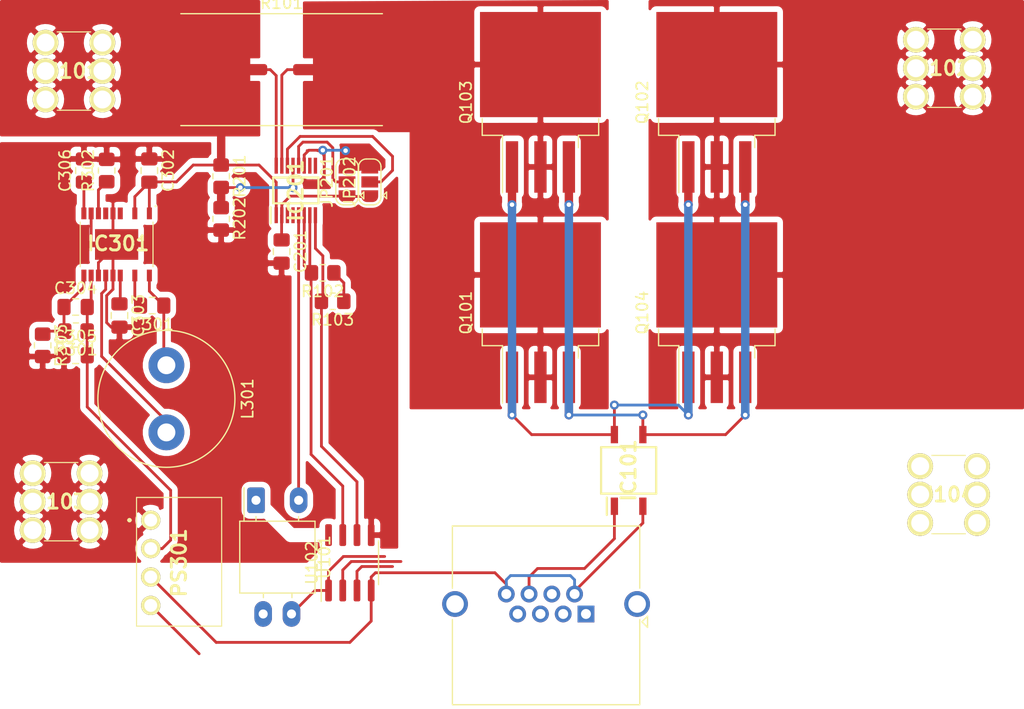
<source format=kicad_pcb>
(kicad_pcb (version 20171130) (host pcbnew 5.1.7-a382d34a8~87~ubuntu20.04.1)

  (general
    (thickness 1.6)
    (drawings 0)
    (tracks 200)
    (zones 0)
    (modules 33)
    (nets 38)
  )

  (page A4)
  (layers
    (0 F.Cu signal)
    (31 B.Cu signal)
    (32 B.Adhes user)
    (33 F.Adhes user)
    (34 B.Paste user)
    (35 F.Paste user)
    (36 B.SilkS user)
    (37 F.SilkS user hide)
    (38 B.Mask user)
    (39 F.Mask user)
    (40 Dwgs.User user)
    (41 Cmts.User user)
    (42 Eco1.User user)
    (43 Eco2.User user)
    (44 Edge.Cuts user)
    (45 Margin user)
    (46 B.CrtYd user)
    (47 F.CrtYd user)
    (48 B.Fab user)
    (49 F.Fab user hide)
  )

  (setup
    (last_trace_width 0.25)
    (user_trace_width 0.75)
    (user_trace_width 1)
    (trace_clearance 0.2)
    (zone_clearance 0.508)
    (zone_45_only no)
    (trace_min 0.2)
    (via_size 0.8)
    (via_drill 0.4)
    (via_min_size 0.4)
    (via_min_drill 0.3)
    (uvia_size 0.3)
    (uvia_drill 0.1)
    (uvias_allowed no)
    (uvia_min_size 0.2)
    (uvia_min_drill 0.1)
    (edge_width 0.05)
    (segment_width 0.2)
    (pcb_text_width 0.3)
    (pcb_text_size 1.5 1.5)
    (mod_edge_width 0.12)
    (mod_text_size 1 1)
    (mod_text_width 0.15)
    (pad_size 2 1)
    (pad_drill 0)
    (pad_to_mask_clearance 0)
    (aux_axis_origin 0 0)
    (visible_elements FFFFFF7F)
    (pcbplotparams
      (layerselection 0x010fc_ffffffff)
      (usegerberextensions false)
      (usegerberattributes true)
      (usegerberadvancedattributes true)
      (creategerberjobfile true)
      (excludeedgelayer true)
      (linewidth 0.100000)
      (plotframeref false)
      (viasonmask false)
      (mode 1)
      (useauxorigin false)
      (hpglpennumber 1)
      (hpglpenspeed 20)
      (hpglpendiameter 15.000000)
      (psnegative false)
      (psa4output false)
      (plotreference true)
      (plotvalue true)
      (plotinvisibletext false)
      (padsonsilk false)
      (subtractmaskfromsilk false)
      (outputformat 1)
      (mirror false)
      (drillshape 1)
      (scaleselection 1)
      (outputdirectory ""))
  )

  (net 0 "")
  (net 1 -BATT)
  (net 2 +5V)
  (net 3 "Net-(C301-Pad2)")
  (net 4 "Net-(C301-Pad1)")
  (net 5 SHUNT+)
  (net 6 "Net-(C303-Pad1)")
  (net 7 /IsoPowerSupply/12V_OUT)
  (net 8 "Net-(C304-Pad1)")
  (net 9 "Net-(C306-Pad1)")
  (net 10 MOSFET_G)
  (net 11 MOSFET_S)
  (net 12 ISO_GND)
  (net 13 MOSFET_SWITCH)
  (net 14 /PowerMonitor/LED?)
  (net 15 /PowerMonitor/ACC.EN)
  (net 16 ~ALERT)
  (net 17 I2C_SDA)
  (net 18 I2C_SCL)
  (net 19 "Net-(IC201-Pad9)")
  (net 20 "Net-(IC201-Pad10)")
  (net 21 /PowerMonitor/Address0)
  (net 22 /PowerMonitor/ADIN)
  (net 23 /PowerMonitor/Address1)
  (net 24 SHUNT-)
  (net 25 "Net-(IC301-Pad14)")
  (net 26 "Net-(IC301-Pad8)")
  (net 27 "Net-(IC301-Pad7)")
  (net 28 "Net-(IC301-Pad5)")
  (net 29 "Net-(J102-Pad1)")
  (net 30 ISO_+5V)
  (net 31 Interrupt_NO)
  (net 32 +3V3)
  (net 33 I2C_SCL_ISO)
  (net 34 I2C_SDA_ISO)
  (net 35 "Net-(J105-PadSH)")
  (net 36 +BATT)
  (net 37 "Net-(Q101-Pad2)")

  (net_class Default "This is the default net class."
    (clearance 0.2)
    (trace_width 0.25)
    (via_dia 0.8)
    (via_drill 0.4)
    (uvia_dia 0.3)
    (uvia_drill 0.1)
    (add_net +3V3)
    (add_net +5V)
    (add_net +BATT)
    (add_net -BATT)
    (add_net /IsoPowerSupply/12V_OUT)
    (add_net /PowerMonitor/ACC.EN)
    (add_net /PowerMonitor/ADIN)
    (add_net /PowerMonitor/Address0)
    (add_net /PowerMonitor/Address1)
    (add_net /PowerMonitor/LED?)
    (add_net I2C_SCL)
    (add_net I2C_SCL_ISO)
    (add_net I2C_SDA)
    (add_net I2C_SDA_ISO)
    (add_net ISO_+5V)
    (add_net ISO_GND)
    (add_net Interrupt_NO)
    (add_net MOSFET_G)
    (add_net MOSFET_S)
    (add_net MOSFET_SWITCH)
    (add_net "Net-(C301-Pad1)")
    (add_net "Net-(C301-Pad2)")
    (add_net "Net-(C303-Pad1)")
    (add_net "Net-(C304-Pad1)")
    (add_net "Net-(C306-Pad1)")
    (add_net "Net-(IC201-Pad10)")
    (add_net "Net-(IC201-Pad9)")
    (add_net "Net-(IC301-Pad14)")
    (add_net "Net-(IC301-Pad5)")
    (add_net "Net-(IC301-Pad7)")
    (add_net "Net-(IC301-Pad8)")
    (add_net "Net-(J102-Pad1)")
    (add_net "Net-(J105-PadSH)")
    (add_net "Net-(Q101-Pad2)")
    (add_net SHUNT+)
    (add_net SHUNT-)
    (add_net ~ALERT)
  )

  (module _Shunts:R_Shunt_16x8-75_Bourns_4Pin (layer F.Cu) (tedit 5FA92919) (tstamp 5FAA1D19)
    (at 57.15 31.115)
    (descr "Power Metal Strip Resistors 0.005 to 0.2, https://www.vishay.com/docs/30101/wsr.pdf")
    (tags "SMD Shunt Resistor")
    (path /5FCFE3A5)
    (attr smd)
    (fp_text reference R101 (at 0 -5.9436) (layer F.SilkS)
      (effects (font (size 1 1) (thickness 0.15)))
    )
    (fp_text value 0.001 (at 0 6.0452) (layer F.Fab)
      (effects (font (size 1 1) (thickness 0.15)))
    )
    (fp_text user %R (at 0 0) (layer F.Fab)
      (effects (font (size 1 1) (thickness 0.15)))
    )
    (fp_line (start 6.8 -3.74) (end 6.8 3.74) (layer F.CrtYd) (width 0.05))
    (fp_line (start -8.5 -4.5) (end -8.5 4.5) (layer F.CrtYd) (width 0.05))
    (fp_line (start -8.5 4.5) (end 8.5 4.5) (layer F.CrtYd) (width 0.1))
    (fp_line (start -8.5 -4.5) (end 8.5 -4.5) (layer F.CrtYd) (width 0.05))
    (fp_line (start -9 5) (end 9 5) (layer F.SilkS) (width 0.12))
    (fp_line (start -9 -5) (end 9 -5) (layer F.SilkS) (width 0.12))
    (fp_line (start -7.5 -3.875) (end -7.5 3.875) (layer F.Fab) (width 0.1))
    (fp_line (start -7.5 -3.875) (end 7.5 -3.875) (layer F.Fab) (width 0.1))
    (fp_line (start 8.5 -4.5) (end 8.5 4.5) (layer F.Fab) (width 0.1))
    (fp_line (start -7.5 3.875) (end 7.5 3.875) (layer F.Fab) (width 0.1))
    (pad 3 smd roundrect (at 2.032 0) (size 2 1) (layers F.Cu F.Paste F.Mask) (roundrect_rratio 0.25)
      (net 24 SHUNT-))
    (pad 4 smd rect (at 5.4 0) (size 5.2 8.75) (layers F.Cu F.Paste F.Mask)
      (net 37 "Net-(Q101-Pad2)") (zone_connect 2))
    (pad 1 connect rect (at -5.4 0) (size 5.2 8.75) (layers F.Cu F.Mask)
      (net 36 +BATT) (zone_connect 2))
    (pad 2 connect roundrect (at -2.286 0) (size 2 1) (layers F.Cu F.Mask) (roundrect_rratio 0.25)
      (net 5 SHUNT+))
    (model ${KISYS3DMOD}/Resistor_SMD.3dshapes/R_Shunt_Vishay_WSR2_WSR3.wrl
      (at (xyz 0 0 0))
      (scale (xyz 1 1 1))
      (rotate (xyz 0 0 0))
    )
  )

  (module Resistor_SMD:R_0805_2012Metric_Pad1.20x1.40mm_HandSolder (layer F.Cu) (tedit 5F68FEEE) (tstamp 5FAA43A1)
    (at 35.814 55.753 270)
    (descr "Resistor SMD 0805 (2012 Metric), square (rectangular) end terminal, IPC_7351 nominal with elongated pad for handsoldering. (Body size source: IPC-SM-782 page 72, https://www.pcb-3d.com/wordpress/wp-content/uploads/ipc-sm-782a_amendment_1_and_2.pdf), generated with kicad-footprint-generator")
    (tags "resistor handsolder")
    (path /5FAAB734/5FAB7DA7)
    (attr smd)
    (fp_text reference R303 (at 0 -1.65 90) (layer F.SilkS)
      (effects (font (size 1 1) (thickness 0.15)))
    )
    (fp_text value 71.5k (at 0 1.65 90) (layer F.Fab)
      (effects (font (size 1 1) (thickness 0.15)))
    )
    (fp_line (start 1.85 0.95) (end -1.85 0.95) (layer F.CrtYd) (width 0.05))
    (fp_line (start 1.85 -0.95) (end 1.85 0.95) (layer F.CrtYd) (width 0.05))
    (fp_line (start -1.85 -0.95) (end 1.85 -0.95) (layer F.CrtYd) (width 0.05))
    (fp_line (start -1.85 0.95) (end -1.85 -0.95) (layer F.CrtYd) (width 0.05))
    (fp_line (start -0.227064 0.735) (end 0.227064 0.735) (layer F.SilkS) (width 0.12))
    (fp_line (start -0.227064 -0.735) (end 0.227064 -0.735) (layer F.SilkS) (width 0.12))
    (fp_line (start 1 0.625) (end -1 0.625) (layer F.Fab) (width 0.1))
    (fp_line (start 1 -0.625) (end 1 0.625) (layer F.Fab) (width 0.1))
    (fp_line (start -1 -0.625) (end 1 -0.625) (layer F.Fab) (width 0.1))
    (fp_line (start -1 0.625) (end -1 -0.625) (layer F.Fab) (width 0.1))
    (fp_text user %R (at 0 0 90) (layer F.Fab)
      (effects (font (size 0.5 0.5) (thickness 0.08)))
    )
    (pad 2 smd roundrect (at 1 0 270) (size 1.2 1.4) (layers F.Cu F.Paste F.Mask) (roundrect_rratio 0.208333)
      (net 1 -BATT))
    (pad 1 smd roundrect (at -1 0 270) (size 1.2 1.4) (layers F.Cu F.Paste F.Mask) (roundrect_rratio 0.208333)
      (net 8 "Net-(C304-Pad1)"))
    (model ${KISYS3DMOD}/Resistor_SMD.3dshapes/R_0805_2012Metric.wrl
      (at (xyz 0 0 0))
      (scale (xyz 1 1 1))
      (rotate (xyz 0 0 0))
    )
  )

  (module Resistor_SMD:R_0805_2012Metric_Pad1.20x1.40mm_HandSolder (layer F.Cu) (tedit 5F68FEEE) (tstamp 5FA865A1)
    (at 41.529 40.132 90)
    (descr "Resistor SMD 0805 (2012 Metric), square (rectangular) end terminal, IPC_7351 nominal with elongated pad for handsoldering. (Body size source: IPC-SM-782 page 72, https://www.pcb-3d.com/wordpress/wp-content/uploads/ipc-sm-782a_amendment_1_and_2.pdf), generated with kicad-footprint-generator")
    (tags "resistor handsolder")
    (path /5FAAB734/5FABA3AB)
    (attr smd)
    (fp_text reference R302 (at 0 -1.65 90) (layer F.SilkS)
      (effects (font (size 1 1) (thickness 0.15)))
    )
    (fp_text value 8.66k (at 0 1.65 90) (layer F.Fab)
      (effects (font (size 1 1) (thickness 0.15)))
    )
    (fp_line (start 1.85 0.95) (end -1.85 0.95) (layer F.CrtYd) (width 0.05))
    (fp_line (start 1.85 -0.95) (end 1.85 0.95) (layer F.CrtYd) (width 0.05))
    (fp_line (start -1.85 -0.95) (end 1.85 -0.95) (layer F.CrtYd) (width 0.05))
    (fp_line (start -1.85 0.95) (end -1.85 -0.95) (layer F.CrtYd) (width 0.05))
    (fp_line (start -0.227064 0.735) (end 0.227064 0.735) (layer F.SilkS) (width 0.12))
    (fp_line (start -0.227064 -0.735) (end 0.227064 -0.735) (layer F.SilkS) (width 0.12))
    (fp_line (start 1 0.625) (end -1 0.625) (layer F.Fab) (width 0.1))
    (fp_line (start 1 -0.625) (end 1 0.625) (layer F.Fab) (width 0.1))
    (fp_line (start -1 -0.625) (end 1 -0.625) (layer F.Fab) (width 0.1))
    (fp_line (start -1 0.625) (end -1 -0.625) (layer F.Fab) (width 0.1))
    (fp_text user %R (at 0 0 90) (layer F.Fab)
      (effects (font (size 0.5 0.5) (thickness 0.08)))
    )
    (pad 2 smd roundrect (at 1 0 90) (size 1.2 1.4) (layers F.Cu F.Paste F.Mask) (roundrect_rratio 0.208333)
      (net 1 -BATT))
    (pad 1 smd roundrect (at -1 0 90) (size 1.2 1.4) (layers F.Cu F.Paste F.Mask) (roundrect_rratio 0.208333)
      (net 26 "Net-(IC301-Pad8)"))
    (model ${KISYS3DMOD}/Resistor_SMD.3dshapes/R_0805_2012Metric.wrl
      (at (xyz 0 0 0))
      (scale (xyz 1 1 1))
      (rotate (xyz 0 0 0))
    )
  )

  (module Resistor_SMD:R_0805_2012Metric_Pad1.20x1.40mm_HandSolder (layer F.Cu) (tedit 5F68FEEE) (tstamp 5FAA4341)
    (at 38.7865 54.483 180)
    (descr "Resistor SMD 0805 (2012 Metric), square (rectangular) end terminal, IPC_7351 nominal with elongated pad for handsoldering. (Body size source: IPC-SM-782 page 72, https://www.pcb-3d.com/wordpress/wp-content/uploads/ipc-sm-782a_amendment_1_and_2.pdf), generated with kicad-footprint-generator")
    (tags "resistor handsolder")
    (path /5FAAB734/5FAB7244)
    (attr smd)
    (fp_text reference R301 (at 0 -1.65) (layer F.SilkS)
      (effects (font (size 1 1) (thickness 0.15)))
    )
    (fp_text value 1Mega (at 0 1.65) (layer F.Fab)
      (effects (font (size 1 1) (thickness 0.15)))
    )
    (fp_line (start 1.85 0.95) (end -1.85 0.95) (layer F.CrtYd) (width 0.05))
    (fp_line (start 1.85 -0.95) (end 1.85 0.95) (layer F.CrtYd) (width 0.05))
    (fp_line (start -1.85 -0.95) (end 1.85 -0.95) (layer F.CrtYd) (width 0.05))
    (fp_line (start -1.85 0.95) (end -1.85 -0.95) (layer F.CrtYd) (width 0.05))
    (fp_line (start -0.227064 0.735) (end 0.227064 0.735) (layer F.SilkS) (width 0.12))
    (fp_line (start -0.227064 -0.735) (end 0.227064 -0.735) (layer F.SilkS) (width 0.12))
    (fp_line (start 1 0.625) (end -1 0.625) (layer F.Fab) (width 0.1))
    (fp_line (start 1 -0.625) (end 1 0.625) (layer F.Fab) (width 0.1))
    (fp_line (start -1 -0.625) (end 1 -0.625) (layer F.Fab) (width 0.1))
    (fp_line (start -1 0.625) (end -1 -0.625) (layer F.Fab) (width 0.1))
    (fp_text user %R (at 0 0) (layer F.Fab)
      (effects (font (size 0.5 0.5) (thickness 0.08)))
    )
    (pad 2 smd roundrect (at 1 0 180) (size 1.2 1.4) (layers F.Cu F.Paste F.Mask) (roundrect_rratio 0.208333)
      (net 8 "Net-(C304-Pad1)"))
    (pad 1 smd roundrect (at -1 0 180) (size 1.2 1.4) (layers F.Cu F.Paste F.Mask) (roundrect_rratio 0.208333)
      (net 7 /IsoPowerSupply/12V_OUT))
    (model ${KISYS3DMOD}/Resistor_SMD.3dshapes/R_0805_2012Metric.wrl
      (at (xyz 0 0 0))
      (scale (xyz 1 1 1))
      (rotate (xyz 0 0 0))
    )
  )

  (module Resistor_SMD:R_0805_2012Metric_Pad1.20x1.40mm_HandSolder (layer F.Cu) (tedit 5F68FEEE) (tstamp 5FA8656E)
    (at 51.7525 40.64 270)
    (descr "Resistor SMD 0805 (2012 Metric), square (rectangular) end terminal, IPC_7351 nominal with elongated pad for handsoldering. (Body size source: IPC-SM-782 page 72, https://www.pcb-3d.com/wordpress/wp-content/uploads/ipc-sm-782a_amendment_1_and_2.pdf), generated with kicad-footprint-generator")
    (tags "resistor handsolder")
    (path /5FA7E0E6/5FA9270A)
    (attr smd)
    (fp_text reference R201 (at 0 -1.65 90) (layer F.SilkS)
      (effects (font (size 1 1) (thickness 0.15)))
    )
    (fp_text value 1Mega (at 0 1.65 90) (layer F.Fab)
      (effects (font (size 1 1) (thickness 0.15)))
    )
    (fp_line (start 1.85 0.95) (end -1.85 0.95) (layer F.CrtYd) (width 0.05))
    (fp_line (start 1.85 -0.95) (end 1.85 0.95) (layer F.CrtYd) (width 0.05))
    (fp_line (start -1.85 -0.95) (end 1.85 -0.95) (layer F.CrtYd) (width 0.05))
    (fp_line (start -1.85 0.95) (end -1.85 -0.95) (layer F.CrtYd) (width 0.05))
    (fp_line (start -0.227064 0.735) (end 0.227064 0.735) (layer F.SilkS) (width 0.12))
    (fp_line (start -0.227064 -0.735) (end 0.227064 -0.735) (layer F.SilkS) (width 0.12))
    (fp_line (start 1 0.625) (end -1 0.625) (layer F.Fab) (width 0.1))
    (fp_line (start 1 -0.625) (end 1 0.625) (layer F.Fab) (width 0.1))
    (fp_line (start -1 -0.625) (end 1 -0.625) (layer F.Fab) (width 0.1))
    (fp_line (start -1 0.625) (end -1 -0.625) (layer F.Fab) (width 0.1))
    (fp_text user %R (at 0 0 90) (layer F.Fab)
      (effects (font (size 0.5 0.5) (thickness 0.08)))
    )
    (pad 2 smd roundrect (at 1 0 270) (size 1.2 1.4) (layers F.Cu F.Paste F.Mask) (roundrect_rratio 0.208333)
      (net 22 /PowerMonitor/ADIN))
    (pad 1 smd roundrect (at -1 0 270) (size 1.2 1.4) (layers F.Cu F.Paste F.Mask) (roundrect_rratio 0.208333)
      (net 36 +BATT))
    (model ${KISYS3DMOD}/Resistor_SMD.3dshapes/R_0805_2012Metric.wrl
      (at (xyz 0 0 0))
      (scale (xyz 1 1 1))
      (rotate (xyz 0 0 0))
    )
  )

  (module Resistor_SMD:R_0805_2012Metric_Pad1.20x1.40mm_HandSolder (layer F.Cu) (tedit 5F68FEEE) (tstamp 5FA8655D)
    (at 61.706 51.816 180)
    (descr "Resistor SMD 0805 (2012 Metric), square (rectangular) end terminal, IPC_7351 nominal with elongated pad for handsoldering. (Body size source: IPC-SM-782 page 72, https://www.pcb-3d.com/wordpress/wp-content/uploads/ipc-sm-782a_amendment_1_and_2.pdf), generated with kicad-footprint-generator")
    (tags "resistor handsolder")
    (path /5FA9F5AB)
    (attr smd)
    (fp_text reference R103 (at 0 -1.65) (layer F.SilkS)
      (effects (font (size 1 1) (thickness 0.15)))
    )
    (fp_text value 10k (at 0 1.65) (layer F.Fab)
      (effects (font (size 1 1) (thickness 0.15)))
    )
    (fp_line (start 1.85 0.95) (end -1.85 0.95) (layer F.CrtYd) (width 0.05))
    (fp_line (start 1.85 -0.95) (end 1.85 0.95) (layer F.CrtYd) (width 0.05))
    (fp_line (start -1.85 -0.95) (end 1.85 -0.95) (layer F.CrtYd) (width 0.05))
    (fp_line (start -1.85 0.95) (end -1.85 -0.95) (layer F.CrtYd) (width 0.05))
    (fp_line (start -0.227064 0.735) (end 0.227064 0.735) (layer F.SilkS) (width 0.12))
    (fp_line (start -0.227064 -0.735) (end 0.227064 -0.735) (layer F.SilkS) (width 0.12))
    (fp_line (start 1 0.625) (end -1 0.625) (layer F.Fab) (width 0.1))
    (fp_line (start 1 -0.625) (end 1 0.625) (layer F.Fab) (width 0.1))
    (fp_line (start -1 -0.625) (end 1 -0.625) (layer F.Fab) (width 0.1))
    (fp_line (start -1 0.625) (end -1 -0.625) (layer F.Fab) (width 0.1))
    (fp_text user %R (at 0 0) (layer F.Fab)
      (effects (font (size 0.5 0.5) (thickness 0.08)))
    )
    (pad 2 smd roundrect (at 1 0 180) (size 1.2 1.4) (layers F.Cu F.Paste F.Mask) (roundrect_rratio 0.208333)
      (net 18 I2C_SCL))
    (pad 1 smd roundrect (at -1 0 180) (size 1.2 1.4) (layers F.Cu F.Paste F.Mask) (roundrect_rratio 0.208333)
      (net 2 +5V))
    (model ${KISYS3DMOD}/Resistor_SMD.3dshapes/R_0805_2012Metric.wrl
      (at (xyz 0 0 0))
      (scale (xyz 1 1 1))
      (rotate (xyz 0 0 0))
    )
  )

  (module Resistor_SMD:R_0805_2012Metric_Pad1.20x1.40mm_HandSolder (layer F.Cu) (tedit 5F68FEEE) (tstamp 5FA8654C)
    (at 60.817 49.276 180)
    (descr "Resistor SMD 0805 (2012 Metric), square (rectangular) end terminal, IPC_7351 nominal with elongated pad for handsoldering. (Body size source: IPC-SM-782 page 72, https://www.pcb-3d.com/wordpress/wp-content/uploads/ipc-sm-782a_amendment_1_and_2.pdf), generated with kicad-footprint-generator")
    (tags "resistor handsolder")
    (path /5FAA0646)
    (attr smd)
    (fp_text reference R102 (at 0 -1.65) (layer F.SilkS)
      (effects (font (size 1 1) (thickness 0.15)))
    )
    (fp_text value 10k (at 0 1.65) (layer F.Fab)
      (effects (font (size 1 1) (thickness 0.15)))
    )
    (fp_line (start 1.85 0.95) (end -1.85 0.95) (layer F.CrtYd) (width 0.05))
    (fp_line (start 1.85 -0.95) (end 1.85 0.95) (layer F.CrtYd) (width 0.05))
    (fp_line (start -1.85 -0.95) (end 1.85 -0.95) (layer F.CrtYd) (width 0.05))
    (fp_line (start -1.85 0.95) (end -1.85 -0.95) (layer F.CrtYd) (width 0.05))
    (fp_line (start -0.227064 0.735) (end 0.227064 0.735) (layer F.SilkS) (width 0.12))
    (fp_line (start -0.227064 -0.735) (end 0.227064 -0.735) (layer F.SilkS) (width 0.12))
    (fp_line (start 1 0.625) (end -1 0.625) (layer F.Fab) (width 0.1))
    (fp_line (start 1 -0.625) (end 1 0.625) (layer F.Fab) (width 0.1))
    (fp_line (start -1 -0.625) (end 1 -0.625) (layer F.Fab) (width 0.1))
    (fp_line (start -1 0.625) (end -1 -0.625) (layer F.Fab) (width 0.1))
    (fp_text user %R (at 0 0) (layer F.Fab)
      (effects (font (size 0.5 0.5) (thickness 0.08)))
    )
    (pad 2 smd roundrect (at 1 0 180) (size 1.2 1.4) (layers F.Cu F.Paste F.Mask) (roundrect_rratio 0.208333)
      (net 17 I2C_SDA))
    (pad 1 smd roundrect (at -1 0 180) (size 1.2 1.4) (layers F.Cu F.Paste F.Mask) (roundrect_rratio 0.208333)
      (net 2 +5V))
    (model ${KISYS3DMOD}/Resistor_SMD.3dshapes/R_0805_2012Metric.wrl
      (at (xyz 0 0 0))
      (scale (xyz 1 1 1))
      (rotate (xyz 0 0 0))
    )
  )

  (module Resistor_SMD:R_0805_2012Metric_Pad1.20x1.40mm_HandSolder (layer F.Cu) (tedit 5F68FEEE) (tstamp 5FA8657F)
    (at 51.7525 44.45 270)
    (descr "Resistor SMD 0805 (2012 Metric), square (rectangular) end terminal, IPC_7351 nominal with elongated pad for handsoldering. (Body size source: IPC-SM-782 page 72, https://www.pcb-3d.com/wordpress/wp-content/uploads/ipc-sm-782a_amendment_1_and_2.pdf), generated with kicad-footprint-generator")
    (tags "resistor handsolder")
    (path /5FA7E0E6/5FA922FC)
    (attr smd)
    (fp_text reference R202 (at 0 -1.65 90) (layer F.SilkS)
      (effects (font (size 1 1) (thickness 0.15)))
    )
    (fp_text value 20k (at 0 1.65 90) (layer F.Fab)
      (effects (font (size 1 1) (thickness 0.15)))
    )
    (fp_line (start 1.85 0.95) (end -1.85 0.95) (layer F.CrtYd) (width 0.05))
    (fp_line (start 1.85 -0.95) (end 1.85 0.95) (layer F.CrtYd) (width 0.05))
    (fp_line (start -1.85 -0.95) (end 1.85 -0.95) (layer F.CrtYd) (width 0.05))
    (fp_line (start -1.85 0.95) (end -1.85 -0.95) (layer F.CrtYd) (width 0.05))
    (fp_line (start -0.227064 0.735) (end 0.227064 0.735) (layer F.SilkS) (width 0.12))
    (fp_line (start -0.227064 -0.735) (end 0.227064 -0.735) (layer F.SilkS) (width 0.12))
    (fp_line (start 1 0.625) (end -1 0.625) (layer F.Fab) (width 0.1))
    (fp_line (start 1 -0.625) (end 1 0.625) (layer F.Fab) (width 0.1))
    (fp_line (start -1 -0.625) (end 1 -0.625) (layer F.Fab) (width 0.1))
    (fp_line (start -1 0.625) (end -1 -0.625) (layer F.Fab) (width 0.1))
    (fp_text user %R (at 0 0 90) (layer F.Fab)
      (effects (font (size 0.5 0.5) (thickness 0.08)))
    )
    (pad 2 smd roundrect (at 1 0 270) (size 1.2 1.4) (layers F.Cu F.Paste F.Mask) (roundrect_rratio 0.208333)
      (net 1 -BATT))
    (pad 1 smd roundrect (at -1 0 270) (size 1.2 1.4) (layers F.Cu F.Paste F.Mask) (roundrect_rratio 0.208333)
      (net 22 /PowerMonitor/ADIN))
    (model ${KISYS3DMOD}/Resistor_SMD.3dshapes/R_0805_2012Metric.wrl
      (at (xyz 0 0 0))
      (scale (xyz 1 1 1))
      (rotate (xyz 0 0 0))
    )
  )

  (module Inductor_THT:L_Radial_D12.0mm_P6.00mm_MuRATA_1900R (layer F.Cu) (tedit 5AE59B06) (tstamp 5FAA3F61)
    (at 46.863 57.531 270)
    (descr "Inductor, Radial series, Radial, pin pitch=6.00mm, , diameter=12.0mm, MuRATA, 1900R, http://www.murata-ps.com/data/magnetics/kmp_1900r.pdf")
    (tags "Inductor Radial series Radial pin pitch 6.00mm  diameter 12.0mm MuRATA 1900R")
    (path /5FAAB734/5FAB3F96)
    (fp_text reference L301 (at 3 -7.25 90) (layer F.SilkS)
      (effects (font (size 1 1) (thickness 0.15)))
    )
    (fp_text value 22u (at 3 7.25 90) (layer F.Fab)
      (effects (font (size 1 1) (thickness 0.15)))
    )
    (fp_circle (center 3 0) (end 9 0) (layer F.Fab) (width 0.1))
    (fp_circle (center 3 0) (end 9.12 0) (layer F.SilkS) (width 0.12))
    (fp_circle (center 3 0) (end 9.25 0) (layer F.CrtYd) (width 0.05))
    (fp_text user %R (at 3 0 90) (layer F.Fab)
      (effects (font (size 1 1) (thickness 0.15)))
    )
    (pad 2 thru_hole circle (at 6 0 270) (size 3.2 3.2) (drill 1.6) (layers *.Cu *.Mask)
      (net 25 "Net-(IC301-Pad14)"))
    (pad 1 thru_hole circle (at 0 0 270) (size 3.2 3.2) (drill 1.6) (layers *.Cu *.Mask)
      (net 4 "Net-(C301-Pad1)"))
    (model ${KISYS3DMOD}/Inductor_THT.3dshapes/L_Radial_D12.0mm_P6.00mm_MuRATA_1900R.wrl
      (at (xyz 0 0 0))
      (scale (xyz 1 1 1))
      (rotate (xyz 0 0 0))
    )
  )

  (module Connector_RJ:RJ45_Amphenol_RJHSE5380 (layer F.Cu) (tedit 5DC08C43) (tstamp 5FAA5B92)
    (at 84.328 79.756 180)
    (descr "Shielded, https://www.amphenolcanada.com/ProductSearch/drawings/AC/RJHSE538X.pdf")
    (tags "RJ45 8p8c ethernet cat5")
    (path /5FB10983)
    (fp_text reference J105 (at 3.56 -9.5) (layer F.SilkS)
      (effects (font (size 1 1) (thickness 0.15)))
    )
    (fp_text value RJ45_Shielded (at 3.56 9.5) (layer F.Fab)
      (effects (font (size 1 1) (thickness 0.15)))
    )
    (fp_line (start -4.695 -7) (end -4.695 7.75) (layer F.Fab) (width 0.1))
    (fp_line (start -4.695 7.75) (end 11.815 7.75) (layer F.Fab) (width 0.1))
    (fp_line (start -3.695 -8) (end 11.815 -8) (layer F.Fab) (width 0.1))
    (fp_line (start 11.815 -8) (end 11.815 7.75) (layer F.Fab) (width 0.1))
    (fp_line (start -4.76 -8.11) (end 11.88 -8.11) (layer F.SilkS) (width 0.12))
    (fp_line (start -4.805 -8.11) (end -4.805 -0.5) (layer F.SilkS) (width 0.12))
    (fp_line (start 11.925 -8.11) (end 11.925 -0.5) (layer F.SilkS) (width 0.12))
    (fp_line (start -4.76 7.86) (end 11.925 7.86) (layer F.SilkS) (width 0.12))
    (fp_line (start -4.805 7.86) (end -4.805 2.3) (layer F.SilkS) (width 0.12))
    (fp_line (start 11.925 7.86) (end 11.925 2.3) (layer F.SilkS) (width 0.12))
    (fp_line (start -4.695 -7) (end -3.695 -8) (layer F.Fab) (width 0.1))
    (fp_line (start -6.22 -8.5) (end 13.34 -8.5) (layer F.CrtYd) (width 0.05))
    (fp_line (start -6.22 -8.5) (end -6.22 8.25) (layer F.CrtYd) (width 0.05))
    (fp_line (start -6.22 8.25) (end 13.34 8.25) (layer F.CrtYd) (width 0.05))
    (fp_line (start 13.34 -8.5) (end 13.34 8.25) (layer F.CrtYd) (width 0.05))
    (fp_line (start -5 -0.7) (end -5.5 -0.2) (layer F.SilkS) (width 0.12))
    (fp_line (start -5.5 -0.2) (end -5.5 -1.2) (layer F.SilkS) (width 0.12))
    (fp_line (start -5.5 -1.2) (end -5 -0.7) (layer F.SilkS) (width 0.12))
    (fp_text user %R (at 3.56 -6) (layer F.Fab)
      (effects (font (size 1 1) (thickness 0.15)))
    )
    (pad SH thru_hole circle (at -4.57 0.89 180) (size 2.3 2.3) (drill 1.57) (layers *.Cu *.Mask)
      (net 35 "Net-(J105-PadSH)"))
    (pad SH thru_hole circle (at 11.69 0.89 180) (size 2.3 2.3) (drill 1.57) (layers *.Cu *.Mask)
      (net 35 "Net-(J105-PadSH)"))
    (pad "" np_thru_hole circle (at 9.91 -2.54 180) (size 3.25 3.25) (drill 3.25) (layers *.Cu *.Mask))
    (pad "" np_thru_hole circle (at -2.79 -2.54 180) (size 3.25 3.25) (drill 3.25) (layers *.Cu *.Mask))
    (pad 8 thru_hole circle (at 7.112 1.78 180) (size 1.5 1.5) (drill 0.89) (layers *.Cu *.Mask)
      (net 12 ISO_GND))
    (pad 6 thru_hole circle (at 5.08 1.78 180) (size 1.5 1.5) (drill 0.89) (layers *.Cu *.Mask)
      (net 13 MOSFET_SWITCH))
    (pad 4 thru_hole circle (at 3.048 1.78 180) (size 1.5 1.5) (drill 0.89) (layers *.Cu *.Mask)
      (net 33 I2C_SCL_ISO))
    (pad 2 thru_hole circle (at 1.016 1.78 180) (size 1.5 1.5) (drill 0.89) (layers *.Cu *.Mask)
      (net 12 ISO_GND))
    (pad 7 thru_hole circle (at 6.096 0 180) (size 1.5 1.5) (drill 0.89) (layers *.Cu *.Mask)
      (net 32 +3V3))
    (pad 5 thru_hole circle (at 4.064 0 180) (size 1.5 1.5) (drill 0.89) (layers *.Cu *.Mask)
      (net 31 Interrupt_NO))
    (pad 3 thru_hole circle (at 2.032 0 180) (size 1.5 1.5) (drill 0.89) (layers *.Cu *.Mask)
      (net 34 I2C_SDA_ISO))
    (pad 1 thru_hole rect (at 0 0 180) (size 1.5 1.5) (drill 0.89) (layers *.Cu *.Mask)
      (net 30 ISO_+5V))
    (model ${KISYS3DMOD}/Connector_RJ.3dshapes/RJ45_Amphenol_RJHSE5380.wrl
      (at (xyz 0 0 0))
      (scale (xyz 1 1 1))
      (rotate (xyz 0 0 0))
    )
  )

  (module Package_SO:SOIC-8_3.9x4.9mm_P1.27mm (layer F.Cu) (tedit 5D9F72B1) (tstamp 5FA865EB)
    (at 63.246 75.184 90)
    (descr "SOIC, 8 Pin (JEDEC MS-012AA, https://www.analog.com/media/en/package-pcb-resources/package/pkg_pdf/soic_narrow-r/r_8.pdf), generated with kicad-footprint-generator ipc_gullwing_generator.py")
    (tags "SOIC SO")
    (path /5FAA8E41)
    (attr smd)
    (fp_text reference U102 (at 0 -3.4 90) (layer F.SilkS)
      (effects (font (size 1 1) (thickness 0.15)))
    )
    (fp_text value ISO1541 (at 0 3.4 90) (layer F.Fab)
      (effects (font (size 1 1) (thickness 0.15)))
    )
    (fp_line (start 0 2.56) (end 1.95 2.56) (layer F.SilkS) (width 0.12))
    (fp_line (start 0 2.56) (end -1.95 2.56) (layer F.SilkS) (width 0.12))
    (fp_line (start 0 -2.56) (end 1.95 -2.56) (layer F.SilkS) (width 0.12))
    (fp_line (start 0 -2.56) (end -3.45 -2.56) (layer F.SilkS) (width 0.12))
    (fp_line (start -0.975 -2.45) (end 1.95 -2.45) (layer F.Fab) (width 0.1))
    (fp_line (start 1.95 -2.45) (end 1.95 2.45) (layer F.Fab) (width 0.1))
    (fp_line (start 1.95 2.45) (end -1.95 2.45) (layer F.Fab) (width 0.1))
    (fp_line (start -1.95 2.45) (end -1.95 -1.475) (layer F.Fab) (width 0.1))
    (fp_line (start -1.95 -1.475) (end -0.975 -2.45) (layer F.Fab) (width 0.1))
    (fp_line (start -3.7 -2.7) (end -3.7 2.7) (layer F.CrtYd) (width 0.05))
    (fp_line (start -3.7 2.7) (end 3.7 2.7) (layer F.CrtYd) (width 0.05))
    (fp_line (start 3.7 2.7) (end 3.7 -2.7) (layer F.CrtYd) (width 0.05))
    (fp_line (start 3.7 -2.7) (end -3.7 -2.7) (layer F.CrtYd) (width 0.05))
    (fp_text user %R (at 0 0 90) (layer F.Fab)
      (effects (font (size 0.98 0.98) (thickness 0.15)))
    )
    (pad 8 smd roundrect (at 2.475 -1.905 90) (size 1.95 0.6) (layers F.Cu F.Paste F.Mask) (roundrect_rratio 0.25)
      (net 2 +5V))
    (pad 7 smd roundrect (at 2.475 -0.635 90) (size 1.95 0.6) (layers F.Cu F.Paste F.Mask) (roundrect_rratio 0.25)
      (net 17 I2C_SDA))
    (pad 6 smd roundrect (at 2.475 0.635 90) (size 1.95 0.6) (layers F.Cu F.Paste F.Mask) (roundrect_rratio 0.25)
      (net 18 I2C_SCL))
    (pad 5 smd roundrect (at 2.475 1.905 90) (size 1.95 0.6) (layers F.Cu F.Paste F.Mask) (roundrect_rratio 0.25)
      (net 1 -BATT))
    (pad 4 smd roundrect (at -2.475 1.905 90) (size 1.95 0.6) (layers F.Cu F.Paste F.Mask) (roundrect_rratio 0.25)
      (net 12 ISO_GND))
    (pad 3 smd roundrect (at -2.475 0.635 90) (size 1.95 0.6) (layers F.Cu F.Paste F.Mask) (roundrect_rratio 0.25)
      (net 33 I2C_SCL_ISO))
    (pad 2 smd roundrect (at -2.475 -0.635 90) (size 1.95 0.6) (layers F.Cu F.Paste F.Mask) (roundrect_rratio 0.25)
      (net 34 I2C_SDA_ISO))
    (pad 1 smd roundrect (at -2.475 -1.905 90) (size 1.95 0.6) (layers F.Cu F.Paste F.Mask) (roundrect_rratio 0.25)
      (net 32 +3V3))
    (model ${KISYS3DMOD}/Package_SO.3dshapes/SOIC-8_3.9x4.9mm_P1.27mm.wrl
      (at (xyz 0 0 0))
      (scale (xyz 1 1 1))
      (rotate (xyz 0 0 0))
    )
  )

  (module OptoDevice:Luna_NSL-32 (layer F.Cu) (tedit 5B8AF7F2) (tstamp 5FAA5ECD)
    (at 54.864 69.596 270)
    (descr "Optoisolator with LED and photoresistor")
    (tags optoisolator)
    (path /5FB3303C)
    (fp_text reference U101 (at 5.08 -6.11 270) (layer F.SilkS)
      (effects (font (size 1 1) (thickness 0.15)))
    )
    (fp_text value NSL-32 (at 5.13 2.44 90) (layer F.Fab)
      (effects (font (size 1 1) (thickness 0.15)))
    )
    (fp_line (start -1.12 1.07) (end 1.87 1.07) (layer F.SilkS) (width 0.12))
    (fp_line (start 1.46 -3.8) (end 1.87 -3.8) (layer F.SilkS) (width 0.12))
    (fp_line (start 10.18 -3.21) (end 8.18 -3.21) (layer F.Fab) (width 0.1))
    (fp_line (start 8.18 -0.66) (end 10.18 -0.66) (layer F.Fab) (width 0.1))
    (fp_line (start -0.02 0) (end 1.98 0) (layer F.Fab) (width 0.1))
    (fp_line (start 0.03 -3.8) (end 1.98 -3.8) (layer F.Fab) (width 0.1))
    (fp_line (start 1.87 -5.27) (end 8.29 -5.27) (layer F.SilkS) (width 0.12))
    (fp_line (start 8.29 -5.27) (end 8.29 1.45) (layer F.SilkS) (width 0.12))
    (fp_line (start 8.29 1.45) (end 1.87 1.45) (layer F.SilkS) (width 0.12))
    (fp_line (start 1.87 1.45) (end 1.87 -5.27) (layer F.SilkS) (width 0.12))
    (fp_line (start 1.98 -5.16) (end 8.18 -5.16) (layer F.Fab) (width 0.1))
    (fp_line (start 8.18 -5.16) (end 8.18 1.34) (layer F.Fab) (width 0.1))
    (fp_line (start 8.18 1.34) (end 2.98 1.34) (layer F.Fab) (width 0.1))
    (fp_line (start 2.98 1.34) (end 1.98 0.34) (layer F.Fab) (width 0.1))
    (fp_line (start 1.98 0.34) (end 1.98 -5.16) (layer F.Fab) (width 0.1))
    (fp_line (start -1.39 -5.41) (end 11.55 -5.41) (layer F.CrtYd) (width 0.05))
    (fp_line (start -1.39 -5.41) (end -1.39 1.59) (layer F.CrtYd) (width 0.05))
    (fp_line (start 11.55 1.59) (end 11.55 -5.41) (layer F.CrtYd) (width 0.05))
    (fp_line (start 11.55 1.59) (end -1.39 1.59) (layer F.CrtYd) (width 0.05))
    (fp_line (start 1.46 0) (end 1.87 0) (layer F.SilkS) (width 0.12))
    (fp_line (start 8.29 -0.66) (end 8.7 -0.66) (layer F.SilkS) (width 0.12))
    (fp_line (start 8.29 -3.21) (end 8.7 -3.21) (layer F.SilkS) (width 0.12))
    (fp_text user %R (at 5.08 -1.91 90) (layer F.Fab)
      (effects (font (size 1 1) (thickness 0.15)))
    )
    (pad 4 thru_hole oval (at 10.16 -0.64 270) (size 2.29 1.57) (drill 0.81) (layers *.Cu *.Mask)
      (net 31 Interrupt_NO))
    (pad 3 thru_hole oval (at 10.16 -3.17 270) (size 2.29 1.57) (drill 0.81) (layers *.Cu *.Mask)
      (net 32 +3V3))
    (pad 2 thru_hole oval (at 0 -3.81 270) (size 2.29 1.57) (drill 0.81) (layers *.Cu *.Mask)
      (net 16 ~ALERT))
    (pad 1 thru_hole roundrect (at 0 0 270) (size 2.29 1.57) (drill 0.81) (layers *.Cu *.Mask) (roundrect_rratio 0.159)
      (net 2 +5V))
    (model ${KISYS3DMOD}/OptoDevice.3dshapes/Luna_NSL-32.wrl
      (at (xyz 0 0 0))
      (scale (xyz 1 1 1))
      (rotate (xyz 0 0 0))
    )
  )

  (module Package_TO_SOT_SMD:TO-263-3_TabPin2 (layer F.Cu) (tedit 5A70FB8C) (tstamp 5FA8653B)
    (at 96.012 52.832 90)
    (descr "TO-263 / D2PAK / DDPAK SMD package, http://www.infineon.com/cms/en/product/packages/PG-TO263/PG-TO263-3-1/")
    (tags "D2PAK DDPAK TO-263 D2PAK-3 TO-263-3 SOT-404")
    (path /5FB92CB7)
    (attr smd)
    (fp_text reference Q104 (at 0 -6.65 270) (layer F.SilkS)
      (effects (font (size 1 1) (thickness 0.15)))
    )
    (fp_text value Q_NMOS_GDS (at 0 6.65 270) (layer F.Fab)
      (effects (font (size 1 1) (thickness 0.15)))
    )
    (fp_line (start 6.5 -5) (end 7.5 -5) (layer F.Fab) (width 0.1))
    (fp_line (start 7.5 -5) (end 7.5 5) (layer F.Fab) (width 0.1))
    (fp_line (start 7.5 5) (end 6.5 5) (layer F.Fab) (width 0.1))
    (fp_line (start 6.5 -5) (end 6.5 5) (layer F.Fab) (width 0.1))
    (fp_line (start 6.5 5) (end -2.75 5) (layer F.Fab) (width 0.1))
    (fp_line (start -2.75 5) (end -2.75 -4) (layer F.Fab) (width 0.1))
    (fp_line (start -2.75 -4) (end -1.75 -5) (layer F.Fab) (width 0.1))
    (fp_line (start -1.75 -5) (end 6.5 -5) (layer F.Fab) (width 0.1))
    (fp_line (start -2.75 -3.04) (end -7.45 -3.04) (layer F.Fab) (width 0.1))
    (fp_line (start -7.45 -3.04) (end -7.45 -2.04) (layer F.Fab) (width 0.1))
    (fp_line (start -7.45 -2.04) (end -2.75 -2.04) (layer F.Fab) (width 0.1))
    (fp_line (start -2.75 -0.5) (end -7.45 -0.5) (layer F.Fab) (width 0.1))
    (fp_line (start -7.45 -0.5) (end -7.45 0.5) (layer F.Fab) (width 0.1))
    (fp_line (start -7.45 0.5) (end -2.75 0.5) (layer F.Fab) (width 0.1))
    (fp_line (start -2.75 2.04) (end -7.45 2.04) (layer F.Fab) (width 0.1))
    (fp_line (start -7.45 2.04) (end -7.45 3.04) (layer F.Fab) (width 0.1))
    (fp_line (start -7.45 3.04) (end -2.75 3.04) (layer F.Fab) (width 0.1))
    (fp_line (start -1.45 -5.2) (end -2.95 -5.2) (layer F.SilkS) (width 0.12))
    (fp_line (start -2.95 -5.2) (end -2.95 -3.39) (layer F.SilkS) (width 0.12))
    (fp_line (start -2.95 -3.39) (end -8.075 -3.39) (layer F.SilkS) (width 0.12))
    (fp_line (start -1.45 5.2) (end -2.95 5.2) (layer F.SilkS) (width 0.12))
    (fp_line (start -2.95 5.2) (end -2.95 3.39) (layer F.SilkS) (width 0.12))
    (fp_line (start -2.95 3.39) (end -4.05 3.39) (layer F.SilkS) (width 0.12))
    (fp_line (start -8.32 -5.65) (end -8.32 5.65) (layer F.CrtYd) (width 0.05))
    (fp_line (start -8.32 5.65) (end 8.32 5.65) (layer F.CrtYd) (width 0.05))
    (fp_line (start 8.32 5.65) (end 8.32 -5.65) (layer F.CrtYd) (width 0.05))
    (fp_line (start 8.32 -5.65) (end -8.32 -5.65) (layer F.CrtYd) (width 0.05))
    (fp_text user %R (at 0 0 270) (layer F.Fab)
      (effects (font (size 1 1) (thickness 0.15)))
    )
    (pad "" smd rect (at 0.95 2.775 90) (size 4.55 5.25) (layers F.Paste))
    (pad "" smd rect (at 5.8 -2.775 90) (size 4.55 5.25) (layers F.Paste))
    (pad "" smd rect (at 0.95 -2.775 90) (size 4.55 5.25) (layers F.Paste))
    (pad "" smd rect (at 5.8 2.775 90) (size 4.55 5.25) (layers F.Paste))
    (pad 2 smd rect (at 3.375 0 90) (size 9.4 10.8) (layers F.Cu F.Mask)
      (net 29 "Net-(J102-Pad1)"))
    (pad 3 smd rect (at -5.775 2.54 90) (size 4.6 1.1) (layers F.Cu F.Paste F.Mask)
      (net 11 MOSFET_S))
    (pad 2 smd rect (at -5.775 0 90) (size 4.6 1.1) (layers F.Cu F.Paste F.Mask)
      (net 29 "Net-(J102-Pad1)"))
    (pad 1 smd rect (at -5.775 -2.54 90) (size 4.6 1.1) (layers F.Cu F.Paste F.Mask)
      (net 10 MOSFET_G))
    (model ${KISYS3DMOD}/Package_TO_SOT_SMD.3dshapes/TO-263-3_TabPin2.wrl
      (at (xyz 0 0 0))
      (scale (xyz 1 1 1))
      (rotate (xyz 0 0 0))
    )
  )

  (module Package_TO_SOT_SMD:TO-263-3_TabPin2 (layer F.Cu) (tedit 5A70FB8C) (tstamp 5FA88D70)
    (at 80.264 34.036 90)
    (descr "TO-263 / D2PAK / DDPAK SMD package, http://www.infineon.com/cms/en/product/packages/PG-TO263/PG-TO263-3-1/")
    (tags "D2PAK DDPAK TO-263 D2PAK-3 TO-263-3 SOT-404")
    (path /5FB92CA6)
    (attr smd)
    (fp_text reference Q103 (at 0 -6.65 90) (layer F.SilkS)
      (effects (font (size 1 1) (thickness 0.15)))
    )
    (fp_text value Q_NMOS_GDS (at 0 6.65 90) (layer F.Fab)
      (effects (font (size 1 1) (thickness 0.15)))
    )
    (fp_line (start 6.5 -5) (end 7.5 -5) (layer F.Fab) (width 0.1))
    (fp_line (start 7.5 -5) (end 7.5 5) (layer F.Fab) (width 0.1))
    (fp_line (start 7.5 5) (end 6.5 5) (layer F.Fab) (width 0.1))
    (fp_line (start 6.5 -5) (end 6.5 5) (layer F.Fab) (width 0.1))
    (fp_line (start 6.5 5) (end -2.75 5) (layer F.Fab) (width 0.1))
    (fp_line (start -2.75 5) (end -2.75 -4) (layer F.Fab) (width 0.1))
    (fp_line (start -2.75 -4) (end -1.75 -5) (layer F.Fab) (width 0.1))
    (fp_line (start -1.75 -5) (end 6.5 -5) (layer F.Fab) (width 0.1))
    (fp_line (start -2.75 -3.04) (end -7.45 -3.04) (layer F.Fab) (width 0.1))
    (fp_line (start -7.45 -3.04) (end -7.45 -2.04) (layer F.Fab) (width 0.1))
    (fp_line (start -7.45 -2.04) (end -2.75 -2.04) (layer F.Fab) (width 0.1))
    (fp_line (start -2.75 -0.5) (end -7.45 -0.5) (layer F.Fab) (width 0.1))
    (fp_line (start -7.45 -0.5) (end -7.45 0.5) (layer F.Fab) (width 0.1))
    (fp_line (start -7.45 0.5) (end -2.75 0.5) (layer F.Fab) (width 0.1))
    (fp_line (start -2.75 2.04) (end -7.45 2.04) (layer F.Fab) (width 0.1))
    (fp_line (start -7.45 2.04) (end -7.45 3.04) (layer F.Fab) (width 0.1))
    (fp_line (start -7.45 3.04) (end -2.75 3.04) (layer F.Fab) (width 0.1))
    (fp_line (start -1.45 -5.2) (end -2.95 -5.2) (layer F.SilkS) (width 0.12))
    (fp_line (start -2.95 -5.2) (end -2.95 -3.39) (layer F.SilkS) (width 0.12))
    (fp_line (start -2.95 -3.39) (end -8.075 -3.39) (layer F.SilkS) (width 0.12))
    (fp_line (start -1.45 5.2) (end -2.95 5.2) (layer F.SilkS) (width 0.12))
    (fp_line (start -2.95 5.2) (end -2.95 3.39) (layer F.SilkS) (width 0.12))
    (fp_line (start -2.95 3.39) (end -4.05 3.39) (layer F.SilkS) (width 0.12))
    (fp_line (start -8.32 -5.65) (end -8.32 5.65) (layer F.CrtYd) (width 0.05))
    (fp_line (start -8.32 5.65) (end 8.32 5.65) (layer F.CrtYd) (width 0.05))
    (fp_line (start 8.32 5.65) (end 8.32 -5.65) (layer F.CrtYd) (width 0.05))
    (fp_line (start 8.32 -5.65) (end -8.32 -5.65) (layer F.CrtYd) (width 0.05))
    (fp_text user %R (at 0 0 90) (layer F.Fab)
      (effects (font (size 1 1) (thickness 0.15)))
    )
    (pad "" smd rect (at 0.95 2.775 90) (size 4.55 5.25) (layers F.Paste))
    (pad "" smd rect (at 5.8 -2.775 90) (size 4.55 5.25) (layers F.Paste))
    (pad "" smd rect (at 0.95 -2.775 90) (size 4.55 5.25) (layers F.Paste))
    (pad "" smd rect (at 5.8 2.775 90) (size 4.55 5.25) (layers F.Paste))
    (pad 2 smd rect (at 3.375 0 90) (size 9.4 10.8) (layers F.Cu F.Mask)
      (net 37 "Net-(Q101-Pad2)"))
    (pad 3 smd rect (at -5.775 2.54 90) (size 4.6 1.1) (layers F.Cu F.Paste F.Mask)
      (net 11 MOSFET_S))
    (pad 2 smd rect (at -5.775 0 90) (size 4.6 1.1) (layers F.Cu F.Paste F.Mask)
      (net 37 "Net-(Q101-Pad2)"))
    (pad 1 smd rect (at -5.775 -2.54 90) (size 4.6 1.1) (layers F.Cu F.Paste F.Mask)
      (net 10 MOSFET_G))
    (model ${KISYS3DMOD}/Package_TO_SOT_SMD.3dshapes/TO-263-3_TabPin2.wrl
      (at (xyz 0 0 0))
      (scale (xyz 1 1 1))
      (rotate (xyz 0 0 0))
    )
  )

  (module Package_TO_SOT_SMD:TO-263-3_TabPin2 (layer F.Cu) (tedit 5A70FB8C) (tstamp 5FA8A29D)
    (at 96.012 34.036 90)
    (descr "TO-263 / D2PAK / DDPAK SMD package, http://www.infineon.com/cms/en/product/packages/PG-TO263/PG-TO263-3-1/")
    (tags "D2PAK DDPAK TO-263 D2PAK-3 TO-263-3 SOT-404")
    (path /5FB8FC3A)
    (attr smd)
    (fp_text reference Q102 (at 0 -6.65 90) (layer F.SilkS)
      (effects (font (size 1 1) (thickness 0.15)))
    )
    (fp_text value Q_NMOS_GDS (at 0 6.65 90) (layer F.Fab)
      (effects (font (size 1 1) (thickness 0.15)))
    )
    (fp_line (start 6.5 -5) (end 7.5 -5) (layer F.Fab) (width 0.1))
    (fp_line (start 7.5 -5) (end 7.5 5) (layer F.Fab) (width 0.1))
    (fp_line (start 7.5 5) (end 6.5 5) (layer F.Fab) (width 0.1))
    (fp_line (start 6.5 -5) (end 6.5 5) (layer F.Fab) (width 0.1))
    (fp_line (start 6.5 5) (end -2.75 5) (layer F.Fab) (width 0.1))
    (fp_line (start -2.75 5) (end -2.75 -4) (layer F.Fab) (width 0.1))
    (fp_line (start -2.75 -4) (end -1.75 -5) (layer F.Fab) (width 0.1))
    (fp_line (start -1.75 -5) (end 6.5 -5) (layer F.Fab) (width 0.1))
    (fp_line (start -2.75 -3.04) (end -7.45 -3.04) (layer F.Fab) (width 0.1))
    (fp_line (start -7.45 -3.04) (end -7.45 -2.04) (layer F.Fab) (width 0.1))
    (fp_line (start -7.45 -2.04) (end -2.75 -2.04) (layer F.Fab) (width 0.1))
    (fp_line (start -2.75 -0.5) (end -7.45 -0.5) (layer F.Fab) (width 0.1))
    (fp_line (start -7.45 -0.5) (end -7.45 0.5) (layer F.Fab) (width 0.1))
    (fp_line (start -7.45 0.5) (end -2.75 0.5) (layer F.Fab) (width 0.1))
    (fp_line (start -2.75 2.04) (end -7.45 2.04) (layer F.Fab) (width 0.1))
    (fp_line (start -7.45 2.04) (end -7.45 3.04) (layer F.Fab) (width 0.1))
    (fp_line (start -7.45 3.04) (end -2.75 3.04) (layer F.Fab) (width 0.1))
    (fp_line (start -1.45 -5.2) (end -2.95 -5.2) (layer F.SilkS) (width 0.12))
    (fp_line (start -2.95 -5.2) (end -2.95 -3.39) (layer F.SilkS) (width 0.12))
    (fp_line (start -2.95 -3.39) (end -8.075 -3.39) (layer F.SilkS) (width 0.12))
    (fp_line (start -1.45 5.2) (end -2.95 5.2) (layer F.SilkS) (width 0.12))
    (fp_line (start -2.95 5.2) (end -2.95 3.39) (layer F.SilkS) (width 0.12))
    (fp_line (start -2.95 3.39) (end -4.05 3.39) (layer F.SilkS) (width 0.12))
    (fp_line (start -8.32 -5.65) (end -8.32 5.65) (layer F.CrtYd) (width 0.05))
    (fp_line (start -8.32 5.65) (end 8.32 5.65) (layer F.CrtYd) (width 0.05))
    (fp_line (start 8.32 5.65) (end 8.32 -5.65) (layer F.CrtYd) (width 0.05))
    (fp_line (start 8.32 -5.65) (end -8.32 -5.65) (layer F.CrtYd) (width 0.05))
    (fp_text user %R (at 0 0 90) (layer F.Fab)
      (effects (font (size 1 1) (thickness 0.15)))
    )
    (pad "" smd rect (at 0.95 2.775 90) (size 4.55 5.25) (layers F.Paste))
    (pad "" smd rect (at 5.8 -2.775 90) (size 4.55 5.25) (layers F.Paste))
    (pad "" smd rect (at 0.95 -2.775 90) (size 4.55 5.25) (layers F.Paste))
    (pad "" smd rect (at 5.8 2.775 90) (size 4.55 5.25) (layers F.Paste))
    (pad 2 smd rect (at 3.375 0 90) (size 9.4 10.8) (layers F.Cu F.Mask)
      (net 29 "Net-(J102-Pad1)"))
    (pad 3 smd rect (at -5.775 2.54 90) (size 4.6 1.1) (layers F.Cu F.Paste F.Mask)
      (net 11 MOSFET_S))
    (pad 2 smd rect (at -5.775 0 90) (size 4.6 1.1) (layers F.Cu F.Paste F.Mask)
      (net 29 "Net-(J102-Pad1)"))
    (pad 1 smd rect (at -5.775 -2.54 90) (size 4.6 1.1) (layers F.Cu F.Paste F.Mask)
      (net 10 MOSFET_G))
    (model ${KISYS3DMOD}/Package_TO_SOT_SMD.3dshapes/TO-263-3_TabPin2.wrl
      (at (xyz 0 0 0))
      (scale (xyz 1 1 1))
      (rotate (xyz 0 0 0))
    )
  )

  (module Package_TO_SOT_SMD:TO-263-3_TabPin2 (layer F.Cu) (tedit 5A70FB8C) (tstamp 5FA864C3)
    (at 80.264 52.832 90)
    (descr "TO-263 / D2PAK / DDPAK SMD package, http://www.infineon.com/cms/en/product/packages/PG-TO263/PG-TO263-3-1/")
    (tags "D2PAK DDPAK TO-263 D2PAK-3 TO-263-3 SOT-404")
    (path /5FB72484)
    (attr smd)
    (fp_text reference Q101 (at 0 -6.65 90) (layer F.SilkS)
      (effects (font (size 1 1) (thickness 0.15)))
    )
    (fp_text value Q_NMOS_GDS (at 0 6.65 90) (layer F.Fab)
      (effects (font (size 1 1) (thickness 0.15)))
    )
    (fp_line (start 6.5 -5) (end 7.5 -5) (layer F.Fab) (width 0.1))
    (fp_line (start 7.5 -5) (end 7.5 5) (layer F.Fab) (width 0.1))
    (fp_line (start 7.5 5) (end 6.5 5) (layer F.Fab) (width 0.1))
    (fp_line (start 6.5 -5) (end 6.5 5) (layer F.Fab) (width 0.1))
    (fp_line (start 6.5 5) (end -2.75 5) (layer F.Fab) (width 0.1))
    (fp_line (start -2.75 5) (end -2.75 -4) (layer F.Fab) (width 0.1))
    (fp_line (start -2.75 -4) (end -1.75 -5) (layer F.Fab) (width 0.1))
    (fp_line (start -1.75 -5) (end 6.5 -5) (layer F.Fab) (width 0.1))
    (fp_line (start -2.75 -3.04) (end -7.45 -3.04) (layer F.Fab) (width 0.1))
    (fp_line (start -7.45 -3.04) (end -7.45 -2.04) (layer F.Fab) (width 0.1))
    (fp_line (start -7.45 -2.04) (end -2.75 -2.04) (layer F.Fab) (width 0.1))
    (fp_line (start -2.75 -0.5) (end -7.45 -0.5) (layer F.Fab) (width 0.1))
    (fp_line (start -7.45 -0.5) (end -7.45 0.5) (layer F.Fab) (width 0.1))
    (fp_line (start -7.45 0.5) (end -2.75 0.5) (layer F.Fab) (width 0.1))
    (fp_line (start -2.75 2.04) (end -7.45 2.04) (layer F.Fab) (width 0.1))
    (fp_line (start -7.45 2.04) (end -7.45 3.04) (layer F.Fab) (width 0.1))
    (fp_line (start -7.45 3.04) (end -2.75 3.04) (layer F.Fab) (width 0.1))
    (fp_line (start -1.45 -5.2) (end -2.95 -5.2) (layer F.SilkS) (width 0.12))
    (fp_line (start -2.95 -5.2) (end -2.95 -3.39) (layer F.SilkS) (width 0.12))
    (fp_line (start -2.95 -3.39) (end -8.075 -3.39) (layer F.SilkS) (width 0.12))
    (fp_line (start -1.45 5.2) (end -2.95 5.2) (layer F.SilkS) (width 0.12))
    (fp_line (start -2.95 5.2) (end -2.95 3.39) (layer F.SilkS) (width 0.12))
    (fp_line (start -2.95 3.39) (end -4.05 3.39) (layer F.SilkS) (width 0.12))
    (fp_line (start -8.32 -5.65) (end -8.32 5.65) (layer F.CrtYd) (width 0.05))
    (fp_line (start -8.32 5.65) (end 8.32 5.65) (layer F.CrtYd) (width 0.05))
    (fp_line (start 8.32 5.65) (end 8.32 -5.65) (layer F.CrtYd) (width 0.05))
    (fp_line (start 8.32 -5.65) (end -8.32 -5.65) (layer F.CrtYd) (width 0.05))
    (fp_text user %R (at 0 0 90) (layer F.Fab)
      (effects (font (size 1 1) (thickness 0.15)))
    )
    (pad "" smd rect (at 0.95 2.775 90) (size 4.55 5.25) (layers F.Paste))
    (pad "" smd rect (at 5.8 -2.775 90) (size 4.55 5.25) (layers F.Paste))
    (pad "" smd rect (at 0.95 -2.775 90) (size 4.55 5.25) (layers F.Paste))
    (pad "" smd rect (at 5.8 2.775 90) (size 4.55 5.25) (layers F.Paste))
    (pad 2 smd rect (at 3.375 0 90) (size 9.4 10.8) (layers F.Cu F.Mask)
      (net 37 "Net-(Q101-Pad2)"))
    (pad 3 smd rect (at -5.775 2.54 90) (size 4.6 1.1) (layers F.Cu F.Paste F.Mask)
      (net 11 MOSFET_S))
    (pad 2 smd rect (at -5.775 0 90) (size 4.6 1.1) (layers F.Cu F.Paste F.Mask)
      (net 37 "Net-(Q101-Pad2)"))
    (pad 1 smd rect (at -5.775 -2.54 90) (size 4.6 1.1) (layers F.Cu F.Paste F.Mask)
      (net 10 MOSFET_G))
    (model ${KISYS3DMOD}/Package_TO_SOT_SMD.3dshapes/TO-263-3_TabPin2.wrl
      (at (xyz 0 0 0))
      (scale (xyz 1 1 1))
      (rotate (xyz 0 0 0))
    )
  )

  (module _Package_SIP:SIP4_SingleOutput (layer F.Cu) (tedit 5FA6EE3E) (tstamp 5FA8649B)
    (at 45.466 71.374 270)
    (descr RI)
    (tags "Power Supply")
    (path /5FAAB734/5FACE5AF)
    (fp_text reference PS301 (at 3.81 -2.53 90) (layer F.SilkS)
      (effects (font (size 1.27 1.27) (thickness 0.254)))
    )
    (fp_text value RI-1205S (at 3.81 -2.53 90) (layer F.SilkS) hide
      (effects (font (size 1.27 1.27) (thickness 0.254)))
    )
    (fp_line (start -2.03 -6.33) (end 9.47 -6.33) (layer Dwgs.User) (width 0.2))
    (fp_line (start 9.47 -6.33) (end 9.47 1.27) (layer Dwgs.User) (width 0.2))
    (fp_line (start 9.47 1.27) (end -2.03 1.27) (layer Dwgs.User) (width 0.2))
    (fp_line (start -2.03 1.27) (end -2.03 -6.33) (layer Dwgs.User) (width 0.2))
    (fp_line (start -2.03 -6.33) (end 9.47 -6.33) (layer F.SilkS) (width 0.1))
    (fp_line (start 9.47 -6.33) (end 9.47 1.27) (layer F.SilkS) (width 0.1))
    (fp_line (start 9.47 1.27) (end -2.03 1.27) (layer F.SilkS) (width 0.1))
    (fp_line (start -2.03 1.27) (end -2.03 -6.33) (layer F.SilkS) (width 0.1))
    (fp_line (start -2.94 -7.33) (end 10.56 -7.33) (layer Dwgs.User) (width 0.1))
    (fp_line (start 10.56 -7.33) (end 10.56 2.27) (layer Dwgs.User) (width 0.1))
    (fp_line (start 10.56 2.27) (end -2.94 2.27) (layer Dwgs.User) (width 0.1))
    (fp_line (start -2.94 2.27) (end -2.94 -7.33) (layer Dwgs.User) (width 0.1))
    (fp_line (start 0 1.8) (end 0 1.8) (layer F.SilkS) (width 0.2))
    (fp_line (start 0 2) (end 0 2) (layer F.SilkS) (width 0.2))
    (fp_arc (start 0 1.9) (end 0 2) (angle -180) (layer F.SilkS) (width 0.2))
    (fp_arc (start 0 1.9) (end 0 1.8) (angle -180) (layer F.SilkS) (width 0.2))
    (pad 4 thru_hole circle (at 7.62 0) (size 1.725 1.725) (drill 1.15) (layers *.Cu *.Mask F.SilkS)
      (net 30 ISO_+5V))
    (pad 3 thru_hole circle (at 5.08 0) (size 1.725 1.725) (drill 1.15) (layers *.Cu *.Mask F.SilkS)
      (net 12 ISO_GND))
    (pad 2 thru_hole circle (at 2.54 0) (size 1.725 1.725) (drill 1.15) (layers *.Cu *.Mask F.SilkS)
      (net 7 /IsoPowerSupply/12V_OUT))
    (pad 1 thru_hole circle (at 0 0) (size 1.725 1.725) (drill 1.15) (layers *.Cu *.Mask F.SilkS)
      (net 1 -BATT))
    (model ${KIPRJMOD}/KiCAD_Library_DZWG/3D/_SIP/DCDCConverterSIP4_Recom.step
      (at (xyz 0 0 0))
      (scale (xyz 1 1 1))
      (rotate (xyz 0 0 0))
    )
  )

  (module Jumper:SolderJumper-3_P1.3mm_Open_RoundedPad1.0x1.5mm (layer F.Cu) (tedit 5B391EB7) (tstamp 5FA86483)
    (at 65.024 41.148 90)
    (descr "SMD Solder 3-pad Jumper, 1x1.5mm rounded Pads, 0.3mm gap, open")
    (tags "solder jumper open")
    (path /5FA7E0E6/5FA8D820)
    (attr virtual)
    (fp_text reference JP202 (at 0 -1.8 90) (layer F.SilkS)
      (effects (font (size 1 1) (thickness 0.15)))
    )
    (fp_text value Jumper_3_Open (at 0 1.9 90) (layer F.Fab)
      (effects (font (size 1 1) (thickness 0.15)))
    )
    (fp_line (start -1.2 1.2) (end -0.9 1.5) (layer F.SilkS) (width 0.12))
    (fp_line (start -1.5 1.5) (end -0.9 1.5) (layer F.SilkS) (width 0.12))
    (fp_line (start -1.2 1.2) (end -1.5 1.5) (layer F.SilkS) (width 0.12))
    (fp_line (start -2.05 0.3) (end -2.05 -0.3) (layer F.SilkS) (width 0.12))
    (fp_line (start 1.4 1) (end -1.4 1) (layer F.SilkS) (width 0.12))
    (fp_line (start 2.05 -0.3) (end 2.05 0.3) (layer F.SilkS) (width 0.12))
    (fp_line (start -1.4 -1) (end 1.4 -1) (layer F.SilkS) (width 0.12))
    (fp_line (start -2.3 -1.25) (end 2.3 -1.25) (layer F.CrtYd) (width 0.05))
    (fp_line (start -2.3 -1.25) (end -2.3 1.25) (layer F.CrtYd) (width 0.05))
    (fp_line (start 2.3 1.25) (end 2.3 -1.25) (layer F.CrtYd) (width 0.05))
    (fp_line (start 2.3 1.25) (end -2.3 1.25) (layer F.CrtYd) (width 0.05))
    (fp_arc (start -1.35 -0.3) (end -1.35 -1) (angle -90) (layer F.SilkS) (width 0.12))
    (fp_arc (start -1.35 0.3) (end -2.05 0.3) (angle -90) (layer F.SilkS) (width 0.12))
    (fp_arc (start 1.35 0.3) (end 1.35 1) (angle -90) (layer F.SilkS) (width 0.12))
    (fp_arc (start 1.35 -0.3) (end 2.05 -0.3) (angle -90) (layer F.SilkS) (width 0.12))
    (pad 2 smd rect (at 0 0 90) (size 1 1.5) (layers F.Cu F.Mask)
      (net 23 /PowerMonitor/Address1))
    (pad 3 smd custom (at 1.3 0 90) (size 1 0.5) (layers F.Cu F.Mask)
      (net 1 -BATT) (zone_connect 2)
      (options (clearance outline) (anchor rect))
      (primitives
        (gr_circle (center 0 0.25) (end 0.5 0.25) (width 0))
        (gr_circle (center 0 -0.25) (end 0.5 -0.25) (width 0))
        (gr_poly (pts
           (xy -0.55 -0.75) (xy 0 -0.75) (xy 0 0.75) (xy -0.55 0.75)) (width 0))
      ))
    (pad 1 smd custom (at -1.3 0 90) (size 1 0.5) (layers F.Cu F.Mask)
      (net 2 +5V) (zone_connect 2)
      (options (clearance outline) (anchor rect))
      (primitives
        (gr_circle (center 0 0.25) (end 0.5 0.25) (width 0))
        (gr_circle (center 0 -0.25) (end 0.5 -0.25) (width 0))
        (gr_poly (pts
           (xy 0.55 -0.75) (xy 0 -0.75) (xy 0 0.75) (xy 0.55 0.75)) (width 0))
      ))
  )

  (module Jumper:SolderJumper-3_P1.3mm_Open_RoundedPad1.0x1.5mm (layer F.Cu) (tedit 5B391EB7) (tstamp 5FA8646D)
    (at 62.992 41.148 90)
    (descr "SMD Solder 3-pad Jumper, 1x1.5mm rounded Pads, 0.3mm gap, open")
    (tags "solder jumper open")
    (path /5FA7E0E6/5FA86C3A)
    (attr virtual)
    (fp_text reference JP201 (at 0 -1.8 90) (layer F.SilkS)
      (effects (font (size 1 1) (thickness 0.15)))
    )
    (fp_text value Jumper_3_Open (at 0 1.9 90) (layer F.Fab)
      (effects (font (size 1 1) (thickness 0.15)))
    )
    (fp_line (start -1.2 1.2) (end -0.9 1.5) (layer F.SilkS) (width 0.12))
    (fp_line (start -1.5 1.5) (end -0.9 1.5) (layer F.SilkS) (width 0.12))
    (fp_line (start -1.2 1.2) (end -1.5 1.5) (layer F.SilkS) (width 0.12))
    (fp_line (start -2.05 0.3) (end -2.05 -0.3) (layer F.SilkS) (width 0.12))
    (fp_line (start 1.4 1) (end -1.4 1) (layer F.SilkS) (width 0.12))
    (fp_line (start 2.05 -0.3) (end 2.05 0.3) (layer F.SilkS) (width 0.12))
    (fp_line (start -1.4 -1) (end 1.4 -1) (layer F.SilkS) (width 0.12))
    (fp_line (start -2.3 -1.25) (end 2.3 -1.25) (layer F.CrtYd) (width 0.05))
    (fp_line (start -2.3 -1.25) (end -2.3 1.25) (layer F.CrtYd) (width 0.05))
    (fp_line (start 2.3 1.25) (end 2.3 -1.25) (layer F.CrtYd) (width 0.05))
    (fp_line (start 2.3 1.25) (end -2.3 1.25) (layer F.CrtYd) (width 0.05))
    (fp_arc (start -1.35 -0.3) (end -1.35 -1) (angle -90) (layer F.SilkS) (width 0.12))
    (fp_arc (start -1.35 0.3) (end -2.05 0.3) (angle -90) (layer F.SilkS) (width 0.12))
    (fp_arc (start 1.35 0.3) (end 1.35 1) (angle -90) (layer F.SilkS) (width 0.12))
    (fp_arc (start 1.35 -0.3) (end 2.05 -0.3) (angle -90) (layer F.SilkS) (width 0.12))
    (pad 2 smd rect (at 0 0 90) (size 1 1.5) (layers F.Cu F.Mask)
      (net 21 /PowerMonitor/Address0))
    (pad 3 smd custom (at 1.3 0 90) (size 1 0.5) (layers F.Cu F.Mask)
      (net 1 -BATT) (zone_connect 2)
      (options (clearance outline) (anchor rect))
      (primitives
        (gr_circle (center 0 0.25) (end 0.5 0.25) (width 0))
        (gr_circle (center 0 -0.25) (end 0.5 -0.25) (width 0))
        (gr_poly (pts
           (xy -0.55 -0.75) (xy 0 -0.75) (xy 0 0.75) (xy -0.55 0.75)) (width 0))
      ))
    (pad 1 smd custom (at -1.3 0 90) (size 1 0.5) (layers F.Cu F.Mask)
      (net 2 +5V) (zone_connect 2)
      (options (clearance outline) (anchor rect))
      (primitives
        (gr_circle (center 0 0.25) (end 0.5 0.25) (width 0))
        (gr_circle (center 0 -0.25) (end 0.5 -0.25) (width 0))
        (gr_poly (pts
           (xy 0.55 -0.75) (xy 0 -0.75) (xy 0 0.75) (xy 0.55 0.75)) (width 0))
      ))
  )

  (module _Connectors:WuertHA_7461057 (layer F.Cu) (tedit 5FA6977B) (tstamp 5FA86457)
    (at 114.173 66.548)
    (descr WuertHA_7461057-2)
    (tags Connector)
    (path /5FA9B796)
    (fp_text reference J104 (at 2.54 2.54) (layer F.SilkS)
      (effects (font (size 1.27 1.27) (thickness 0.254)))
    )
    (fp_text value WuertHA_7461057 (at 2.54 2.54) (layer F.SilkS) hide
      (effects (font (size 1.27 1.27) (thickness 0.254)))
    )
    (fp_line (start -0.96 -0.96) (end 6.04 -0.96) (layer Dwgs.User) (width 0.2))
    (fp_line (start 6.04 -0.96) (end 6.04 6.04) (layer Dwgs.User) (width 0.2))
    (fp_line (start 6.04 6.04) (end -0.96 6.04) (layer Dwgs.User) (width 0.2))
    (fp_line (start -0.96 6.04) (end -0.96 -0.96) (layer Dwgs.User) (width 0.2))
    (fp_line (start -2.15 -2.15) (end 7.23 -2.15) (layer Dwgs.User) (width 0.1))
    (fp_line (start 7.23 -2.15) (end 7.23 7.23) (layer Dwgs.User) (width 0.1))
    (fp_line (start 7.23 7.23) (end -2.15 7.23) (layer Dwgs.User) (width 0.1))
    (fp_line (start -2.15 7.23) (end -2.15 -2.15) (layer Dwgs.User) (width 0.1))
    (fp_line (start 1.04 -0.96) (end 4.04 -0.96) (layer F.SilkS) (width 0.1))
    (fp_line (start 1.04 6.04) (end 4.04 6.04) (layer F.SilkS) (width 0.1))
    (pad 6 thru_hole circle (at 5.08 0 90) (size 2.3 2.3) (drill 1.6) (layers *.Cu *.Mask F.SilkS)
      (net 1 -BATT))
    (pad 5 thru_hole circle (at 5.08 2.54 90) (size 2.3 2.3) (drill 1.6) (layers *.Cu *.Mask F.SilkS)
      (net 1 -BATT))
    (pad 4 thru_hole circle (at 5.08 5.08 90) (size 2.3 2.3) (drill 1.6) (layers *.Cu *.Mask F.SilkS)
      (net 1 -BATT))
    (pad 3 thru_hole circle (at 0 5.08 90) (size 2.3 2.3) (drill 1.6) (layers *.Cu *.Mask F.SilkS)
      (net 1 -BATT))
    (pad 2 thru_hole circle (at 0 2.54 90) (size 2.3 2.3) (drill 1.6) (layers *.Cu *.Mask F.SilkS)
      (net 1 -BATT))
    (pad 1 thru_hole circle (at 0 0 90) (size 2.3 2.3) (drill 1.6) (layers *.Cu *.Mask F.SilkS)
      (net 1 -BATT))
    (model ${KIPRJMOD}/KiCAD_Library_DZWG/3D/_Connector/WuertHA_7461057.step
      (at (xyz 0 0 0))
      (scale (xyz 1 1 1))
      (rotate (xyz 0 0 0))
    )
  )

  (module _Connectors:WuertHA_7461057 (layer F.Cu) (tedit 5FA6977B) (tstamp 5FA86443)
    (at 34.925 67.183)
    (descr WuertHA_7461057-2)
    (tags Connector)
    (path /5FA9ABA0)
    (fp_text reference J103 (at 2.54 2.54) (layer F.SilkS)
      (effects (font (size 1.27 1.27) (thickness 0.254)))
    )
    (fp_text value WuertHA_7461057 (at 2.54 2.54) (layer F.SilkS) hide
      (effects (font (size 1.27 1.27) (thickness 0.254)))
    )
    (fp_line (start -0.96 -0.96) (end 6.04 -0.96) (layer Dwgs.User) (width 0.2))
    (fp_line (start 6.04 -0.96) (end 6.04 6.04) (layer Dwgs.User) (width 0.2))
    (fp_line (start 6.04 6.04) (end -0.96 6.04) (layer Dwgs.User) (width 0.2))
    (fp_line (start -0.96 6.04) (end -0.96 -0.96) (layer Dwgs.User) (width 0.2))
    (fp_line (start -2.15 -2.15) (end 7.23 -2.15) (layer Dwgs.User) (width 0.1))
    (fp_line (start 7.23 -2.15) (end 7.23 7.23) (layer Dwgs.User) (width 0.1))
    (fp_line (start 7.23 7.23) (end -2.15 7.23) (layer Dwgs.User) (width 0.1))
    (fp_line (start -2.15 7.23) (end -2.15 -2.15) (layer Dwgs.User) (width 0.1))
    (fp_line (start 1.04 -0.96) (end 4.04 -0.96) (layer F.SilkS) (width 0.1))
    (fp_line (start 1.04 6.04) (end 4.04 6.04) (layer F.SilkS) (width 0.1))
    (pad 6 thru_hole circle (at 5.08 0 90) (size 2.3 2.3) (drill 1.6) (layers *.Cu *.Mask F.SilkS)
      (net 1 -BATT))
    (pad 5 thru_hole circle (at 5.08 2.54 90) (size 2.3 2.3) (drill 1.6) (layers *.Cu *.Mask F.SilkS)
      (net 1 -BATT))
    (pad 4 thru_hole circle (at 5.08 5.08 90) (size 2.3 2.3) (drill 1.6) (layers *.Cu *.Mask F.SilkS)
      (net 1 -BATT))
    (pad 3 thru_hole circle (at 0 5.08 90) (size 2.3 2.3) (drill 1.6) (layers *.Cu *.Mask F.SilkS)
      (net 1 -BATT))
    (pad 2 thru_hole circle (at 0 2.54 90) (size 2.3 2.3) (drill 1.6) (layers *.Cu *.Mask F.SilkS)
      (net 1 -BATT))
    (pad 1 thru_hole circle (at 0 0 90) (size 2.3 2.3) (drill 1.6) (layers *.Cu *.Mask F.SilkS)
      (net 1 -BATT))
    (model ${KIPRJMOD}/KiCAD_Library_DZWG/3D/_Connector/WuertHA_7461057.step
      (at (xyz 0 0 0))
      (scale (xyz 1 1 1))
      (rotate (xyz 0 0 0))
    )
  )

  (module _Connectors:WuertHA_7461057 (layer F.Cu) (tedit 5FA6977B) (tstamp 5FA8642F)
    (at 113.792 28.448)
    (descr WuertHA_7461057-2)
    (tags Connector)
    (path /5FA97354)
    (fp_text reference J102 (at 2.54 2.54) (layer F.SilkS)
      (effects (font (size 1.27 1.27) (thickness 0.254)))
    )
    (fp_text value WuertHA_7461057 (at 2.54 2.54) (layer F.SilkS) hide
      (effects (font (size 1.27 1.27) (thickness 0.254)))
    )
    (fp_line (start -0.96 -0.96) (end 6.04 -0.96) (layer Dwgs.User) (width 0.2))
    (fp_line (start 6.04 -0.96) (end 6.04 6.04) (layer Dwgs.User) (width 0.2))
    (fp_line (start 6.04 6.04) (end -0.96 6.04) (layer Dwgs.User) (width 0.2))
    (fp_line (start -0.96 6.04) (end -0.96 -0.96) (layer Dwgs.User) (width 0.2))
    (fp_line (start -2.15 -2.15) (end 7.23 -2.15) (layer Dwgs.User) (width 0.1))
    (fp_line (start 7.23 -2.15) (end 7.23 7.23) (layer Dwgs.User) (width 0.1))
    (fp_line (start 7.23 7.23) (end -2.15 7.23) (layer Dwgs.User) (width 0.1))
    (fp_line (start -2.15 7.23) (end -2.15 -2.15) (layer Dwgs.User) (width 0.1))
    (fp_line (start 1.04 -0.96) (end 4.04 -0.96) (layer F.SilkS) (width 0.1))
    (fp_line (start 1.04 6.04) (end 4.04 6.04) (layer F.SilkS) (width 0.1))
    (pad 6 thru_hole circle (at 5.08 0 90) (size 2.3 2.3) (drill 1.6) (layers *.Cu *.Mask F.SilkS)
      (net 29 "Net-(J102-Pad1)"))
    (pad 5 thru_hole circle (at 5.08 2.54 90) (size 2.3 2.3) (drill 1.6) (layers *.Cu *.Mask F.SilkS)
      (net 29 "Net-(J102-Pad1)"))
    (pad 4 thru_hole circle (at 5.08 5.08 90) (size 2.3 2.3) (drill 1.6) (layers *.Cu *.Mask F.SilkS)
      (net 29 "Net-(J102-Pad1)"))
    (pad 3 thru_hole circle (at 0 5.08 90) (size 2.3 2.3) (drill 1.6) (layers *.Cu *.Mask F.SilkS)
      (net 29 "Net-(J102-Pad1)"))
    (pad 2 thru_hole circle (at 0 2.54 90) (size 2.3 2.3) (drill 1.6) (layers *.Cu *.Mask F.SilkS)
      (net 29 "Net-(J102-Pad1)"))
    (pad 1 thru_hole circle (at 0 0 90) (size 2.3 2.3) (drill 1.6) (layers *.Cu *.Mask F.SilkS)
      (net 29 "Net-(J102-Pad1)"))
    (model ${KIPRJMOD}/KiCAD_Library_DZWG/3D/_Connector/WuertHA_7461057.step
      (at (xyz 0 0 0))
      (scale (xyz 1 1 1))
      (rotate (xyz 0 0 0))
    )
  )

  (module _Connectors:WuertHA_7461057 (layer F.Cu) (tedit 5FA6977B) (tstamp 5FA8641B)
    (at 36.068 28.702)
    (descr WuertHA_7461057-2)
    (tags Connector)
    (path /5FA96B41)
    (fp_text reference J101 (at 2.54 2.54) (layer F.SilkS)
      (effects (font (size 1.27 1.27) (thickness 0.254)))
    )
    (fp_text value WuertHA_7461057 (at 2.54 2.54) (layer F.SilkS) hide
      (effects (font (size 1.27 1.27) (thickness 0.254)))
    )
    (fp_line (start -0.96 -0.96) (end 6.04 -0.96) (layer Dwgs.User) (width 0.2))
    (fp_line (start 6.04 -0.96) (end 6.04 6.04) (layer Dwgs.User) (width 0.2))
    (fp_line (start 6.04 6.04) (end -0.96 6.04) (layer Dwgs.User) (width 0.2))
    (fp_line (start -0.96 6.04) (end -0.96 -0.96) (layer Dwgs.User) (width 0.2))
    (fp_line (start -2.15 -2.15) (end 7.23 -2.15) (layer Dwgs.User) (width 0.1))
    (fp_line (start 7.23 -2.15) (end 7.23 7.23) (layer Dwgs.User) (width 0.1))
    (fp_line (start 7.23 7.23) (end -2.15 7.23) (layer Dwgs.User) (width 0.1))
    (fp_line (start -2.15 7.23) (end -2.15 -2.15) (layer Dwgs.User) (width 0.1))
    (fp_line (start 1.04 -0.96) (end 4.04 -0.96) (layer F.SilkS) (width 0.1))
    (fp_line (start 1.04 6.04) (end 4.04 6.04) (layer F.SilkS) (width 0.1))
    (pad 6 thru_hole circle (at 5.08 0 90) (size 2.3 2.3) (drill 1.6) (layers *.Cu *.Mask F.SilkS)
      (net 36 +BATT))
    (pad 5 thru_hole circle (at 5.08 2.54 90) (size 2.3 2.3) (drill 1.6) (layers *.Cu *.Mask F.SilkS)
      (net 36 +BATT))
    (pad 4 thru_hole circle (at 5.08 5.08 90) (size 2.3 2.3) (drill 1.6) (layers *.Cu *.Mask F.SilkS)
      (net 36 +BATT))
    (pad 3 thru_hole circle (at 0 5.08 90) (size 2.3 2.3) (drill 1.6) (layers *.Cu *.Mask F.SilkS)
      (net 36 +BATT))
    (pad 2 thru_hole circle (at 0 2.54 90) (size 2.3 2.3) (drill 1.6) (layers *.Cu *.Mask F.SilkS)
      (net 36 +BATT))
    (pad 1 thru_hole circle (at 0 0 90) (size 2.3 2.3) (drill 1.6) (layers *.Cu *.Mask F.SilkS)
      (net 36 +BATT))
    (model ${KIPRJMOD}/KiCAD_Library_DZWG/3D/_Connector/WuertHA_7461057.step
      (at (xyz 0 0 0))
      (scale (xyz 1 1 1))
      (rotate (xyz 0 0 0))
    )
  )

  (module _Package_SMDSpecial:LT8630IFEPBF (layer F.Cu) (tedit 5FA6DDF7) (tstamp 5FA86407)
    (at 42.418 46.736 180)
    (descr "FE Package Variation: FE20(16) 20-Lead Plastic TSSOP (4.4mm) (Reference LTC DWG # 05-08-1924 Rev Ø) Expo")
    (tags "Integrated Circuit")
    (path /5FAAB734/5FAABA2E)
    (attr smd)
    (fp_text reference IC301 (at -0.144 0.081) (layer F.SilkS)
      (effects (font (size 1.27 1.27) (thickness 0.254)))
    )
    (fp_text value LT8630IFE#PBF (at -0.144 0.081) (layer F.SilkS) hide
      (effects (font (size 1.27 1.27) (thickness 0.254)))
    )
    (fp_line (start -3.25 -2.25) (end 3.25 -2.25) (layer Dwgs.User) (width 0.254))
    (fp_line (start 3.25 -2.25) (end 3.25 2.25) (layer Dwgs.User) (width 0.254))
    (fp_line (start 3.25 2.25) (end -3.25 2.25) (layer Dwgs.User) (width 0.254))
    (fp_line (start -3.25 2.25) (end -3.25 -2.25) (layer Dwgs.User) (width 0.254))
    (fp_line (start -4.538 -4.3) (end 4.25 -4.3) (layer Dwgs.User) (width 0.1))
    (fp_line (start 4.25 -4.3) (end 4.25 4.461) (layer Dwgs.User) (width 0.1))
    (fp_line (start 4.25 4.461) (end -4.538 4.461) (layer Dwgs.User) (width 0.1))
    (fp_line (start -4.538 4.461) (end -4.538 -4.3) (layer Dwgs.User) (width 0.1))
    (fp_line (start -3.538 3.416) (end -3.538 3.416) (layer F.SilkS) (width 0.0902))
    (fp_line (start -3.448 3.416) (end -3.448 3.416) (layer F.SilkS) (width 0.0902))
    (fp_line (start -3.25 -2) (end -3.25 2) (layer F.SilkS) (width 0.1))
    (fp_line (start 3.25 -2) (end 3.25 2) (layer F.SilkS) (width 0.1))
    (fp_arc (start -3.493 3.416) (end -3.448 3.416) (angle -180) (layer F.SilkS) (width 0.0902))
    (fp_arc (start -3.493 3.416) (end -3.538 3.416) (angle -180) (layer F.SilkS) (width 0.0902))
    (pad 21 smd rect (at 0 0 270) (size 2.74 3.86) (layers F.Cu F.Paste F.Mask)
      (net 1 -BATT))
    (pad 20 smd rect (at -2.925 -2.775 180) (size 0.45 1.05) (layers F.Cu F.Paste F.Mask)
      (net 4 "Net-(C301-Pad1)"))
    (pad 18 smd rect (at -1.625 -2.775 180) (size 0.45 1.05) (layers F.Cu F.Paste F.Mask)
      (net 3 "Net-(C301-Pad2)"))
    (pad 16 smd rect (at -0.325 -2.775 180) (size 0.45 1.05) (layers F.Cu F.Paste F.Mask)
      (net 6 "Net-(C303-Pad1)"))
    (pad 15 smd rect (at 0.325 -2.775 180) (size 0.45 1.05) (layers F.Cu F.Paste F.Mask)
      (net 1 -BATT))
    (pad 14 smd rect (at 0.975 -2.775 180) (size 0.45 1.05) (layers F.Cu F.Paste F.Mask)
      (net 25 "Net-(IC301-Pad14)"))
    (pad 13 smd rect (at 1.625 -2.775 180) (size 0.45 1.05) (layers F.Cu F.Paste F.Mask)
      (net 1 -BATT))
    (pad 12 smd rect (at 2.275 -2.775 180) (size 0.45 1.05) (layers F.Cu F.Paste F.Mask)
      (net 7 /IsoPowerSupply/12V_OUT))
    (pad 11 smd rect (at 2.925 -2.775 180) (size 0.45 1.05) (layers F.Cu F.Paste F.Mask)
      (net 8 "Net-(C304-Pad1)"))
    (pad 10 smd rect (at 2.925 2.775 180) (size 0.45 1.05) (layers F.Cu F.Paste F.Mask)
      (net 9 "Net-(C306-Pad1)"))
    (pad 9 smd rect (at 2.275 2.775 180) (size 0.45 1.05) (layers F.Cu F.Paste F.Mask)
      (net 1 -BATT))
    (pad 8 smd rect (at 1.625 2.775 180) (size 0.45 1.05) (layers F.Cu F.Paste F.Mask)
      (net 26 "Net-(IC301-Pad8)"))
    (pad 7 smd rect (at 0.975 2.775 180) (size 0.45 1.05) (layers F.Cu F.Paste F.Mask)
      (net 27 "Net-(IC301-Pad7)"))
    (pad 6 smd rect (at 0.325 2.775 180) (size 0.45 1.05) (layers F.Cu F.Paste F.Mask)
      (net 1 -BATT))
    (pad 5 smd rect (at -0.325 2.775 180) (size 0.45 1.05) (layers F.Cu F.Paste F.Mask)
      (net 28 "Net-(IC301-Pad5)"))
    (pad 3 smd rect (at -1.625 2.775 180) (size 0.45 1.05) (layers F.Cu F.Paste F.Mask)
      (net 36 +BATT))
    (pad 1 smd rect (at -2.925 2.775 180) (size 0.45 1.05) (layers F.Cu F.Paste F.Mask)
      (net 36 +BATT))
  )

  (module _Package_MSOP:MSOP_16_Lead_Plastic (layer F.Cu) (tedit 5FA42ACB) (tstamp 5FA863E4)
    (at 58.42 41.91 90)
    (descr "16 Lead Plastic MSOP")
    (tags "Integrated Circuit")
    (path /5FA7E0E6/5FA7E8CB)
    (attr smd)
    (fp_text reference IC201 (at 0 0 90) (layer F.SilkS)
      (effects (font (size 1.27 1.27) (thickness 0.254)))
    )
    (fp_text value LTC2946 (at 0 0 90) (layer F.SilkS) hide
      (effects (font (size 1.27 1.27) (thickness 0.254)))
    )
    (fp_line (start -2.925 -2.25) (end -1.5 -2.25) (layer F.SilkS) (width 0.2))
    (fp_line (start -1.15 2.02) (end -1.15 -2.02) (layer F.SilkS) (width 0.2))
    (fp_line (start 1.15 2.02) (end -1.15 2.02) (layer F.SilkS) (width 0.2))
    (fp_line (start 1.15 -2.02) (end 1.15 2.02) (layer F.SilkS) (width 0.2))
    (fp_line (start -1.15 -2.02) (end 1.15 -2.02) (layer F.SilkS) (width 0.2))
    (fp_line (start -1.5 -1.52) (end -1 -2.02) (layer Dwgs.User) (width 0.1))
    (fp_line (start -1.5 2.02) (end -1.5 -2.02) (layer Dwgs.User) (width 0.1))
    (fp_line (start 1.5 2.02) (end -1.5 2.02) (layer Dwgs.User) (width 0.1))
    (fp_line (start 1.5 -2.02) (end 1.5 2.02) (layer Dwgs.User) (width 0.1))
    (fp_line (start -1.5 -2.02) (end 1.5 -2.02) (layer Dwgs.User) (width 0.1))
    (fp_line (start -3.175 2.32) (end -3.175 -2.32) (layer Dwgs.User) (width 0.05))
    (fp_line (start 3.175 2.32) (end -3.175 2.32) (layer Dwgs.User) (width 0.05))
    (fp_line (start 3.175 -2.32) (end 3.175 2.32) (layer Dwgs.User) (width 0.05))
    (fp_line (start -3.175 -2.32) (end 3.175 -2.32) (layer Dwgs.User) (width 0.05))
    (pad 1 smd rect (at -2.212 -1.75 180) (size 0.3 1.425) (layers F.Cu F.Paste F.Mask)
      (net 36 +BATT))
    (pad 2 smd rect (at -2.212 -1.25 180) (size 0.3 1.425) (layers F.Cu F.Paste F.Mask)
      (net 2 +5V))
    (pad 3 smd rect (at -2.212 -0.75 180) (size 0.3 1.425) (layers F.Cu F.Paste F.Mask)
      (net 14 /PowerMonitor/LED?))
    (pad 4 smd rect (at -2.212 -0.25 180) (size 0.3 1.425) (layers F.Cu F.Paste F.Mask)
      (net 15 /PowerMonitor/ACC.EN))
    (pad 5 smd rect (at -2.212 0.25 180) (size 0.3 1.425) (layers F.Cu F.Paste F.Mask)
      (net 16 ~ALERT))
    (pad 6 smd rect (at -2.212 0.75 180) (size 0.3 1.425) (layers F.Cu F.Paste F.Mask)
      (net 17 I2C_SDA))
    (pad 7 smd rect (at -2.212 1.25 180) (size 0.3 1.425) (layers F.Cu F.Paste F.Mask)
      (net 17 I2C_SDA))
    (pad 8 smd rect (at -2.212 1.75 180) (size 0.3 1.425) (layers F.Cu F.Paste F.Mask)
      (net 18 I2C_SCL))
    (pad 9 smd rect (at 2.212 1.75 180) (size 0.3 1.425) (layers F.Cu F.Paste F.Mask)
      (net 19 "Net-(IC201-Pad9)"))
    (pad 10 smd rect (at 2.212 1.25 180) (size 0.3 1.425) (layers F.Cu F.Paste F.Mask)
      (net 20 "Net-(IC201-Pad10)"))
    (pad 11 smd rect (at 2.212 0.75 180) (size 0.3 1.425) (layers F.Cu F.Paste F.Mask)
      (net 1 -BATT))
    (pad 12 smd rect (at 2.212 0.25 180) (size 0.3 1.425) (layers F.Cu F.Paste F.Mask)
      (net 21 /PowerMonitor/Address0))
    (pad 13 smd rect (at 2.212 -0.25 180) (size 0.3 1.425) (layers F.Cu F.Paste F.Mask)
      (net 22 /PowerMonitor/ADIN))
    (pad 14 smd rect (at 2.212 -0.75 180) (size 0.3 1.425) (layers F.Cu F.Paste F.Mask)
      (net 23 /PowerMonitor/Address1))
    (pad 15 smd rect (at 2.212 -1.25 180) (size 0.3 1.425) (layers F.Cu F.Paste F.Mask)
      (net 24 SHUNT-))
    (pad 16 smd rect (at 2.212 -1.75 180) (size 0.3 1.425) (layers F.Cu F.Paste F.Mask)
      (net 5 SHUNT+))
    (model ${KIPRJMOD}/KiCAD_Library_DZWG/3D/_MSOP/MSOP-16.step
      (at (xyz 0 0 0))
      (scale (xyz 1 1 1))
      (rotate (xyz 0 0 0))
    )
  )

  (module _Package_SOP:SOP-4 (layer F.Cu) (tedit 5FA585B4) (tstamp 5FA863C2)
    (at 88.138 66.929 90)
    (descr "4 pin SOP")
    (tags "Integrated Circuit")
    (path /5FB2A4AE)
    (attr smd)
    (fp_text reference IC101 (at 0 0 90) (layer F.SilkS)
      (effects (font (size 1.27 1.27) (thickness 0.254)))
    )
    (fp_text value VOM1271T (at 0 0 90) (layer F.SilkS) hide
      (effects (font (size 1.27 1.27) (thickness 0.254)))
    )
    (fp_line (start -3.975 -1.945) (end -2.425 -1.945) (layer F.SilkS) (width 0.2))
    (fp_line (start -2.075 2.46) (end -2.075 -2.46) (layer F.SilkS) (width 0.2))
    (fp_line (start 2.075 2.46) (end -2.075 2.46) (layer F.SilkS) (width 0.2))
    (fp_line (start 2.075 -2.46) (end 2.075 2.46) (layer F.SilkS) (width 0.2))
    (fp_line (start -2.075 -2.46) (end 2.075 -2.46) (layer F.SilkS) (width 0.2))
    (fp_line (start -2.285 0.08) (end 0.255 -2.46) (layer Dwgs.User) (width 0.1))
    (fp_line (start -2.285 2.46) (end -2.285 -2.46) (layer Dwgs.User) (width 0.1))
    (fp_line (start 2.285 2.46) (end -2.285 2.46) (layer Dwgs.User) (width 0.1))
    (fp_line (start 2.285 -2.46) (end 2.285 2.46) (layer Dwgs.User) (width 0.1))
    (fp_line (start -2.285 -2.46) (end 2.285 -2.46) (layer Dwgs.User) (width 0.1))
    (fp_line (start -4.225 2.71) (end -4.225 -2.71) (layer Dwgs.User) (width 0.05))
    (fp_line (start 4.225 2.71) (end -4.225 2.71) (layer Dwgs.User) (width 0.05))
    (fp_line (start 4.225 -2.71) (end 4.225 2.71) (layer Dwgs.User) (width 0.05))
    (fp_line (start -4.225 -2.71) (end 4.225 -2.71) (layer Dwgs.User) (width 0.05))
    (pad 4 smd rect (at 3.2 -1.27 180) (size 0.65 1.55) (layers F.Cu F.Paste F.Mask)
      (net 10 MOSFET_G))
    (pad 3 smd rect (at 3.2 1.27 180) (size 0.65 1.55) (layers F.Cu F.Paste F.Mask)
      (net 11 MOSFET_S))
    (pad 2 smd rect (at -3.2 1.27 180) (size 0.65 1.55) (layers F.Cu F.Paste F.Mask)
      (net 12 ISO_GND))
    (pad 1 smd rect (at -3.2 -1.27 180) (size 0.65 1.55) (layers F.Cu F.Paste F.Mask)
      (net 13 MOSFET_SWITCH))
    (model ${KIPRJMOD}/KiCAD_Library_DZWG/3D/_SOP/SOP-4.step
      (at (xyz 0 0 0))
      (scale (xyz 1 1 1))
      (rotate (xyz 0 0 0))
    )
  )

  (module Capacitor_SMD:C_0805_2012Metric_Pad1.18x1.45mm_HandSolder (layer F.Cu) (tedit 5F68FEEF) (tstamp 5FA863AC)
    (at 39.497 40.132 90)
    (descr "Capacitor SMD 0805 (2012 Metric), square (rectangular) end terminal, IPC_7351 nominal with elongated pad for handsoldering. (Body size source: IPC-SM-782 page 76, https://www.pcb-3d.com/wordpress/wp-content/uploads/ipc-sm-782a_amendment_1_and_2.pdf, https://docs.google.com/spreadsheets/d/1BsfQQcO9C6DZCsRaXUlFlo91Tg2WpOkGARC1WS5S8t0/edit?usp=sharing), generated with kicad-footprint-generator")
    (tags "capacitor handsolder")
    (path /5FAAB734/5FAB934D)
    (attr smd)
    (fp_text reference C306 (at 0 -1.68 90) (layer F.SilkS)
      (effects (font (size 1 1) (thickness 0.15)))
    )
    (fp_text value 0.1u (at 0 1.68 90) (layer F.Fab)
      (effects (font (size 1 1) (thickness 0.15)))
    )
    (fp_line (start -1 0.625) (end -1 -0.625) (layer F.Fab) (width 0.1))
    (fp_line (start -1 -0.625) (end 1 -0.625) (layer F.Fab) (width 0.1))
    (fp_line (start 1 -0.625) (end 1 0.625) (layer F.Fab) (width 0.1))
    (fp_line (start 1 0.625) (end -1 0.625) (layer F.Fab) (width 0.1))
    (fp_line (start -0.261252 -0.735) (end 0.261252 -0.735) (layer F.SilkS) (width 0.12))
    (fp_line (start -0.261252 0.735) (end 0.261252 0.735) (layer F.SilkS) (width 0.12))
    (fp_line (start -1.88 0.98) (end -1.88 -0.98) (layer F.CrtYd) (width 0.05))
    (fp_line (start -1.88 -0.98) (end 1.88 -0.98) (layer F.CrtYd) (width 0.05))
    (fp_line (start 1.88 -0.98) (end 1.88 0.98) (layer F.CrtYd) (width 0.05))
    (fp_line (start 1.88 0.98) (end -1.88 0.98) (layer F.CrtYd) (width 0.05))
    (fp_text user %R (at 0 0 90) (layer F.Fab)
      (effects (font (size 0.5 0.5) (thickness 0.08)))
    )
    (pad 2 smd roundrect (at 1.0375 0 90) (size 1.175 1.45) (layers F.Cu F.Paste F.Mask) (roundrect_rratio 0.212766)
      (net 1 -BATT))
    (pad 1 smd roundrect (at -1.0375 0 90) (size 1.175 1.45) (layers F.Cu F.Paste F.Mask) (roundrect_rratio 0.212766)
      (net 9 "Net-(C306-Pad1)"))
    (model ${KISYS3DMOD}/Capacitor_SMD.3dshapes/C_0805_2012Metric.wrl
      (at (xyz 0 0 0))
      (scale (xyz 1 1 1))
      (rotate (xyz 0 0 0))
    )
  )

  (module Capacitor_SMD:C_0805_2012Metric_Pad1.18x1.45mm_HandSolder (layer F.Cu) (tedit 5F68FEEF) (tstamp 5FAA4371)
    (at 38.7565 56.642)
    (descr "Capacitor SMD 0805 (2012 Metric), square (rectangular) end terminal, IPC_7351 nominal with elongated pad for handsoldering. (Body size source: IPC-SM-782 page 76, https://www.pcb-3d.com/wordpress/wp-content/uploads/ipc-sm-782a_amendment_1_and_2.pdf, https://docs.google.com/spreadsheets/d/1BsfQQcO9C6DZCsRaXUlFlo91Tg2WpOkGARC1WS5S8t0/edit?usp=sharing), generated with kicad-footprint-generator")
    (tags "capacitor handsolder")
    (path /5FAAB734/5FAC0FDE)
    (attr smd)
    (fp_text reference C305 (at 0 -1.68) (layer F.SilkS)
      (effects (font (size 1 1) (thickness 0.15)))
    )
    (fp_text value 47u (at 0 1.68) (layer F.Fab)
      (effects (font (size 1 1) (thickness 0.15)))
    )
    (fp_line (start -1 0.625) (end -1 -0.625) (layer F.Fab) (width 0.1))
    (fp_line (start -1 -0.625) (end 1 -0.625) (layer F.Fab) (width 0.1))
    (fp_line (start 1 -0.625) (end 1 0.625) (layer F.Fab) (width 0.1))
    (fp_line (start 1 0.625) (end -1 0.625) (layer F.Fab) (width 0.1))
    (fp_line (start -0.261252 -0.735) (end 0.261252 -0.735) (layer F.SilkS) (width 0.12))
    (fp_line (start -0.261252 0.735) (end 0.261252 0.735) (layer F.SilkS) (width 0.12))
    (fp_line (start -1.88 0.98) (end -1.88 -0.98) (layer F.CrtYd) (width 0.05))
    (fp_line (start -1.88 -0.98) (end 1.88 -0.98) (layer F.CrtYd) (width 0.05))
    (fp_line (start 1.88 -0.98) (end 1.88 0.98) (layer F.CrtYd) (width 0.05))
    (fp_line (start 1.88 0.98) (end -1.88 0.98) (layer F.CrtYd) (width 0.05))
    (fp_text user %R (at 0 0) (layer F.Fab)
      (effects (font (size 0.5 0.5) (thickness 0.08)))
    )
    (pad 2 smd roundrect (at 1.0375 0) (size 1.175 1.45) (layers F.Cu F.Paste F.Mask) (roundrect_rratio 0.212766)
      (net 7 /IsoPowerSupply/12V_OUT))
    (pad 1 smd roundrect (at -1.0375 0) (size 1.175 1.45) (layers F.Cu F.Paste F.Mask) (roundrect_rratio 0.212766)
      (net 1 -BATT))
    (model ${KISYS3DMOD}/Capacitor_SMD.3dshapes/C_0805_2012Metric.wrl
      (at (xyz 0 0 0))
      (scale (xyz 1 1 1))
      (rotate (xyz 0 0 0))
    )
  )

  (module Capacitor_SMD:C_0805_2012Metric_Pad1.18x1.45mm_HandSolder (layer F.Cu) (tedit 5F68FEEF) (tstamp 5FAA43D1)
    (at 38.7565 52.324)
    (descr "Capacitor SMD 0805 (2012 Metric), square (rectangular) end terminal, IPC_7351 nominal with elongated pad for handsoldering. (Body size source: IPC-SM-782 page 76, https://www.pcb-3d.com/wordpress/wp-content/uploads/ipc-sm-782a_amendment_1_and_2.pdf, https://docs.google.com/spreadsheets/d/1BsfQQcO9C6DZCsRaXUlFlo91Tg2WpOkGARC1WS5S8t0/edit?usp=sharing), generated with kicad-footprint-generator")
    (tags "capacitor handsolder")
    (path /5FAAB734/5FAB5144)
    (attr smd)
    (fp_text reference C304 (at 0 -1.68) (layer F.SilkS)
      (effects (font (size 1 1) (thickness 0.15)))
    )
    (fp_text value 10p (at 0 1.68) (layer F.Fab)
      (effects (font (size 1 1) (thickness 0.15)))
    )
    (fp_line (start -1 0.625) (end -1 -0.625) (layer F.Fab) (width 0.1))
    (fp_line (start -1 -0.625) (end 1 -0.625) (layer F.Fab) (width 0.1))
    (fp_line (start 1 -0.625) (end 1 0.625) (layer F.Fab) (width 0.1))
    (fp_line (start 1 0.625) (end -1 0.625) (layer F.Fab) (width 0.1))
    (fp_line (start -0.261252 -0.735) (end 0.261252 -0.735) (layer F.SilkS) (width 0.12))
    (fp_line (start -0.261252 0.735) (end 0.261252 0.735) (layer F.SilkS) (width 0.12))
    (fp_line (start -1.88 0.98) (end -1.88 -0.98) (layer F.CrtYd) (width 0.05))
    (fp_line (start -1.88 -0.98) (end 1.88 -0.98) (layer F.CrtYd) (width 0.05))
    (fp_line (start 1.88 -0.98) (end 1.88 0.98) (layer F.CrtYd) (width 0.05))
    (fp_line (start 1.88 0.98) (end -1.88 0.98) (layer F.CrtYd) (width 0.05))
    (fp_text user %R (at 0 0) (layer F.Fab)
      (effects (font (size 0.5 0.5) (thickness 0.08)))
    )
    (pad 2 smd roundrect (at 1.0375 0) (size 1.175 1.45) (layers F.Cu F.Paste F.Mask) (roundrect_rratio 0.212766)
      (net 7 /IsoPowerSupply/12V_OUT))
    (pad 1 smd roundrect (at -1.0375 0) (size 1.175 1.45) (layers F.Cu F.Paste F.Mask) (roundrect_rratio 0.212766)
      (net 8 "Net-(C304-Pad1)"))
    (model ${KISYS3DMOD}/Capacitor_SMD.3dshapes/C_0805_2012Metric.wrl
      (at (xyz 0 0 0))
      (scale (xyz 1 1 1))
      (rotate (xyz 0 0 0))
    )
  )

  (module Capacitor_SMD:C_0805_2012Metric_Pad1.18x1.45mm_HandSolder (layer F.Cu) (tedit 5F68FEEF) (tstamp 5FAA3F38)
    (at 42.672 53.086 270)
    (descr "Capacitor SMD 0805 (2012 Metric), square (rectangular) end terminal, IPC_7351 nominal with elongated pad for handsoldering. (Body size source: IPC-SM-782 page 76, https://www.pcb-3d.com/wordpress/wp-content/uploads/ipc-sm-782a_amendment_1_and_2.pdf, https://docs.google.com/spreadsheets/d/1BsfQQcO9C6DZCsRaXUlFlo91Tg2WpOkGARC1WS5S8t0/edit?usp=sharing), generated with kicad-footprint-generator")
    (tags "capacitor handsolder")
    (path /5FAAB734/5FAB0422)
    (attr smd)
    (fp_text reference C303 (at 0 -1.68 90) (layer F.SilkS)
      (effects (font (size 1 1) (thickness 0.15)))
    )
    (fp_text value 2.2u (at 0 1.68 90) (layer F.Fab)
      (effects (font (size 1 1) (thickness 0.15)))
    )
    (fp_line (start -1 0.625) (end -1 -0.625) (layer F.Fab) (width 0.1))
    (fp_line (start -1 -0.625) (end 1 -0.625) (layer F.Fab) (width 0.1))
    (fp_line (start 1 -0.625) (end 1 0.625) (layer F.Fab) (width 0.1))
    (fp_line (start 1 0.625) (end -1 0.625) (layer F.Fab) (width 0.1))
    (fp_line (start -0.261252 -0.735) (end 0.261252 -0.735) (layer F.SilkS) (width 0.12))
    (fp_line (start -0.261252 0.735) (end 0.261252 0.735) (layer F.SilkS) (width 0.12))
    (fp_line (start -1.88 0.98) (end -1.88 -0.98) (layer F.CrtYd) (width 0.05))
    (fp_line (start -1.88 -0.98) (end 1.88 -0.98) (layer F.CrtYd) (width 0.05))
    (fp_line (start 1.88 -0.98) (end 1.88 0.98) (layer F.CrtYd) (width 0.05))
    (fp_line (start 1.88 0.98) (end -1.88 0.98) (layer F.CrtYd) (width 0.05))
    (fp_text user %R (at 0 0 90) (layer F.Fab)
      (effects (font (size 0.5 0.5) (thickness 0.08)))
    )
    (pad 2 smd roundrect (at 1.0375 0 270) (size 1.175 1.45) (layers F.Cu F.Paste F.Mask) (roundrect_rratio 0.212766)
      (net 1 -BATT))
    (pad 1 smd roundrect (at -1.0375 0 270) (size 1.175 1.45) (layers F.Cu F.Paste F.Mask) (roundrect_rratio 0.212766)
      (net 6 "Net-(C303-Pad1)"))
    (model ${KISYS3DMOD}/Capacitor_SMD.3dshapes/C_0805_2012Metric.wrl
      (at (xyz 0 0 0))
      (scale (xyz 1 1 1))
      (rotate (xyz 0 0 0))
    )
  )

  (module Capacitor_SMD:C_0805_2012Metric_Pad1.18x1.45mm_HandSolder (layer F.Cu) (tedit 5F68FEEF) (tstamp 5FA86368)
    (at 45.339 40.132 270)
    (descr "Capacitor SMD 0805 (2012 Metric), square (rectangular) end terminal, IPC_7351 nominal with elongated pad for handsoldering. (Body size source: IPC-SM-782 page 76, https://www.pcb-3d.com/wordpress/wp-content/uploads/ipc-sm-782a_amendment_1_and_2.pdf, https://docs.google.com/spreadsheets/d/1BsfQQcO9C6DZCsRaXUlFlo91Tg2WpOkGARC1WS5S8t0/edit?usp=sharing), generated with kicad-footprint-generator")
    (tags "capacitor handsolder")
    (path /5FAAB734/5FAAD5E6)
    (attr smd)
    (fp_text reference C302 (at 0 -1.68 90) (layer F.SilkS)
      (effects (font (size 1 1) (thickness 0.15)))
    )
    (fp_text value 2.2u (at 0 1.68 90) (layer F.Fab)
      (effects (font (size 1 1) (thickness 0.15)))
    )
    (fp_line (start -1 0.625) (end -1 -0.625) (layer F.Fab) (width 0.1))
    (fp_line (start -1 -0.625) (end 1 -0.625) (layer F.Fab) (width 0.1))
    (fp_line (start 1 -0.625) (end 1 0.625) (layer F.Fab) (width 0.1))
    (fp_line (start 1 0.625) (end -1 0.625) (layer F.Fab) (width 0.1))
    (fp_line (start -0.261252 -0.735) (end 0.261252 -0.735) (layer F.SilkS) (width 0.12))
    (fp_line (start -0.261252 0.735) (end 0.261252 0.735) (layer F.SilkS) (width 0.12))
    (fp_line (start -1.88 0.98) (end -1.88 -0.98) (layer F.CrtYd) (width 0.05))
    (fp_line (start -1.88 -0.98) (end 1.88 -0.98) (layer F.CrtYd) (width 0.05))
    (fp_line (start 1.88 -0.98) (end 1.88 0.98) (layer F.CrtYd) (width 0.05))
    (fp_line (start 1.88 0.98) (end -1.88 0.98) (layer F.CrtYd) (width 0.05))
    (fp_text user %R (at 0 0 90) (layer F.Fab)
      (effects (font (size 0.5 0.5) (thickness 0.08)))
    )
    (pad 2 smd roundrect (at 1.0375 0 270) (size 1.175 1.45) (layers F.Cu F.Paste F.Mask) (roundrect_rratio 0.212766)
      (net 36 +BATT))
    (pad 1 smd roundrect (at -1.0375 0 270) (size 1.175 1.45) (layers F.Cu F.Paste F.Mask) (roundrect_rratio 0.212766)
      (net 1 -BATT))
    (model ${KISYS3DMOD}/Capacitor_SMD.3dshapes/C_0805_2012Metric.wrl
      (at (xyz 0 0 0))
      (scale (xyz 1 1 1))
      (rotate (xyz 0 0 0))
    )
  )

  (module Capacitor_SMD:C_0805_2012Metric_Pad1.18x1.45mm_HandSolder (layer F.Cu) (tedit 5F68FEEF) (tstamp 5FA86357)
    (at 45.593 52.197 180)
    (descr "Capacitor SMD 0805 (2012 Metric), square (rectangular) end terminal, IPC_7351 nominal with elongated pad for handsoldering. (Body size source: IPC-SM-782 page 76, https://www.pcb-3d.com/wordpress/wp-content/uploads/ipc-sm-782a_amendment_1_and_2.pdf, https://docs.google.com/spreadsheets/d/1BsfQQcO9C6DZCsRaXUlFlo91Tg2WpOkGARC1WS5S8t0/edit?usp=sharing), generated with kicad-footprint-generator")
    (tags "capacitor handsolder")
    (path /5FAAB734/5FAB2C8B)
    (attr smd)
    (fp_text reference C301 (at 0 -1.68) (layer F.SilkS)
      (effects (font (size 1 1) (thickness 0.15)))
    )
    (fp_text value 0.1u (at 0 1.68) (layer F.Fab)
      (effects (font (size 1 1) (thickness 0.15)))
    )
    (fp_line (start -1 0.625) (end -1 -0.625) (layer F.Fab) (width 0.1))
    (fp_line (start -1 -0.625) (end 1 -0.625) (layer F.Fab) (width 0.1))
    (fp_line (start 1 -0.625) (end 1 0.625) (layer F.Fab) (width 0.1))
    (fp_line (start 1 0.625) (end -1 0.625) (layer F.Fab) (width 0.1))
    (fp_line (start -0.261252 -0.735) (end 0.261252 -0.735) (layer F.SilkS) (width 0.12))
    (fp_line (start -0.261252 0.735) (end 0.261252 0.735) (layer F.SilkS) (width 0.12))
    (fp_line (start -1.88 0.98) (end -1.88 -0.98) (layer F.CrtYd) (width 0.05))
    (fp_line (start -1.88 -0.98) (end 1.88 -0.98) (layer F.CrtYd) (width 0.05))
    (fp_line (start 1.88 -0.98) (end 1.88 0.98) (layer F.CrtYd) (width 0.05))
    (fp_line (start 1.88 0.98) (end -1.88 0.98) (layer F.CrtYd) (width 0.05))
    (fp_text user %R (at 0 0) (layer F.Fab)
      (effects (font (size 0.5 0.5) (thickness 0.08)))
    )
    (pad 2 smd roundrect (at 1.0375 0 180) (size 1.175 1.45) (layers F.Cu F.Paste F.Mask) (roundrect_rratio 0.212766)
      (net 3 "Net-(C301-Pad2)"))
    (pad 1 smd roundrect (at -1.0375 0 180) (size 1.175 1.45) (layers F.Cu F.Paste F.Mask) (roundrect_rratio 0.212766)
      (net 4 "Net-(C301-Pad1)"))
    (model ${KISYS3DMOD}/Capacitor_SMD.3dshapes/C_0805_2012Metric.wrl
      (at (xyz 0 0 0))
      (scale (xyz 1 1 1))
      (rotate (xyz 0 0 0))
    )
  )

  (module Capacitor_SMD:C_0805_2012Metric_Pad1.18x1.45mm_HandSolder (layer F.Cu) (tedit 5F68FEEF) (tstamp 5FA86346)
    (at 57.15 47.371 270)
    (descr "Capacitor SMD 0805 (2012 Metric), square (rectangular) end terminal, IPC_7351 nominal with elongated pad for handsoldering. (Body size source: IPC-SM-782 page 76, https://www.pcb-3d.com/wordpress/wp-content/uploads/ipc-sm-782a_amendment_1_and_2.pdf, https://docs.google.com/spreadsheets/d/1BsfQQcO9C6DZCsRaXUlFlo91Tg2WpOkGARC1WS5S8t0/edit?usp=sharing), generated with kicad-footprint-generator")
    (tags "capacitor handsolder")
    (path /5FA7E0E6/5FA80312)
    (attr smd)
    (fp_text reference C201 (at 0 -1.68 90) (layer F.SilkS)
      (effects (font (size 1 1) (thickness 0.15)))
    )
    (fp_text value 0.1u (at 0 1.68 90) (layer F.Fab)
      (effects (font (size 1 1) (thickness 0.15)))
    )
    (fp_line (start -1 0.625) (end -1 -0.625) (layer F.Fab) (width 0.1))
    (fp_line (start -1 -0.625) (end 1 -0.625) (layer F.Fab) (width 0.1))
    (fp_line (start 1 -0.625) (end 1 0.625) (layer F.Fab) (width 0.1))
    (fp_line (start 1 0.625) (end -1 0.625) (layer F.Fab) (width 0.1))
    (fp_line (start -0.261252 -0.735) (end 0.261252 -0.735) (layer F.SilkS) (width 0.12))
    (fp_line (start -0.261252 0.735) (end 0.261252 0.735) (layer F.SilkS) (width 0.12))
    (fp_line (start -1.88 0.98) (end -1.88 -0.98) (layer F.CrtYd) (width 0.05))
    (fp_line (start -1.88 -0.98) (end 1.88 -0.98) (layer F.CrtYd) (width 0.05))
    (fp_line (start 1.88 -0.98) (end 1.88 0.98) (layer F.CrtYd) (width 0.05))
    (fp_line (start 1.88 0.98) (end -1.88 0.98) (layer F.CrtYd) (width 0.05))
    (fp_text user %R (at 0 0 90) (layer F.Fab)
      (effects (font (size 0.5 0.5) (thickness 0.08)))
    )
    (pad 2 smd roundrect (at 1.0375 0 270) (size 1.175 1.45) (layers F.Cu F.Paste F.Mask) (roundrect_rratio 0.212766)
      (net 1 -BATT))
    (pad 1 smd roundrect (at -1.0375 0 270) (size 1.175 1.45) (layers F.Cu F.Paste F.Mask) (roundrect_rratio 0.212766)
      (net 2 +5V))
    (model ${KISYS3DMOD}/Capacitor_SMD.3dshapes/C_0805_2012Metric.wrl
      (at (xyz 0 0 0))
      (scale (xyz 1 1 1))
      (rotate (xyz 0 0 0))
    )
  )

  (via (at 60.828347 38.317) (size 0.8) (drill 0.4) (layers F.Cu B.Cu) (net 1))
  (segment (start 59.5885 38.317) (end 60.828347 38.317) (width 0.25) (layer F.Cu) (net 1))
  (segment (start 59.17 38.7355) (end 59.5885 38.317) (width 0.25) (layer F.Cu) (net 1))
  (segment (start 59.17 39.698) (end 59.17 38.7355) (width 0.25) (layer F.Cu) (net 1))
  (via (at 62.865 38.354) (size 0.8) (drill 0.4) (layers F.Cu B.Cu) (net 1))
  (segment (start 62.828 38.317) (end 62.865 38.354) (width 0.25) (layer B.Cu) (net 1))
  (segment (start 60.828347 38.317) (end 62.828 38.317) (width 0.25) (layer B.Cu) (net 1))
  (segment (start 62.865 39.721) (end 62.992 39.848) (width 0.25) (layer F.Cu) (net 1))
  (segment (start 62.865 38.354) (end 62.865 39.721) (width 0.25) (layer F.Cu) (net 1))
  (segment (start 63.53 38.354) (end 65.024 39.848) (width 0.25) (layer F.Cu) (net 1))
  (segment (start 62.865 38.354) (end 63.53 38.354) (width 0.25) (layer F.Cu) (net 1))
  (segment (start 41.529 53.721) (end 41.9315 54.1235) (width 0.25) (layer F.Cu) (net 1))
  (segment (start 41.529 51.308) (end 41.529 53.721) (width 0.25) (layer F.Cu) (net 1))
  (segment (start 42.093 50.744) (end 41.529 51.308) (width 0.25) (layer F.Cu) (net 1))
  (segment (start 41.9315 54.1235) (end 42.672 54.1235) (width 0.25) (layer F.Cu) (net 1))
  (segment (start 42.093 49.511) (end 42.093 50.744) (width 0.25) (layer F.Cu) (net 1))
  (segment (start 42.093 46.411) (end 42.418 46.736) (width 0.25) (layer F.Cu) (net 1))
  (segment (start 42.093 43.961) (end 42.093 46.411) (width 0.25) (layer F.Cu) (net 1))
  (segment (start 40.238 46.736) (end 42.418 46.736) (width 0.25) (layer F.Cu) (net 1))
  (segment (start 40.143 46.641) (end 40.238 46.736) (width 0.25) (layer F.Cu) (net 1))
  (segment (start 40.143 43.961) (end 40.143 46.641) (width 0.25) (layer F.Cu) (net 1))
  (segment (start 42.093 47.061) (end 42.418 46.736) (width 0.25) (layer F.Cu) (net 1))
  (segment (start 42.093 49.511) (end 42.093 47.061) (width 0.25) (layer F.Cu) (net 1))
  (segment (start 40.793 48.361) (end 42.418 46.736) (width 0.25) (layer F.Cu) (net 1))
  (segment (start 40.793 49.511) (end 40.793 48.361) (width 0.25) (layer F.Cu) (net 1))
  (segment (start 41.4915 39.0945) (end 41.529 39.132) (width 0.25) (layer F.Cu) (net 1))
  (segment (start 39.497 39.0945) (end 41.4915 39.0945) (width 0.25) (layer F.Cu) (net 1))
  (segment (start 41.5665 39.0945) (end 41.529 39.132) (width 0.25) (layer F.Cu) (net 1))
  (segment (start 45.339 39.0945) (end 41.5665 39.0945) (width 0.25) (layer F.Cu) (net 1))
  (segment (start 42.858 39.132) (end 41.529 39.132) (width 0.25) (layer F.Cu) (net 1))
  (segment (start 42.926 39.2) (end 42.858 39.132) (width 0.25) (layer F.Cu) (net 1))
  (segment (start 42.926 42.037) (end 42.926 39.2) (width 0.25) (layer F.Cu) (net 1))
  (segment (start 42.093 42.87) (end 42.926 42.037) (width 0.25) (layer F.Cu) (net 1))
  (segment (start 42.093 43.961) (end 42.093 42.87) (width 0.25) (layer F.Cu) (net 1))
  (segment (start 57.17 43.174498) (end 57.926498 42.418) (width 0.25) (layer F.Cu) (net 2))
  (segment (start 57.17 44.122) (end 57.17 43.174498) (width 0.25) (layer F.Cu) (net 2))
  (segment (start 62.962 42.418) (end 62.992 42.448) (width 0.25) (layer F.Cu) (net 2))
  (segment (start 57.926498 42.418) (end 62.962 42.418) (width 0.25) (layer F.Cu) (net 2))
  (segment (start 62.992 42.448) (end 65.024 42.448) (width 0.25) (layer F.Cu) (net 2))
  (segment (start 57.15 44.142) (end 57.17 44.122) (width 0.25) (layer F.Cu) (net 2))
  (segment (start 57.15 46.3335) (end 57.15 44.142) (width 0.25) (layer F.Cu) (net 2))
  (segment (start 62.706 50.165) (end 61.817 49.276) (width 0.25) (layer F.Cu) (net 2))
  (segment (start 62.706 51.816) (end 62.706 50.165) (width 0.25) (layer F.Cu) (net 2))
  (segment (start 44.043 51.6845) (end 44.5555 52.197) (width 0.25) (layer F.Cu) (net 3))
  (segment (start 44.043 49.511) (end 44.043 51.6845) (width 0.25) (layer F.Cu) (net 3))
  (segment (start 45.343 50.9095) (end 46.6305 52.197) (width 0.25) (layer F.Cu) (net 4))
  (segment (start 45.343 49.511) (end 45.343 50.9095) (width 0.25) (layer F.Cu) (net 4))
  (segment (start 46.6305 56.2825) (end 47.117 56.769) (width 0.25) (layer F.Cu) (net 4))
  (segment (start 46.6305 52.197) (end 46.6305 56.2825) (width 0.25) (layer F.Cu) (net 4))
  (segment (start 56.134 31.115) (end 54.864 31.115) (width 0.25) (layer F.Cu) (net 5))
  (segment (start 56.67 31.651) (end 56.134 31.115) (width 0.25) (layer F.Cu) (net 5))
  (segment (start 56.67 39.698) (end 56.67 31.651) (width 0.25) (layer F.Cu) (net 5))
  (segment (start 42.743 51.9775) (end 42.672 52.0485) (width 0.25) (layer F.Cu) (net 6))
  (segment (start 42.743 49.511) (end 42.743 51.9775) (width 0.25) (layer F.Cu) (net 6))
  (segment (start 40.143 51.975) (end 39.794 52.324) (width 0.25) (layer F.Cu) (net 7))
  (segment (start 40.143 49.511) (end 40.143 51.975) (width 0.25) (layer F.Cu) (net 7))
  (segment (start 39.794 54.4755) (end 39.7865 54.483) (width 0.25) (layer F.Cu) (net 7))
  (segment (start 39.794 52.324) (end 39.794 54.4755) (width 0.25) (layer F.Cu) (net 7))
  (segment (start 39.7865 56.6345) (end 39.794 56.642) (width 0.25) (layer F.Cu) (net 7))
  (segment (start 39.7865 54.483) (end 39.7865 56.6345) (width 0.25) (layer F.Cu) (net 7))
  (segment (start 46.482 73.914) (end 45.466 73.914) (width 0.25) (layer F.Cu) (net 7))
  (segment (start 47.244 73.152) (end 46.482 73.914) (width 0.25) (layer F.Cu) (net 7))
  (segment (start 47.244 68.707) (end 47.244 73.152) (width 0.25) (layer F.Cu) (net 7))
  (segment (start 39.794 61.257) (end 47.244 68.707) (width 0.25) (layer F.Cu) (net 7))
  (segment (start 39.794 56.642) (end 39.794 61.257) (width 0.25) (layer F.Cu) (net 7))
  (segment (start 39.493 50.55) (end 37.719 52.324) (width 0.25) (layer F.Cu) (net 8))
  (segment (start 39.493 49.511) (end 39.493 50.55) (width 0.25) (layer F.Cu) (net 8))
  (segment (start 37.719 54.4155) (end 37.7865 54.483) (width 0.25) (layer F.Cu) (net 8))
  (segment (start 37.719 52.324) (end 37.719 54.4155) (width 0.25) (layer F.Cu) (net 8))
  (segment (start 36.084 54.483) (end 35.814 54.753) (width 0.25) (layer F.Cu) (net 8))
  (segment (start 37.7865 54.483) (end 36.084 54.483) (width 0.25) (layer F.Cu) (net 8))
  (segment (start 39.497 43.942) (end 39.497 41.1695) (width 0.25) (layer F.Cu) (net 9))
  (segment (start 39.493 43.946) (end 39.497 43.942) (width 0.25) (layer F.Cu) (net 9))
  (segment (start 39.493 43.961) (end 39.493 43.946) (width 0.25) (layer F.Cu) (net 9))
  (via (at 77.724 43.18) (size 0.8) (drill 0.4) (layers F.Cu B.Cu) (net 10))
  (segment (start 77.724 39.811) (end 77.724 43.18) (width 0.75) (layer F.Cu) (net 10))
  (via (at 77.724 61.976) (size 0.8) (drill 0.4) (layers F.Cu B.Cu) (net 10))
  (segment (start 77.724 58.607) (end 77.724 61.976) (width 0.75) (layer F.Cu) (net 10))
  (segment (start 77.724 61.976) (end 77.724 43.18) (width 0.75) (layer B.Cu) (net 10))
  (via (at 93.472 43.18) (size 0.8) (drill 0.4) (layers F.Cu B.Cu) (net 10))
  (segment (start 93.472 39.811) (end 93.472 43.18) (width 0.75) (layer F.Cu) (net 10))
  (via (at 93.472 61.976) (size 0.8) (drill 0.4) (layers F.Cu B.Cu) (net 10))
  (segment (start 93.472 43.18) (end 93.472 61.976) (width 0.75) (layer B.Cu) (net 10))
  (segment (start 93.472 61.976) (end 93.472 58.607) (width 0.75) (layer F.Cu) (net 10))
  (segment (start 79.477 63.729) (end 77.724 61.976) (width 0.25) (layer F.Cu) (net 10))
  (segment (start 86.868 63.729) (end 79.477 63.729) (width 0.25) (layer F.Cu) (net 10))
  (via (at 86.868 61.087) (size 0.8) (drill 0.4) (layers F.Cu B.Cu) (net 10))
  (segment (start 86.868 63.729) (end 86.868 61.087) (width 0.25) (layer F.Cu) (net 10))
  (segment (start 92.583 61.087) (end 93.472 61.976) (width 0.25) (layer B.Cu) (net 10))
  (segment (start 86.868 61.087) (end 92.583 61.087) (width 0.25) (layer B.Cu) (net 10))
  (via (at 82.804 43.18) (size 0.8) (drill 0.4) (layers F.Cu B.Cu) (net 11))
  (segment (start 82.804 39.811) (end 82.804 43.18) (width 0.75) (layer F.Cu) (net 11))
  (via (at 82.804 61.976) (size 0.8) (drill 0.4) (layers F.Cu B.Cu) (net 11))
  (segment (start 82.804 43.18) (end 82.804 61.976) (width 0.75) (layer B.Cu) (net 11))
  (segment (start 82.804 61.976) (end 82.804 58.607) (width 0.75) (layer F.Cu) (net 11))
  (via (at 98.552 43.18) (size 0.8) (drill 0.4) (layers F.Cu B.Cu) (net 11))
  (segment (start 98.552 39.811) (end 98.552 43.18) (width 0.75) (layer F.Cu) (net 11))
  (via (at 98.552 61.976) (size 0.8) (drill 0.4) (layers F.Cu B.Cu) (net 11))
  (segment (start 98.552 43.18) (end 98.552 61.976) (width 0.75) (layer B.Cu) (net 11))
  (segment (start 98.552 61.976) (end 98.552 58.607) (width 0.75) (layer F.Cu) (net 11))
  (segment (start 96.799 63.729) (end 98.552 61.976) (width 0.25) (layer F.Cu) (net 11))
  (segment (start 89.408 63.729) (end 96.799 63.729) (width 0.25) (layer F.Cu) (net 11))
  (via (at 89.408 61.976) (size 0.8) (drill 0.4) (layers F.Cu B.Cu) (net 11))
  (segment (start 89.408 63.729) (end 89.408 61.976) (width 0.25) (layer F.Cu) (net 11))
  (segment (start 89.408 61.976) (end 82.804 61.976) (width 0.25) (layer B.Cu) (net 11))
  (segment (start 63.246 82.296) (end 65.151 80.391) (width 0.25) (layer F.Cu) (net 12))
  (segment (start 51.308 82.296) (end 63.246 82.296) (width 0.25) (layer F.Cu) (net 12))
  (segment (start 65.151 80.391) (end 65.151 77.659) (width 0.25) (layer F.Cu) (net 12))
  (segment (start 45.466 76.454) (end 51.308 82.296) (width 0.25) (layer F.Cu) (net 12))
  (segment (start 83.312 77.724) (end 83.312 77.976) (width 0.25) (layer F.Cu) (net 12))
  (segment (start 89.408 71.628) (end 83.312 77.724) (width 0.25) (layer F.Cu) (net 12))
  (segment (start 89.408 70.129) (end 89.408 71.628) (width 0.25) (layer F.Cu) (net 12))
  (segment (start 77.216 77.089) (end 77.216 77.976) (width 0.25) (layer F.Cu) (net 12))
  (segment (start 65.532 76.073) (end 76.2 76.073) (width 0.25) (layer F.Cu) (net 12))
  (segment (start 76.2 76.073) (end 77.216 77.089) (width 0.25) (layer F.Cu) (net 12))
  (segment (start 65.151 76.454) (end 65.532 76.073) (width 0.25) (layer F.Cu) (net 12))
  (segment (start 65.151 77.659) (end 65.151 76.454) (width 0.25) (layer F.Cu) (net 12))
  (segment (start 83.312 76.708) (end 83.312 77.976) (width 0.25) (layer B.Cu) (net 12))
  (segment (start 82.931 76.327) (end 83.312 76.708) (width 0.25) (layer B.Cu) (net 12))
  (segment (start 77.597 76.327) (end 82.931 76.327) (width 0.25) (layer B.Cu) (net 12))
  (segment (start 77.216 76.708) (end 77.597 76.327) (width 0.25) (layer B.Cu) (net 12))
  (segment (start 77.216 77.976) (end 77.216 76.708) (width 0.25) (layer B.Cu) (net 12))
  (segment (start 79.248 76.454) (end 79.248 77.976) (width 0.25) (layer F.Cu) (net 13))
  (segment (start 80.01 75.692) (end 79.248 76.454) (width 0.25) (layer F.Cu) (net 13))
  (segment (start 84.201 75.692) (end 80.01 75.692) (width 0.25) (layer F.Cu) (net 13))
  (segment (start 86.868 73.025) (end 84.201 75.692) (width 0.25) (layer F.Cu) (net 13))
  (segment (start 86.868 70.129) (end 86.868 73.025) (width 0.25) (layer F.Cu) (net 13))
  (segment (start 58.67 69.592) (end 58.674 69.596) (width 0.25) (layer F.Cu) (net 16))
  (segment (start 58.67 44.122) (end 58.67 69.592) (width 0.25) (layer F.Cu) (net 16))
  (segment (start 59.17 48.629) (end 59.817 49.276) (width 0.25) (layer F.Cu) (net 17))
  (segment (start 59.17 44.122) (end 59.17 48.629) (width 0.25) (layer F.Cu) (net 17))
  (segment (start 59.67 49.129) (end 59.817 49.276) (width 0.25) (layer F.Cu) (net 17))
  (segment (start 59.67 44.122) (end 59.67 49.129) (width 0.25) (layer F.Cu) (net 17))
  (segment (start 62.611 68.326) (end 62.611 72.709) (width 0.25) (layer F.Cu) (net 17))
  (segment (start 59.78099 65.49599) (end 62.611 68.326) (width 0.25) (layer F.Cu) (net 17))
  (segment (start 59.78099 49.31201) (end 59.78099 65.49599) (width 0.25) (layer F.Cu) (net 17))
  (segment (start 59.817 49.276) (end 59.78099 49.31201) (width 0.25) (layer F.Cu) (net 17))
  (segment (start 60.833 51.8) (end 60.849 51.816) (width 0.25) (layer F.Cu) (net 18))
  (segment (start 60.833 47.752) (end 60.833 51.8) (width 0.25) (layer F.Cu) (net 18))
  (segment (start 60.17 47.089) (end 60.833 47.752) (width 0.25) (layer F.Cu) (net 18))
  (segment (start 60.17 44.122) (end 60.17 47.089) (width 0.25) (layer F.Cu) (net 18))
  (segment (start 63.881 67.945) (end 63.881 72.709) (width 0.25) (layer F.Cu) (net 18))
  (segment (start 60.706 64.77) (end 63.881 67.945) (width 0.25) (layer F.Cu) (net 18))
  (segment (start 60.706 51.816) (end 60.706 64.77) (width 0.25) (layer F.Cu) (net 18))
  (segment (start 61.992 41.148) (end 62.992 41.148) (width 0.25) (layer F.Cu) (net 21))
  (segment (start 61.722 40.878) (end 61.992 41.148) (width 0.25) (layer F.Cu) (net 21))
  (segment (start 61.722 38.1) (end 61.722 40.878) (width 0.25) (layer F.Cu) (net 21))
  (segment (start 61.214 37.592) (end 61.722 38.1) (width 0.25) (layer F.Cu) (net 21))
  (segment (start 59.055 37.592) (end 61.214 37.592) (width 0.25) (layer F.Cu) (net 21))
  (segment (start 58.67 37.977) (end 59.055 37.592) (width 0.25) (layer F.Cu) (net 21))
  (segment (start 58.67 39.698) (end 58.67 37.977) (width 0.25) (layer F.Cu) (net 21))
  (segment (start 51.7525 41.64) (end 51.7525 43.45) (width 0.75) (layer F.Cu) (net 22))
  (via (at 58.166 41.656) (size 0.8) (drill 0.4) (layers F.Cu B.Cu) (net 22))
  (segment (start 58.17 41.652) (end 58.166 41.656) (width 0.25) (layer F.Cu) (net 22))
  (segment (start 58.17 39.698) (end 58.17 41.652) (width 0.25) (layer F.Cu) (net 22))
  (via (at 53.467 41.656) (size 0.8) (drill 0.4) (layers F.Cu B.Cu) (net 22))
  (segment (start 58.166 41.656) (end 53.467 41.656) (width 0.25) (layer B.Cu) (net 22))
  (segment (start 51.7685 41.656) (end 51.7525 41.64) (width 0.25) (layer F.Cu) (net 22))
  (segment (start 53.467 41.656) (end 51.7685 41.656) (width 0.25) (layer F.Cu) (net 22))
  (segment (start 66.024 41.148) (end 65.024 41.148) (width 0.25) (layer F.Cu) (net 23))
  (segment (start 67.056 40.116) (end 66.024 41.148) (width 0.25) (layer F.Cu) (net 23))
  (segment (start 67.056 38.862) (end 67.056 40.116) (width 0.25) (layer F.Cu) (net 23))
  (segment (start 65.278 37.084) (end 67.056 38.862) (width 0.25) (layer F.Cu) (net 23))
  (segment (start 58.801 37.084) (end 65.278 37.084) (width 0.25) (layer F.Cu) (net 23))
  (segment (start 57.67 38.215) (end 58.801 37.084) (width 0.25) (layer F.Cu) (net 23))
  (segment (start 57.67 39.698) (end 57.67 38.215) (width 0.25) (layer F.Cu) (net 23))
  (segment (start 57.658 31.115) (end 59.182 31.115) (width 0.25) (layer F.Cu) (net 24))
  (segment (start 57.17 31.603) (end 57.658 31.115) (width 0.25) (layer F.Cu) (net 24))
  (segment (start 57.17 39.698) (end 57.17 31.603) (width 0.25) (layer F.Cu) (net 24))
  (segment (start 41.07899 56.73099) (end 47.117 62.769) (width 0.25) (layer F.Cu) (net 25))
  (segment (start 41.07899 51.1216) (end 41.07899 56.73099) (width 0.25) (layer F.Cu) (net 25))
  (segment (start 41.443 50.75759) (end 41.07899 51.1216) (width 0.25) (layer F.Cu) (net 25))
  (segment (start 41.443 49.511) (end 41.443 50.75759) (width 0.25) (layer F.Cu) (net 25))
  (segment (start 40.793 41.868) (end 41.529 41.132) (width 0.25) (layer F.Cu) (net 26))
  (segment (start 40.793 43.961) (end 40.793 41.868) (width 0.25) (layer F.Cu) (net 26))
  (segment (start 45.466 78.994) (end 49.784 83.312) (width 0.25) (layer F.Cu) (net 30))
  (segment (start 61.341 77.659) (end 61.341 75.946) (width 0.25) (layer F.Cu) (net 32))
  (segment (start 62.66899 74.61801) (end 66.35199 74.61801) (width 0.25) (layer F.Cu) (net 32))
  (segment (start 61.341 75.946) (end 62.66899 74.61801) (width 0.25) (layer F.Cu) (net 32))
  (segment (start 60.131 77.659) (end 58.034 79.756) (width 0.25) (layer F.Cu) (net 32))
  (segment (start 61.341 77.659) (end 60.131 77.659) (width 0.25) (layer F.Cu) (net 32))
  (segment (start 64.30897 75.51803) (end 67.056 75.51803) (width 0.25) (layer F.Cu) (net 33))
  (segment (start 63.881 75.946) (end 64.30897 75.51803) (width 0.25) (layer F.Cu) (net 33))
  (segment (start 63.881 77.659) (end 63.881 75.946) (width 0.25) (layer F.Cu) (net 33))
  (segment (start 62.611 77.659) (end 62.611 75.83002) (width 0.25) (layer F.Cu) (net 34))
  (segment (start 63.373 75.06802) (end 67.80698 75.06802) (width 0.25) (layer F.Cu) (net 34))
  (segment (start 62.611 75.83002) (end 63.373 75.06802) (width 0.25) (layer F.Cu) (net 34))
  (segment (start 45.339 43.957) (end 45.343 43.961) (width 0.25) (layer F.Cu) (net 36))
  (segment (start 45.339 41.1695) (end 45.339 43.957) (width 0.25) (layer F.Cu) (net 36))
  (segment (start 44.043 42.4655) (end 45.339 41.1695) (width 0.25) (layer F.Cu) (net 36))
  (segment (start 44.043 43.961) (end 44.043 42.4655) (width 0.25) (layer F.Cu) (net 36))
  (segment (start 45.3605 41.148) (end 45.339 41.1695) (width 0.25) (layer F.Cu) (net 36))
  (segment (start 47.752 41.148) (end 45.3605 41.148) (width 0.25) (layer F.Cu) (net 36))
  (segment (start 49.26 39.64) (end 47.752 41.148) (width 0.25) (layer F.Cu) (net 36))
  (segment (start 51.7525 39.64) (end 49.26 39.64) (width 0.25) (layer F.Cu) (net 36))
  (segment (start 51.7525 31.1175) (end 51.75 31.115) (width 0.75) (layer F.Cu) (net 36))
  (segment (start 51.7525 39.64) (end 51.7525 31.1175) (width 0.75) (layer F.Cu) (net 36))
  (segment (start 55.134 39.64) (end 51.7525 39.64) (width 0.25) (layer F.Cu) (net 36))
  (segment (start 56.67 41.176) (end 55.134 39.64) (width 0.25) (layer F.Cu) (net 36))
  (segment (start 56.67 44.122) (end 56.67 41.176) (width 0.25) (layer F.Cu) (net 36))

  (zone (net 36) (net_name +BATT) (layer F.Cu) (tstamp 0) (hatch edge 0.508)
    (connect_pads (clearance 0.508))
    (min_thickness 0.254)
    (fill yes (arc_segments 32) (thermal_gap 0.508) (thermal_bridge_width 0.508))
    (polygon
      (pts
        (xy 55.245 37.084) (xy 32.004 37.084) (xy 32.004 24.892) (xy 55.245 24.892)
      )
    )
    (filled_polygon
      (pts
        (xy 55.118 29.976928) (xy 54.114 29.976928) (xy 53.940746 29.993992) (xy 53.77415 30.044528) (xy 53.620614 30.126595)
        (xy 53.486038 30.237038) (xy 53.375595 30.371614) (xy 53.293528 30.52515) (xy 53.242992 30.691746) (xy 53.225928 30.865)
        (xy 53.225928 31.365) (xy 53.242992 31.538254) (xy 53.293528 31.70485) (xy 53.375595 31.858386) (xy 53.486038 31.992962)
        (xy 53.620614 32.103405) (xy 53.77415 32.185472) (xy 53.940746 32.236008) (xy 54.114 32.253072) (xy 55.118 32.253072)
        (xy 55.118 36.957) (xy 32.131 36.957) (xy 32.131 35.024349) (xy 35.005256 35.024349) (xy 35.119118 35.30409)
        (xy 35.434296 35.459961) (xy 35.773826 35.551349) (xy 36.124661 35.574741) (xy 36.473319 35.52924) (xy 36.8064 35.416594)
        (xy 37.016882 35.30409) (xy 37.130744 35.024349) (xy 40.085256 35.024349) (xy 40.199118 35.30409) (xy 40.514296 35.459961)
        (xy 40.853826 35.551349) (xy 41.204661 35.574741) (xy 41.553319 35.52924) (xy 41.8864 35.416594) (xy 42.096882 35.30409)
        (xy 42.210744 35.024349) (xy 41.148 33.961605) (xy 40.085256 35.024349) (xy 37.130744 35.024349) (xy 36.068 33.961605)
        (xy 35.005256 35.024349) (xy 32.131 35.024349) (xy 32.131 33.838661) (xy 34.275259 33.838661) (xy 34.32076 34.187319)
        (xy 34.433406 34.5204) (xy 34.54591 34.730882) (xy 34.825651 34.844744) (xy 35.888395 33.782) (xy 36.247605 33.782)
        (xy 37.310349 34.844744) (xy 37.59009 34.730882) (xy 37.745961 34.415704) (xy 37.837349 34.076174) (xy 37.853185 33.838661)
        (xy 39.355259 33.838661) (xy 39.40076 34.187319) (xy 39.513406 34.5204) (xy 39.62591 34.730882) (xy 39.905651 34.844744)
        (xy 40.968395 33.782) (xy 41.327605 33.782) (xy 42.390349 34.844744) (xy 42.67009 34.730882) (xy 42.825961 34.415704)
        (xy 42.917349 34.076174) (xy 42.940741 33.725339) (xy 42.89524 33.376681) (xy 42.782594 33.0436) (xy 42.67009 32.833118)
        (xy 42.390349 32.719256) (xy 41.327605 33.782) (xy 40.968395 33.782) (xy 39.905651 32.719256) (xy 39.62591 32.833118)
        (xy 39.470039 33.148296) (xy 39.378651 33.487826) (xy 39.355259 33.838661) (xy 37.853185 33.838661) (xy 37.860741 33.725339)
        (xy 37.81524 33.376681) (xy 37.702594 33.0436) (xy 37.59009 32.833118) (xy 37.310349 32.719256) (xy 36.247605 33.782)
        (xy 35.888395 33.782) (xy 34.825651 32.719256) (xy 34.54591 32.833118) (xy 34.390039 33.148296) (xy 34.298651 33.487826)
        (xy 34.275259 33.838661) (xy 32.131 33.838661) (xy 32.131 32.484349) (xy 35.005256 32.484349) (xy 35.016511 32.512)
        (xy 35.005256 32.539651) (xy 35.043216 32.577611) (xy 35.119118 32.76409) (xy 35.337887 32.872282) (xy 36.068 33.602395)
        (xy 36.787363 32.883032) (xy 36.8064 32.876594) (xy 37.016882 32.76409) (xy 37.092784 32.577611) (xy 37.130744 32.539651)
        (xy 37.119489 32.512) (xy 37.130744 32.484349) (xy 40.085256 32.484349) (xy 40.096511 32.512) (xy 40.085256 32.539651)
        (xy 40.123216 32.577611) (xy 40.199118 32.76409) (xy 40.417887 32.872282) (xy 41.148 33.602395) (xy 41.867363 32.883032)
        (xy 41.8864 32.876594) (xy 42.096882 32.76409) (xy 42.172784 32.577611) (xy 42.210744 32.539651) (xy 42.199489 32.512)
        (xy 42.210744 32.484349) (xy 42.172784 32.446389) (xy 42.096882 32.25991) (xy 41.878113 32.151718) (xy 41.148 31.421605)
        (xy 40.428637 32.140968) (xy 40.4096 32.147406) (xy 40.199118 32.25991) (xy 40.123216 32.446389) (xy 40.085256 32.484349)
        (xy 37.130744 32.484349) (xy 37.092784 32.446389) (xy 37.016882 32.25991) (xy 36.798113 32.151718) (xy 36.068 31.421605)
        (xy 35.348637 32.140968) (xy 35.3296 32.147406) (xy 35.119118 32.25991) (xy 35.043216 32.446389) (xy 35.005256 32.484349)
        (xy 32.131 32.484349) (xy 32.131 31.298661) (xy 34.275259 31.298661) (xy 34.32076 31.647319) (xy 34.433406 31.9804)
        (xy 34.54591 32.190882) (xy 34.825651 32.304744) (xy 35.888395 31.242) (xy 36.247605 31.242) (xy 37.310349 32.304744)
        (xy 37.59009 32.190882) (xy 37.745961 31.875704) (xy 37.837349 31.536174) (xy 37.853185 31.298661) (xy 39.355259 31.298661)
        (xy 39.40076 31.647319) (xy 39.513406 31.9804) (xy 39.62591 32.190882) (xy 39.905651 32.304744) (xy 40.968395 31.242)
        (xy 41.327605 31.242) (xy 42.390349 32.304744) (xy 42.67009 32.190882) (xy 42.825961 31.875704) (xy 42.917349 31.536174)
        (xy 42.940741 31.185339) (xy 42.89524 30.836681) (xy 42.782594 30.5036) (xy 42.67009 30.293118) (xy 42.390349 30.179256)
        (xy 41.327605 31.242) (xy 40.968395 31.242) (xy 39.905651 30.179256) (xy 39.62591 30.293118) (xy 39.470039 30.608296)
        (xy 39.378651 30.947826) (xy 39.355259 31.298661) (xy 37.853185 31.298661) (xy 37.860741 31.185339) (xy 37.81524 30.836681)
        (xy 37.702594 30.5036) (xy 37.59009 30.293118) (xy 37.310349 30.179256) (xy 36.247605 31.242) (xy 35.888395 31.242)
        (xy 34.825651 30.179256) (xy 34.54591 30.293118) (xy 34.390039 30.608296) (xy 34.298651 30.947826) (xy 34.275259 31.298661)
        (xy 32.131 31.298661) (xy 32.131 29.944349) (xy 35.005256 29.944349) (xy 35.016511 29.972) (xy 35.005256 29.999651)
        (xy 35.043216 30.037611) (xy 35.119118 30.22409) (xy 35.337887 30.332282) (xy 36.068 31.062395) (xy 36.787363 30.343032)
        (xy 36.8064 30.336594) (xy 37.016882 30.22409) (xy 37.092784 30.037611) (xy 37.130744 29.999651) (xy 37.119489 29.972)
        (xy 37.130744 29.944349) (xy 40.085256 29.944349) (xy 40.096511 29.972) (xy 40.085256 29.999651) (xy 40.123216 30.037611)
        (xy 40.199118 30.22409) (xy 40.417887 30.332282) (xy 41.148 31.062395) (xy 41.867363 30.343032) (xy 41.8864 30.336594)
        (xy 42.096882 30.22409) (xy 42.172784 30.037611) (xy 42.210744 29.999651) (xy 42.199489 29.972) (xy 42.210744 29.944349)
        (xy 42.172784 29.906389) (xy 42.096882 29.71991) (xy 41.878113 29.611718) (xy 41.148 28.881605) (xy 40.428637 29.600968)
        (xy 40.4096 29.607406) (xy 40.199118 29.71991) (xy 40.123216 29.906389) (xy 40.085256 29.944349) (xy 37.130744 29.944349)
        (xy 37.092784 29.906389) (xy 37.016882 29.71991) (xy 36.798113 29.611718) (xy 36.068 28.881605) (xy 35.348637 29.600968)
        (xy 35.3296 29.607406) (xy 35.119118 29.71991) (xy 35.043216 29.906389) (xy 35.005256 29.944349) (xy 32.131 29.944349)
        (xy 32.131 28.758661) (xy 34.275259 28.758661) (xy 34.32076 29.107319) (xy 34.433406 29.4404) (xy 34.54591 29.650882)
        (xy 34.825651 29.764744) (xy 35.888395 28.702) (xy 36.247605 28.702) (xy 37.310349 29.764744) (xy 37.59009 29.650882)
        (xy 37.745961 29.335704) (xy 37.837349 28.996174) (xy 37.853185 28.758661) (xy 39.355259 28.758661) (xy 39.40076 29.107319)
        (xy 39.513406 29.4404) (xy 39.62591 29.650882) (xy 39.905651 29.764744) (xy 40.968395 28.702) (xy 41.327605 28.702)
        (xy 42.390349 29.764744) (xy 42.67009 29.650882) (xy 42.825961 29.335704) (xy 42.917349 28.996174) (xy 42.940741 28.645339)
        (xy 42.89524 28.296681) (xy 42.782594 27.9636) (xy 42.67009 27.753118) (xy 42.390349 27.639256) (xy 41.327605 28.702)
        (xy 40.968395 28.702) (xy 39.905651 27.639256) (xy 39.62591 27.753118) (xy 39.470039 28.068296) (xy 39.378651 28.407826)
        (xy 39.355259 28.758661) (xy 37.853185 28.758661) (xy 37.860741 28.645339) (xy 37.81524 28.296681) (xy 37.702594 27.9636)
        (xy 37.59009 27.753118) (xy 37.310349 27.639256) (xy 36.247605 28.702) (xy 35.888395 28.702) (xy 34.825651 27.639256)
        (xy 34.54591 27.753118) (xy 34.390039 28.068296) (xy 34.298651 28.407826) (xy 34.275259 28.758661) (xy 32.131 28.758661)
        (xy 32.131 27.459651) (xy 35.005256 27.459651) (xy 36.068 28.522395) (xy 37.130744 27.459651) (xy 40.085256 27.459651)
        (xy 41.148 28.522395) (xy 42.210744 27.459651) (xy 42.096882 27.17991) (xy 41.781704 27.024039) (xy 41.442174 26.932651)
        (xy 41.091339 26.909259) (xy 40.742681 26.95476) (xy 40.4096 27.067406) (xy 40.199118 27.17991) (xy 40.085256 27.459651)
        (xy 37.130744 27.459651) (xy 37.016882 27.17991) (xy 36.701704 27.024039) (xy 36.362174 26.932651) (xy 36.011339 26.909259)
        (xy 35.662681 26.95476) (xy 35.3296 27.067406) (xy 35.119118 27.17991) (xy 35.005256 27.459651) (xy 32.131 27.459651)
        (xy 32.131 25.019) (xy 55.118 25.019)
      )
    )
  )
  (zone (net 37) (net_name "Net-(Q101-Pad2)") (layer F.Cu) (tstamp 0) (hatch edge 0.508)
    (connect_pads (clearance 0.508))
    (min_thickness 0.254)
    (fill yes (arc_segments 32) (thermal_gap 0.508) (thermal_bridge_width 0.508))
    (polygon
      (pts
        (xy 86.36 61.468) (xy 68.58 61.468) (xy 68.58 36.703) (xy 59.055 36.703) (xy 59.055 25.019)
        (xy 86.36 24.892)
      )
    )
    (filled_polygon
      (pts
        (xy 86.233 25.678464) (xy 86.194537 25.606506) (xy 86.115185 25.509815) (xy 86.018494 25.430463) (xy 85.90818 25.371498)
        (xy 85.788482 25.335188) (xy 85.664 25.322928) (xy 80.54975 25.326) (xy 80.391 25.48475) (xy 80.391 30.534)
        (xy 80.411 30.534) (xy 80.411 30.788) (xy 80.391 30.788) (xy 80.391 35.83725) (xy 80.54975 35.996)
        (xy 85.664 35.999072) (xy 85.788482 35.986812) (xy 85.90818 35.950502) (xy 86.018494 35.891537) (xy 86.115185 35.812185)
        (xy 86.194537 35.715494) (xy 86.233 35.643536) (xy 86.233 44.474464) (xy 86.194537 44.402506) (xy 86.115185 44.305815)
        (xy 86.018494 44.226463) (xy 85.90818 44.167498) (xy 85.788482 44.131188) (xy 85.664 44.118928) (xy 83.238295 44.120385)
        (xy 83.294256 44.097205) (xy 83.463774 43.983937) (xy 83.607937 43.839774) (xy 83.721205 43.670256) (xy 83.799226 43.481898)
        (xy 83.839 43.281939) (xy 83.839 43.078061) (xy 83.814 42.952377) (xy 83.814 42.551444) (xy 83.884537 42.465494)
        (xy 83.943502 42.35518) (xy 83.979812 42.235482) (xy 83.992072 42.111) (xy 83.992072 37.511) (xy 83.979812 37.386518)
        (xy 83.943502 37.26682) (xy 83.884537 37.156506) (xy 83.805185 37.059815) (xy 83.708494 36.980463) (xy 83.59818 36.921498)
        (xy 83.478482 36.885188) (xy 83.354 36.872928) (xy 82.254 36.872928) (xy 82.129518 36.885188) (xy 82.00982 36.921498)
        (xy 81.899506 36.980463) (xy 81.802815 37.059815) (xy 81.723463 37.156506) (xy 81.664498 37.26682) (xy 81.628188 37.386518)
        (xy 81.615928 37.511) (xy 81.615928 42.111) (xy 81.628188 42.235482) (xy 81.664498 42.35518) (xy 81.723463 42.465494)
        (xy 81.794001 42.551445) (xy 81.794001 42.952372) (xy 81.769 43.078061) (xy 81.769 43.281939) (xy 81.808774 43.481898)
        (xy 81.886795 43.670256) (xy 82.000063 43.839774) (xy 82.144226 43.983937) (xy 82.313744 44.097205) (xy 82.370963 44.120906)
        (xy 80.54975 44.122) (xy 80.391 44.28075) (xy 80.391 49.33) (xy 80.411 49.33) (xy 80.411 49.584)
        (xy 80.391 49.584) (xy 80.391 54.63325) (xy 80.54975 54.792) (xy 85.664 54.795072) (xy 85.788482 54.782812)
        (xy 85.90818 54.746502) (xy 86.018494 54.687537) (xy 86.115185 54.608185) (xy 86.194537 54.511494) (xy 86.233 54.439536)
        (xy 86.233 61.341) (xy 83.819288 61.341) (xy 83.884537 61.261494) (xy 83.943502 61.15118) (xy 83.979812 61.031482)
        (xy 83.992072 60.907) (xy 83.992072 56.307) (xy 83.979812 56.182518) (xy 83.943502 56.06282) (xy 83.884537 55.952506)
        (xy 83.805185 55.855815) (xy 83.708494 55.776463) (xy 83.59818 55.717498) (xy 83.478482 55.681188) (xy 83.354 55.668928)
        (xy 82.254 55.668928) (xy 82.129518 55.681188) (xy 82.00982 55.717498) (xy 81.899506 55.776463) (xy 81.802815 55.855815)
        (xy 81.723463 55.952506) (xy 81.664498 56.06282) (xy 81.628188 56.182518) (xy 81.615928 56.307) (xy 81.615928 60.907)
        (xy 81.628188 61.031482) (xy 81.664498 61.15118) (xy 81.723463 61.261494) (xy 81.788712 61.341) (xy 81.279288 61.341)
        (xy 81.344537 61.261494) (xy 81.403502 61.15118) (xy 81.439812 61.031482) (xy 81.452072 60.907) (xy 81.449 58.89275)
        (xy 81.29025 58.734) (xy 80.391 58.734) (xy 80.391 58.754) (xy 80.137 58.754) (xy 80.137 58.734)
        (xy 79.23775 58.734) (xy 79.079 58.89275) (xy 79.075928 60.907) (xy 79.088188 61.031482) (xy 79.124498 61.15118)
        (xy 79.183463 61.261494) (xy 79.248712 61.341) (xy 78.739288 61.341) (xy 78.804537 61.261494) (xy 78.863502 61.15118)
        (xy 78.899812 61.031482) (xy 78.912072 60.907) (xy 78.912072 56.307) (xy 79.075928 56.307) (xy 79.079 58.32125)
        (xy 79.23775 58.48) (xy 80.137 58.48) (xy 80.137 55.83075) (xy 80.391 55.83075) (xy 80.391 58.48)
        (xy 81.29025 58.48) (xy 81.449 58.32125) (xy 81.452072 56.307) (xy 81.439812 56.182518) (xy 81.403502 56.06282)
        (xy 81.344537 55.952506) (xy 81.265185 55.855815) (xy 81.168494 55.776463) (xy 81.05818 55.717498) (xy 80.938482 55.681188)
        (xy 80.814 55.668928) (xy 80.54975 55.672) (xy 80.391 55.83075) (xy 80.137 55.83075) (xy 79.97825 55.672)
        (xy 79.714 55.668928) (xy 79.589518 55.681188) (xy 79.46982 55.717498) (xy 79.359506 55.776463) (xy 79.262815 55.855815)
        (xy 79.183463 55.952506) (xy 79.124498 56.06282) (xy 79.088188 56.182518) (xy 79.075928 56.307) (xy 78.912072 56.307)
        (xy 78.899812 56.182518) (xy 78.863502 56.06282) (xy 78.804537 55.952506) (xy 78.725185 55.855815) (xy 78.628494 55.776463)
        (xy 78.51818 55.717498) (xy 78.398482 55.681188) (xy 78.274 55.668928) (xy 77.174 55.668928) (xy 77.049518 55.681188)
        (xy 76.92982 55.717498) (xy 76.819506 55.776463) (xy 76.722815 55.855815) (xy 76.643463 55.952506) (xy 76.584498 56.06282)
        (xy 76.548188 56.182518) (xy 76.535928 56.307) (xy 76.535928 60.907) (xy 76.548188 61.031482) (xy 76.584498 61.15118)
        (xy 76.643463 61.261494) (xy 76.708712 61.341) (xy 68.707 61.341) (xy 68.707 54.157) (xy 74.225928 54.157)
        (xy 74.238188 54.281482) (xy 74.274498 54.40118) (xy 74.333463 54.511494) (xy 74.412815 54.608185) (xy 74.509506 54.687537)
        (xy 74.61982 54.746502) (xy 74.739518 54.782812) (xy 74.864 54.795072) (xy 79.97825 54.792) (xy 80.137 54.63325)
        (xy 80.137 49.584) (xy 74.38775 49.584) (xy 74.229 49.74275) (xy 74.225928 54.157) (xy 68.707 54.157)
        (xy 68.707 44.757) (xy 74.225928 44.757) (xy 74.229 49.17125) (xy 74.38775 49.33) (xy 80.137 49.33)
        (xy 80.137 44.28075) (xy 79.97825 44.122) (xy 78.157037 44.120906) (xy 78.214256 44.097205) (xy 78.383774 43.983937)
        (xy 78.527937 43.839774) (xy 78.641205 43.670256) (xy 78.719226 43.481898) (xy 78.759 43.281939) (xy 78.759 43.078061)
        (xy 78.734 42.952377) (xy 78.734 42.551444) (xy 78.804537 42.465494) (xy 78.863502 42.35518) (xy 78.899812 42.235482)
        (xy 78.912072 42.111) (xy 79.075928 42.111) (xy 79.088188 42.235482) (xy 79.124498 42.35518) (xy 79.183463 42.465494)
        (xy 79.262815 42.562185) (xy 79.359506 42.641537) (xy 79.46982 42.700502) (xy 79.589518 42.736812) (xy 79.714 42.749072)
        (xy 79.97825 42.746) (xy 80.137 42.58725) (xy 80.137 39.938) (xy 80.391 39.938) (xy 80.391 42.58725)
        (xy 80.54975 42.746) (xy 80.814 42.749072) (xy 80.938482 42.736812) (xy 81.05818 42.700502) (xy 81.168494 42.641537)
        (xy 81.265185 42.562185) (xy 81.344537 42.465494) (xy 81.403502 42.35518) (xy 81.439812 42.235482) (xy 81.452072 42.111)
        (xy 81.449 40.09675) (xy 81.29025 39.938) (xy 80.391 39.938) (xy 80.137 39.938) (xy 79.23775 39.938)
        (xy 79.079 40.09675) (xy 79.075928 42.111) (xy 78.912072 42.111) (xy 78.912072 37.511) (xy 79.075928 37.511)
        (xy 79.079 39.52525) (xy 79.23775 39.684) (xy 80.137 39.684) (xy 80.137 37.03475) (xy 80.391 37.03475)
        (xy 80.391 39.684) (xy 81.29025 39.684) (xy 81.449 39.52525) (xy 81.452072 37.511) (xy 81.439812 37.386518)
        (xy 81.403502 37.26682) (xy 81.344537 37.156506) (xy 81.265185 37.059815) (xy 81.168494 36.980463) (xy 81.05818 36.921498)
        (xy 80.938482 36.885188) (xy 80.814 36.872928) (xy 80.54975 36.876) (xy 80.391 37.03475) (xy 80.137 37.03475)
        (xy 79.97825 36.876) (xy 79.714 36.872928) (xy 79.589518 36.885188) (xy 79.46982 36.921498) (xy 79.359506 36.980463)
        (xy 79.262815 37.059815) (xy 79.183463 37.156506) (xy 79.124498 37.26682) (xy 79.088188 37.386518) (xy 79.075928 37.511)
        (xy 78.912072 37.511) (xy 78.899812 37.386518) (xy 78.863502 37.26682) (xy 78.804537 37.156506) (xy 78.725185 37.059815)
        (xy 78.628494 36.980463) (xy 78.51818 36.921498) (xy 78.398482 36.885188) (xy 78.274 36.872928) (xy 77.174 36.872928)
        (xy 77.049518 36.885188) (xy 76.92982 36.921498) (xy 76.819506 36.980463) (xy 76.722815 37.059815) (xy 76.643463 37.156506)
        (xy 76.584498 37.26682) (xy 76.548188 37.386518) (xy 76.535928 37.511) (xy 76.535928 42.111) (xy 76.548188 42.235482)
        (xy 76.584498 42.35518) (xy 76.643463 42.465494) (xy 76.714001 42.551445) (xy 76.714001 42.952372) (xy 76.689 43.078061)
        (xy 76.689 43.281939) (xy 76.728774 43.481898) (xy 76.806795 43.670256) (xy 76.920063 43.839774) (xy 77.064226 43.983937)
        (xy 77.233744 44.097205) (xy 77.289705 44.120385) (xy 74.864 44.118928) (xy 74.739518 44.131188) (xy 74.61982 44.167498)
        (xy 74.509506 44.226463) (xy 74.412815 44.305815) (xy 74.333463 44.402506) (xy 74.274498 44.51282) (xy 74.238188 44.632518)
        (xy 74.225928 44.757) (xy 68.707 44.757) (xy 68.707 36.703) (xy 68.70456 36.678224) (xy 68.697333 36.654399)
        (xy 68.685597 36.632443) (xy 68.669803 36.613197) (xy 68.650557 36.597403) (xy 68.628601 36.585667) (xy 68.604776 36.57844)
        (xy 68.58 36.576) (xy 65.844801 36.576) (xy 65.841804 36.573003) (xy 65.818001 36.543999) (xy 65.702276 36.449026)
        (xy 65.570247 36.378454) (xy 65.426986 36.334997) (xy 65.315333 36.324) (xy 65.315322 36.324) (xy 65.278 36.320324)
        (xy 65.240678 36.324) (xy 59.182 36.324) (xy 59.182 35.361) (xy 74.225928 35.361) (xy 74.238188 35.485482)
        (xy 74.274498 35.60518) (xy 74.333463 35.715494) (xy 74.412815 35.812185) (xy 74.509506 35.891537) (xy 74.61982 35.950502)
        (xy 74.739518 35.986812) (xy 74.864 35.999072) (xy 79.97825 35.996) (xy 80.137 35.83725) (xy 80.137 30.788)
        (xy 74.38775 30.788) (xy 74.229 30.94675) (xy 74.225928 35.361) (xy 59.182 35.361) (xy 59.182 32.253072)
        (xy 59.932 32.253072) (xy 60.105254 32.236008) (xy 60.27185 32.185472) (xy 60.425386 32.103405) (xy 60.559962 31.992962)
        (xy 60.670405 31.858386) (xy 60.752472 31.70485) (xy 60.803008 31.538254) (xy 60.820072 31.365) (xy 60.820072 30.865)
        (xy 60.803008 30.691746) (xy 60.752472 30.52515) (xy 60.670405 30.371614) (xy 60.559962 30.237038) (xy 60.425386 30.126595)
        (xy 60.27185 30.044528) (xy 60.105254 29.993992) (xy 59.932 29.976928) (xy 59.182 29.976928) (xy 59.182 25.961)
        (xy 74.225928 25.961) (xy 74.229 30.37525) (xy 74.38775 30.534) (xy 80.137 30.534) (xy 80.137 25.48475)
        (xy 79.97825 25.326) (xy 74.864 25.322928) (xy 74.739518 25.335188) (xy 74.61982 25.371498) (xy 74.509506 25.430463)
        (xy 74.412815 25.509815) (xy 74.333463 25.606506) (xy 74.274498 25.71682) (xy 74.238188 25.836518) (xy 74.225928 25.961)
        (xy 59.182 25.961) (xy 59.182 25.145411) (xy 86.233 25.019592)
      )
    )
  )
  (zone (net 29) (net_name "Net-(J102-Pad1)") (layer F.Cu) (tstamp 0) (hatch edge 0.508)
    (connect_pads (clearance 0.508))
    (min_thickness 0.254)
    (fill yes (arc_segments 32) (thermal_gap 0.508) (thermal_bridge_width 0.508))
    (polygon
      (pts
        (xy 123.444 61.468) (xy 89.916 61.468) (xy 89.916 24.892) (xy 123.444 24.892)
      )
    )
    (filled_polygon
      (pts
        (xy 123.317 61.341) (xy 99.567288 61.341) (xy 99.632537 61.261494) (xy 99.691502 61.15118) (xy 99.727812 61.031482)
        (xy 99.740072 60.907) (xy 99.740072 56.307) (xy 99.727812 56.182518) (xy 99.691502 56.06282) (xy 99.632537 55.952506)
        (xy 99.553185 55.855815) (xy 99.456494 55.776463) (xy 99.34618 55.717498) (xy 99.226482 55.681188) (xy 99.102 55.668928)
        (xy 98.002 55.668928) (xy 97.877518 55.681188) (xy 97.75782 55.717498) (xy 97.647506 55.776463) (xy 97.550815 55.855815)
        (xy 97.471463 55.952506) (xy 97.412498 56.06282) (xy 97.376188 56.182518) (xy 97.363928 56.307) (xy 97.363928 60.907)
        (xy 97.376188 61.031482) (xy 97.412498 61.15118) (xy 97.471463 61.261494) (xy 97.536712 61.341) (xy 97.027288 61.341)
        (xy 97.092537 61.261494) (xy 97.151502 61.15118) (xy 97.187812 61.031482) (xy 97.200072 60.907) (xy 97.197 58.89275)
        (xy 97.03825 58.734) (xy 96.139 58.734) (xy 96.139 58.754) (xy 95.885 58.754) (xy 95.885 58.734)
        (xy 94.98575 58.734) (xy 94.827 58.89275) (xy 94.823928 60.907) (xy 94.836188 61.031482) (xy 94.872498 61.15118)
        (xy 94.931463 61.261494) (xy 94.996712 61.341) (xy 94.487288 61.341) (xy 94.552537 61.261494) (xy 94.611502 61.15118)
        (xy 94.647812 61.031482) (xy 94.660072 60.907) (xy 94.660072 56.307) (xy 94.823928 56.307) (xy 94.827 58.32125)
        (xy 94.98575 58.48) (xy 95.885 58.48) (xy 95.885 55.83075) (xy 96.139 55.83075) (xy 96.139 58.48)
        (xy 97.03825 58.48) (xy 97.197 58.32125) (xy 97.200072 56.307) (xy 97.187812 56.182518) (xy 97.151502 56.06282)
        (xy 97.092537 55.952506) (xy 97.013185 55.855815) (xy 96.916494 55.776463) (xy 96.80618 55.717498) (xy 96.686482 55.681188)
        (xy 96.562 55.668928) (xy 96.29775 55.672) (xy 96.139 55.83075) (xy 95.885 55.83075) (xy 95.72625 55.672)
        (xy 95.462 55.668928) (xy 95.337518 55.681188) (xy 95.21782 55.717498) (xy 95.107506 55.776463) (xy 95.010815 55.855815)
        (xy 94.931463 55.952506) (xy 94.872498 56.06282) (xy 94.836188 56.182518) (xy 94.823928 56.307) (xy 94.660072 56.307)
        (xy 94.647812 56.182518) (xy 94.611502 56.06282) (xy 94.552537 55.952506) (xy 94.473185 55.855815) (xy 94.376494 55.776463)
        (xy 94.26618 55.717498) (xy 94.146482 55.681188) (xy 94.022 55.668928) (xy 92.922 55.668928) (xy 92.797518 55.681188)
        (xy 92.67782 55.717498) (xy 92.567506 55.776463) (xy 92.470815 55.855815) (xy 92.391463 55.952506) (xy 92.332498 56.06282)
        (xy 92.296188 56.182518) (xy 92.283928 56.307) (xy 92.283928 60.907) (xy 92.296188 61.031482) (xy 92.332498 61.15118)
        (xy 92.391463 61.261494) (xy 92.456712 61.341) (xy 90.043 61.341) (xy 90.043 54.439536) (xy 90.081463 54.511494)
        (xy 90.160815 54.608185) (xy 90.257506 54.687537) (xy 90.36782 54.746502) (xy 90.487518 54.782812) (xy 90.612 54.795072)
        (xy 95.72625 54.792) (xy 95.885 54.63325) (xy 95.885 49.584) (xy 96.139 49.584) (xy 96.139 54.63325)
        (xy 96.29775 54.792) (xy 101.412 54.795072) (xy 101.536482 54.782812) (xy 101.65618 54.746502) (xy 101.766494 54.687537)
        (xy 101.863185 54.608185) (xy 101.942537 54.511494) (xy 102.001502 54.40118) (xy 102.037812 54.281482) (xy 102.050072 54.157)
        (xy 102.047 49.74275) (xy 101.88825 49.584) (xy 96.139 49.584) (xy 95.885 49.584) (xy 95.865 49.584)
        (xy 95.865 49.33) (xy 95.885 49.33) (xy 95.885 44.28075) (xy 96.139 44.28075) (xy 96.139 49.33)
        (xy 101.88825 49.33) (xy 102.047 49.17125) (xy 102.050072 44.757) (xy 102.037812 44.632518) (xy 102.001502 44.51282)
        (xy 101.942537 44.402506) (xy 101.863185 44.305815) (xy 101.766494 44.226463) (xy 101.65618 44.167498) (xy 101.536482 44.131188)
        (xy 101.412 44.118928) (xy 98.986295 44.120385) (xy 99.042256 44.097205) (xy 99.211774 43.983937) (xy 99.355937 43.839774)
        (xy 99.469205 43.670256) (xy 99.547226 43.481898) (xy 99.587 43.281939) (xy 99.587 43.078061) (xy 99.562 42.952377)
        (xy 99.562 42.551444) (xy 99.632537 42.465494) (xy 99.691502 42.35518) (xy 99.727812 42.235482) (xy 99.740072 42.111)
        (xy 99.740072 37.511) (xy 99.727812 37.386518) (xy 99.691502 37.26682) (xy 99.632537 37.156506) (xy 99.553185 37.059815)
        (xy 99.456494 36.980463) (xy 99.34618 36.921498) (xy 99.226482 36.885188) (xy 99.102 36.872928) (xy 98.002 36.872928)
        (xy 97.877518 36.885188) (xy 97.75782 36.921498) (xy 97.647506 36.980463) (xy 97.550815 37.059815) (xy 97.471463 37.156506)
        (xy 97.412498 37.26682) (xy 97.376188 37.386518) (xy 97.363928 37.511) (xy 97.363928 42.111) (xy 97.376188 42.235482)
        (xy 97.412498 42.35518) (xy 97.471463 42.465494) (xy 97.542001 42.551445) (xy 97.542001 42.952372) (xy 97.517 43.078061)
        (xy 97.517 43.281939) (xy 97.556774 43.481898) (xy 97.634795 43.670256) (xy 97.748063 43.839774) (xy 97.892226 43.983937)
        (xy 98.061744 44.097205) (xy 98.118963 44.120906) (xy 96.29775 44.122) (xy 96.139 44.28075) (xy 95.885 44.28075)
        (xy 95.72625 44.122) (xy 93.905037 44.120906) (xy 93.962256 44.097205) (xy 94.131774 43.983937) (xy 94.275937 43.839774)
        (xy 94.389205 43.670256) (xy 94.467226 43.481898) (xy 94.507 43.281939) (xy 94.507 43.078061) (xy 94.482 42.952377)
        (xy 94.482 42.551444) (xy 94.552537 42.465494) (xy 94.611502 42.35518) (xy 94.647812 42.235482) (xy 94.660072 42.111)
        (xy 94.823928 42.111) (xy 94.836188 42.235482) (xy 94.872498 42.35518) (xy 94.931463 42.465494) (xy 95.010815 42.562185)
        (xy 95.107506 42.641537) (xy 95.21782 42.700502) (xy 95.337518 42.736812) (xy 95.462 42.749072) (xy 95.72625 42.746)
        (xy 95.885 42.58725) (xy 95.885 39.938) (xy 96.139 39.938) (xy 96.139 42.58725) (xy 96.29775 42.746)
        (xy 96.562 42.749072) (xy 96.686482 42.736812) (xy 96.80618 42.700502) (xy 96.916494 42.641537) (xy 97.013185 42.562185)
        (xy 97.092537 42.465494) (xy 97.151502 42.35518) (xy 97.187812 42.235482) (xy 97.200072 42.111) (xy 97.197 40.09675)
        (xy 97.03825 39.938) (xy 96.139 39.938) (xy 95.885 39.938) (xy 94.98575 39.938) (xy 94.827 40.09675)
        (xy 94.823928 42.111) (xy 94.660072 42.111) (xy 94.660072 37.511) (xy 94.823928 37.511) (xy 94.827 39.52525)
        (xy 94.98575 39.684) (xy 95.885 39.684) (xy 95.885 37.03475) (xy 96.139 37.03475) (xy 96.139 39.684)
        (xy 97.03825 39.684) (xy 97.197 39.52525) (xy 97.200072 37.511) (xy 97.187812 37.386518) (xy 97.151502 37.26682)
        (xy 97.092537 37.156506) (xy 97.013185 37.059815) (xy 96.916494 36.980463) (xy 96.80618 36.921498) (xy 96.686482 36.885188)
        (xy 96.562 36.872928) (xy 96.29775 36.876) (xy 96.139 37.03475) (xy 95.885 37.03475) (xy 95.72625 36.876)
        (xy 95.462 36.872928) (xy 95.337518 36.885188) (xy 95.21782 36.921498) (xy 95.107506 36.980463) (xy 95.010815 37.059815)
        (xy 94.931463 37.156506) (xy 94.872498 37.26682) (xy 94.836188 37.386518) (xy 94.823928 37.511) (xy 94.660072 37.511)
        (xy 94.647812 37.386518) (xy 94.611502 37.26682) (xy 94.552537 37.156506) (xy 94.473185 37.059815) (xy 94.376494 36.980463)
        (xy 94.26618 36.921498) (xy 94.146482 36.885188) (xy 94.022 36.872928) (xy 92.922 36.872928) (xy 92.797518 36.885188)
        (xy 92.67782 36.921498) (xy 92.567506 36.980463) (xy 92.470815 37.059815) (xy 92.391463 37.156506) (xy 92.332498 37.26682)
        (xy 92.296188 37.386518) (xy 92.283928 37.511) (xy 92.283928 42.111) (xy 92.296188 42.235482) (xy 92.332498 42.35518)
        (xy 92.391463 42.465494) (xy 92.462001 42.551445) (xy 92.462001 42.952372) (xy 92.437 43.078061) (xy 92.437 43.281939)
        (xy 92.476774 43.481898) (xy 92.554795 43.670256) (xy 92.668063 43.839774) (xy 92.812226 43.983937) (xy 92.981744 44.097205)
        (xy 93.037705 44.120385) (xy 90.612 44.118928) (xy 90.487518 44.131188) (xy 90.36782 44.167498) (xy 90.257506 44.226463)
        (xy 90.160815 44.305815) (xy 90.081463 44.402506) (xy 90.043 44.474464) (xy 90.043 35.643536) (xy 90.081463 35.715494)
        (xy 90.160815 35.812185) (xy 90.257506 35.891537) (xy 90.36782 35.950502) (xy 90.487518 35.986812) (xy 90.612 35.999072)
        (xy 95.72625 35.996) (xy 95.885 35.83725) (xy 95.885 30.788) (xy 96.139 30.788) (xy 96.139 35.83725)
        (xy 96.29775 35.996) (xy 101.412 35.999072) (xy 101.536482 35.986812) (xy 101.65618 35.950502) (xy 101.766494 35.891537)
        (xy 101.863185 35.812185) (xy 101.942537 35.715494) (xy 102.001502 35.60518) (xy 102.037812 35.485482) (xy 102.050072 35.361)
        (xy 102.049662 34.770349) (xy 112.729256 34.770349) (xy 112.843118 35.05009) (xy 113.158296 35.205961) (xy 113.497826 35.297349)
        (xy 113.848661 35.320741) (xy 114.197319 35.27524) (xy 114.5304 35.162594) (xy 114.740882 35.05009) (xy 114.854744 34.770349)
        (xy 117.809256 34.770349) (xy 117.923118 35.05009) (xy 118.238296 35.205961) (xy 118.577826 35.297349) (xy 118.928661 35.320741)
        (xy 119.277319 35.27524) (xy 119.6104 35.162594) (xy 119.820882 35.05009) (xy 119.934744 34.770349) (xy 118.872 33.707605)
        (xy 117.809256 34.770349) (xy 114.854744 34.770349) (xy 113.792 33.707605) (xy 112.729256 34.770349) (xy 102.049662 34.770349)
        (xy 102.048836 33.584661) (xy 111.999259 33.584661) (xy 112.04476 33.933319) (xy 112.157406 34.2664) (xy 112.26991 34.476882)
        (xy 112.549651 34.590744) (xy 113.612395 33.528) (xy 113.971605 33.528) (xy 115.034349 34.590744) (xy 115.31409 34.476882)
        (xy 115.469961 34.161704) (xy 115.561349 33.822174) (xy 115.577185 33.584661) (xy 117.079259 33.584661) (xy 117.12476 33.933319)
        (xy 117.237406 34.2664) (xy 117.34991 34.476882) (xy 117.629651 34.590744) (xy 118.692395 33.528) (xy 119.051605 33.528)
        (xy 120.114349 34.590744) (xy 120.39409 34.476882) (xy 120.549961 34.161704) (xy 120.641349 33.822174) (xy 120.664741 33.471339)
        (xy 120.61924 33.122681) (xy 120.506594 32.7896) (xy 120.39409 32.579118) (xy 120.114349 32.465256) (xy 119.051605 33.528)
        (xy 118.692395 33.528) (xy 117.629651 32.465256) (xy 117.34991 32.579118) (xy 117.194039 32.894296) (xy 117.102651 33.233826)
        (xy 117.079259 33.584661) (xy 115.577185 33.584661) (xy 115.584741 33.471339) (xy 115.53924 33.122681) (xy 115.426594 32.7896)
        (xy 115.31409 32.579118) (xy 115.034349 32.465256) (xy 113.971605 33.528) (xy 113.612395 33.528) (xy 112.549651 32.465256)
        (xy 112.26991 32.579118) (xy 112.114039 32.894296) (xy 112.022651 33.233826) (xy 111.999259 33.584661) (xy 102.048836 33.584661)
        (xy 102.047894 32.230349) (xy 112.729256 32.230349) (xy 112.740511 32.258) (xy 112.729256 32.285651) (xy 112.767216 32.323611)
        (xy 112.843118 32.51009) (xy 113.061887 32.618282) (xy 113.792 33.348395) (xy 114.511363 32.629032) (xy 114.5304 32.622594)
        (xy 114.740882 32.51009) (xy 114.816784 32.323611) (xy 114.854744 32.285651) (xy 114.843489 32.258) (xy 114.854744 32.230349)
        (xy 117.809256 32.230349) (xy 117.820511 32.258) (xy 117.809256 32.285651) (xy 117.847216 32.323611) (xy 117.923118 32.51009)
        (xy 118.141887 32.618282) (xy 118.872 33.348395) (xy 119.591363 32.629032) (xy 119.6104 32.622594) (xy 119.820882 32.51009)
        (xy 119.896784 32.323611) (xy 119.934744 32.285651) (xy 119.923489 32.258) (xy 119.934744 32.230349) (xy 119.896784 32.192389)
        (xy 119.820882 32.00591) (xy 119.602113 31.897718) (xy 118.872 31.167605) (xy 118.152637 31.886968) (xy 118.1336 31.893406)
        (xy 117.923118 32.00591) (xy 117.847216 32.192389) (xy 117.809256 32.230349) (xy 114.854744 32.230349) (xy 114.816784 32.192389)
        (xy 114.740882 32.00591) (xy 114.522113 31.897718) (xy 113.792 31.167605) (xy 113.072637 31.886968) (xy 113.0536 31.893406)
        (xy 112.843118 32.00591) (xy 112.767216 32.192389) (xy 112.729256 32.230349) (xy 102.047894 32.230349) (xy 102.047069 31.044661)
        (xy 111.999259 31.044661) (xy 112.04476 31.393319) (xy 112.157406 31.7264) (xy 112.26991 31.936882) (xy 112.549651 32.050744)
        (xy 113.612395 30.988) (xy 113.971605 30.988) (xy 115.034349 32.050744) (xy 115.31409 31.936882) (xy 115.469961 31.621704)
        (xy 115.561349 31.282174) (xy 115.577185 31.044661) (xy 117.079259 31.044661) (xy 117.12476 31.393319) (xy 117.237406 31.7264)
        (xy 117.34991 31.936882) (xy 117.629651 32.050744) (xy 118.692395 30.988) (xy 119.051605 30.988) (xy 120.114349 32.050744)
        (xy 120.39409 31.936882) (xy 120.549961 31.621704) (xy 120.641349 31.282174) (xy 120.664741 30.931339) (xy 120.61924 30.582681)
        (xy 120.506594 30.2496) (xy 120.39409 30.039118) (xy 120.114349 29.925256) (xy 119.051605 30.988) (xy 118.692395 30.988)
        (xy 117.629651 29.925256) (xy 117.34991 30.039118) (xy 117.194039 30.354296) (xy 117.102651 30.693826) (xy 117.079259 31.044661)
        (xy 115.577185 31.044661) (xy 115.584741 30.931339) (xy 115.53924 30.582681) (xy 115.426594 30.2496) (xy 115.31409 30.039118)
        (xy 115.034349 29.925256) (xy 113.971605 30.988) (xy 113.612395 30.988) (xy 112.549651 29.925256) (xy 112.26991 30.039118)
        (xy 112.114039 30.354296) (xy 112.022651 30.693826) (xy 111.999259 31.044661) (xy 102.047069 31.044661) (xy 102.047 30.94675)
        (xy 101.88825 30.788) (xy 96.139 30.788) (xy 95.885 30.788) (xy 95.865 30.788) (xy 95.865 30.534)
        (xy 95.885 30.534) (xy 95.885 25.48475) (xy 96.139 25.48475) (xy 96.139 30.534) (xy 101.88825 30.534)
        (xy 102.047 30.37525) (xy 102.047476 29.690349) (xy 112.729256 29.690349) (xy 112.740511 29.718) (xy 112.729256 29.745651)
        (xy 112.767216 29.783611) (xy 112.843118 29.97009) (xy 113.061887 30.078282) (xy 113.792 30.808395) (xy 114.511363 30.089032)
        (xy 114.5304 30.082594) (xy 114.740882 29.97009) (xy 114.816784 29.783611) (xy 114.854744 29.745651) (xy 114.843489 29.718)
        (xy 114.854744 29.690349) (xy 117.809256 29.690349) (xy 117.820511 29.718) (xy 117.809256 29.745651) (xy 117.847216 29.783611)
        (xy 117.923118 29.97009) (xy 118.141887 30.078282) (xy 118.872 30.808395) (xy 119.591363 30.089032) (xy 119.6104 30.082594)
        (xy 119.820882 29.97009) (xy 119.896784 29.783611) (xy 119.934744 29.745651) (xy 119.923489 29.718) (xy 119.934744 29.690349)
        (xy 119.896784 29.652389) (xy 119.820882 29.46591) (xy 119.602113 29.357718) (xy 118.872 28.627605) (xy 118.152637 29.346968)
        (xy 118.1336 29.353406) (xy 117.923118 29.46591) (xy 117.847216 29.652389) (xy 117.809256 29.690349) (xy 114.854744 29.690349)
        (xy 114.816784 29.652389) (xy 114.740882 29.46591) (xy 114.522113 29.357718) (xy 113.792 28.627605) (xy 113.072637 29.346968)
        (xy 113.0536 29.353406) (xy 112.843118 29.46591) (xy 112.767216 29.652389) (xy 112.729256 29.690349) (xy 102.047476 29.690349)
        (xy 102.048301 28.504661) (xy 111.999259 28.504661) (xy 112.04476 28.853319) (xy 112.157406 29.1864) (xy 112.26991 29.396882)
        (xy 112.549651 29.510744) (xy 113.612395 28.448) (xy 113.971605 28.448) (xy 115.034349 29.510744) (xy 115.31409 29.396882)
        (xy 115.469961 29.081704) (xy 115.561349 28.742174) (xy 115.577185 28.504661) (xy 117.079259 28.504661) (xy 117.12476 28.853319)
        (xy 117.237406 29.1864) (xy 117.34991 29.396882) (xy 117.629651 29.510744) (xy 118.692395 28.448) (xy 119.051605 28.448)
        (xy 120.114349 29.510744) (xy 120.39409 29.396882) (xy 120.549961 29.081704) (xy 120.641349 28.742174) (xy 120.664741 28.391339)
        (xy 120.61924 28.042681) (xy 120.506594 27.7096) (xy 120.39409 27.499118) (xy 120.114349 27.385256) (xy 119.051605 28.448)
        (xy 118.692395 28.448) (xy 117.629651 27.385256) (xy 117.34991 27.499118) (xy 117.194039 27.814296) (xy 117.102651 28.153826)
        (xy 117.079259 28.504661) (xy 115.577185 28.504661) (xy 115.584741 28.391339) (xy 115.53924 28.042681) (xy 115.426594 27.7096)
        (xy 115.31409 27.499118) (xy 115.034349 27.385256) (xy 113.971605 28.448) (xy 113.612395 28.448) (xy 112.549651 27.385256)
        (xy 112.26991 27.499118) (xy 112.114039 27.814296) (xy 112.022651 28.153826) (xy 111.999259 28.504661) (xy 102.048301 28.504661)
        (xy 102.049205 27.205651) (xy 112.729256 27.205651) (xy 113.792 28.268395) (xy 114.854744 27.205651) (xy 117.809256 27.205651)
        (xy 118.872 28.268395) (xy 119.934744 27.205651) (xy 119.820882 26.92591) (xy 119.505704 26.770039) (xy 119.166174 26.678651)
        (xy 118.815339 26.655259) (xy 118.466681 26.70076) (xy 118.1336 26.813406) (xy 117.923118 26.92591) (xy 117.809256 27.205651)
        (xy 114.854744 27.205651) (xy 114.740882 26.92591) (xy 114.425704 26.770039) (xy 114.086174 26.678651) (xy 113.735339 26.655259)
        (xy 113.386681 26.70076) (xy 113.0536 26.813406) (xy 112.843118 26.92591) (xy 112.729256 27.205651) (xy 102.049205 27.205651)
        (xy 102.050072 25.961) (xy 102.037812 25.836518) (xy 102.001502 25.71682) (xy 101.942537 25.606506) (xy 101.863185 25.509815)
        (xy 101.766494 25.430463) (xy 101.65618 25.371498) (xy 101.536482 25.335188) (xy 101.412 25.322928) (xy 96.29775 25.326)
        (xy 96.139 25.48475) (xy 95.885 25.48475) (xy 95.72625 25.326) (xy 90.612 25.322928) (xy 90.487518 25.335188)
        (xy 90.36782 25.371498) (xy 90.257506 25.430463) (xy 90.160815 25.509815) (xy 90.081463 25.606506) (xy 90.043 25.678464)
        (xy 90.043 25.019) (xy 123.317 25.019)
      )
    )
  )
  (zone (net 1) (net_name -BATT) (layer F.Cu) (tstamp 0) (hatch edge 0.508)
    (connect_pads (clearance 0.508))
    (min_thickness 0.254)
    (fill yes (arc_segments 32) (thermal_gap 0.508) (thermal_bridge_width 0.508))
    (polygon
      (pts
        (xy 67.564 75.184) (xy 32.004 75.184) (xy 32.004 37.592) (xy 67.564 37.592)
      )
    )
    (filled_polygon
      (pts
        (xy 50.7425 38.606263) (xy 50.674538 38.662038) (xy 50.564095 38.796613) (xy 50.519524 38.88) (xy 49.297322 38.88)
        (xy 49.259999 38.876324) (xy 49.222676 38.88) (xy 49.222667 38.88) (xy 49.111014 38.890997) (xy 48.968185 38.934323)
        (xy 48.967753 38.934454) (xy 48.835723 39.005026) (xy 48.765051 39.063026) (xy 48.719999 39.099999) (xy 48.696201 39.128997)
        (xy 47.437199 40.388) (xy 46.578802 40.388) (xy 46.552405 40.338614) (xy 46.441962 40.204038) (xy 46.435406 40.198658)
        (xy 46.515185 40.133185) (xy 46.594537 40.036494) (xy 46.653502 39.92618) (xy 46.689812 39.806482) (xy 46.702072 39.682)
        (xy 46.699 39.38025) (xy 46.54025 39.2215) (xy 45.466 39.2215) (xy 45.466 39.2415) (xy 45.212 39.2415)
        (xy 45.212 39.2215) (xy 44.13775 39.2215) (xy 43.979 39.38025) (xy 43.975928 39.682) (xy 43.988188 39.806482)
        (xy 44.024498 39.92618) (xy 44.083463 40.036494) (xy 44.162815 40.133185) (xy 44.242594 40.198658) (xy 44.236038 40.204038)
        (xy 44.125595 40.338614) (xy 44.043528 40.49215) (xy 43.992992 40.658746) (xy 43.975928 40.832) (xy 43.975928 41.457771)
        (xy 43.531998 41.901701) (xy 43.503 41.925499) (xy 43.479202 41.954497) (xy 43.479201 41.954498) (xy 43.408026 42.041224)
        (xy 43.337454 42.173254) (xy 43.315568 42.245405) (xy 43.293998 42.316514) (xy 43.284231 42.415677) (xy 43.279324 42.4655)
        (xy 43.283001 42.502832) (xy 43.283001 42.884353) (xy 43.21218 42.846498) (xy 43.092482 42.810188) (xy 42.968 42.797928)
        (xy 42.518 42.797928) (xy 42.414052 42.808166) (xy 42.34975 42.801) (xy 42.317503 42.833247) (xy 42.27382 42.846498)
        (xy 42.163506 42.905463) (xy 42.093 42.963326) (xy 42.022494 42.905463) (xy 41.91218 42.846498) (xy 41.868497 42.833247)
        (xy 41.83625 42.801) (xy 41.771948 42.808166) (xy 41.668 42.797928) (xy 41.553 42.797928) (xy 41.553 42.370072)
        (xy 41.979001 42.370072) (xy 42.152255 42.353008) (xy 42.318851 42.302472) (xy 42.472387 42.220405) (xy 42.606962 42.109962)
        (xy 42.717405 41.975387) (xy 42.799472 41.821851) (xy 42.850008 41.655255) (xy 42.867072 41.482001) (xy 42.867072 40.781999)
        (xy 42.850008 40.608745) (xy 42.799472 40.442149) (xy 42.717405 40.288613) (xy 42.650724 40.207363) (xy 42.680185 40.183185)
        (xy 42.759537 40.086494) (xy 42.818502 39.97618) (xy 42.854812 39.856482) (xy 42.867072 39.732) (xy 42.864 39.41775)
        (xy 42.70525 39.259) (xy 41.656 39.259) (xy 41.656 39.279) (xy 41.402 39.279) (xy 41.402 39.259)
        (xy 40.73575 39.259) (xy 40.69825 39.2215) (xy 39.624 39.2215) (xy 39.624 39.2415) (xy 39.37 39.2415)
        (xy 39.37 39.2215) (xy 38.29575 39.2215) (xy 38.137 39.38025) (xy 38.133928 39.682) (xy 38.146188 39.806482)
        (xy 38.182498 39.92618) (xy 38.241463 40.036494) (xy 38.320815 40.133185) (xy 38.400594 40.198658) (xy 38.394038 40.204038)
        (xy 38.283595 40.338614) (xy 38.201528 40.49215) (xy 38.150992 40.658746) (xy 38.133928 40.832) (xy 38.133928 41.507)
        (xy 38.150992 41.680254) (xy 38.201528 41.84685) (xy 38.283595 42.000386) (xy 38.394038 42.134962) (xy 38.528614 42.245405)
        (xy 38.68215 42.327472) (xy 38.737001 42.344111) (xy 38.737 43.082372) (xy 38.678498 43.19182) (xy 38.642188 43.311518)
        (xy 38.629928 43.436) (xy 38.629928 44.486) (xy 38.642188 44.610482) (xy 38.678498 44.73018) (xy 38.737463 44.840494)
        (xy 38.816815 44.937185) (xy 38.913506 45.016537) (xy 39.02382 45.075502) (xy 39.143518 45.111812) (xy 39.268 45.124072)
        (xy 39.718 45.124072) (xy 39.821948 45.113834) (xy 39.88625 45.121) (xy 39.913504 45.093746) (xy 39.898498 45.12182)
        (xy 39.862188 45.241518) (xy 39.849928 45.366) (xy 39.853 46.45025) (xy 40.01175 46.609) (xy 42.291 46.609)
        (xy 42.291 46.589) (xy 42.545 46.589) (xy 42.545 46.609) (xy 44.82425 46.609) (xy 44.983 46.45025)
        (xy 44.984134 46.05) (xy 50.414428 46.05) (xy 50.426688 46.174482) (xy 50.462998 46.29418) (xy 50.521963 46.404494)
        (xy 50.601315 46.501185) (xy 50.698006 46.580537) (xy 50.80832 46.639502) (xy 50.928018 46.675812) (xy 51.0525 46.688072)
        (xy 51.46675 46.685) (xy 51.6255 46.52625) (xy 51.6255 45.577) (xy 51.8795 45.577) (xy 51.8795 46.52625)
        (xy 52.03825 46.685) (xy 52.4525 46.688072) (xy 52.576982 46.675812) (xy 52.69668 46.639502) (xy 52.806994 46.580537)
        (xy 52.903685 46.501185) (xy 52.983037 46.404494) (xy 53.042002 46.29418) (xy 53.078312 46.174482) (xy 53.090572 46.05)
        (xy 53.0875 45.73575) (xy 52.92875 45.577) (xy 51.8795 45.577) (xy 51.6255 45.577) (xy 50.57625 45.577)
        (xy 50.4175 45.73575) (xy 50.414428 46.05) (xy 44.984134 46.05) (xy 44.986072 45.366) (xy 44.973812 45.241518)
        (xy 44.937502 45.12182) (xy 44.920277 45.089595) (xy 44.993518 45.111812) (xy 45.118 45.124072) (xy 45.568 45.124072)
        (xy 45.692482 45.111812) (xy 45.81218 45.075502) (xy 45.922494 45.016537) (xy 46.019185 44.937185) (xy 46.098537 44.840494)
        (xy 46.157502 44.73018) (xy 46.193812 44.610482) (xy 46.206072 44.486) (xy 46.206072 43.436) (xy 46.193812 43.311518)
        (xy 46.157502 43.19182) (xy 46.099 43.082372) (xy 46.099 42.34411) (xy 46.15385 42.327472) (xy 46.307386 42.245405)
        (xy 46.441962 42.134962) (xy 46.552405 42.000386) (xy 46.601787 41.908) (xy 47.714678 41.908) (xy 47.752 41.911676)
        (xy 47.789322 41.908) (xy 47.789333 41.908) (xy 47.900986 41.897003) (xy 48.044247 41.853546) (xy 48.176276 41.782974)
        (xy 48.292001 41.688001) (xy 48.315804 41.658997) (xy 49.574802 40.4) (xy 50.519524 40.4) (xy 50.564095 40.483387)
        (xy 50.674538 40.617962) (xy 50.701391 40.64) (xy 50.674538 40.662038) (xy 50.564095 40.796613) (xy 50.482028 40.950149)
        (xy 50.431492 41.116745) (xy 50.414428 41.289999) (xy 50.414428 41.990001) (xy 50.431492 42.163255) (xy 50.482028 42.329851)
        (xy 50.564095 42.483387) (xy 50.61466 42.545) (xy 50.564095 42.606613) (xy 50.482028 42.760149) (xy 50.431492 42.926745)
        (xy 50.414428 43.099999) (xy 50.414428 43.800001) (xy 50.431492 43.973255) (xy 50.482028 44.139851) (xy 50.564095 44.293387)
        (xy 50.630776 44.374637) (xy 50.601315 44.398815) (xy 50.521963 44.495506) (xy 50.462998 44.60582) (xy 50.426688 44.725518)
        (xy 50.414428 44.85) (xy 50.4175 45.16425) (xy 50.57625 45.323) (xy 51.6255 45.323) (xy 51.6255 45.303)
        (xy 51.8795 45.303) (xy 51.8795 45.323) (xy 52.92875 45.323) (xy 53.0875 45.16425) (xy 53.090572 44.85)
        (xy 53.078312 44.725518) (xy 53.042002 44.60582) (xy 52.983037 44.495506) (xy 52.903685 44.398815) (xy 52.874224 44.374637)
        (xy 52.940905 44.293387) (xy 53.022972 44.139851) (xy 53.073508 43.973255) (xy 53.090572 43.800001) (xy 53.090572 43.099999)
        (xy 53.073508 42.926745) (xy 53.022972 42.760149) (xy 52.940905 42.606613) (xy 52.89034 42.545) (xy 52.905991 42.52593)
        (xy 52.976744 42.573205) (xy 53.165102 42.651226) (xy 53.365061 42.691) (xy 53.568939 42.691) (xy 53.768898 42.651226)
        (xy 53.957256 42.573205) (xy 54.126774 42.459937) (xy 54.270937 42.315774) (xy 54.384205 42.146256) (xy 54.462226 41.957898)
        (xy 54.502 41.757939) (xy 54.502 41.554061) (xy 54.462226 41.354102) (xy 54.384205 41.165744) (xy 54.270937 40.996226)
        (xy 54.126774 40.852063) (xy 53.957256 40.738795) (xy 53.768898 40.660774) (xy 53.568939 40.621) (xy 53.365061 40.621)
        (xy 53.165102 40.660774) (xy 52.976744 40.738795) (xy 52.922952 40.774737) (xy 52.830462 40.662038) (xy 52.803609 40.64)
        (xy 52.830462 40.617962) (xy 52.940905 40.483387) (xy 52.985476 40.4) (xy 54.819199 40.4) (xy 55.910001 41.490803)
        (xy 55.91 43.232892) (xy 55.894188 43.285018) (xy 55.881928 43.4095) (xy 55.881928 44.8345) (xy 55.894188 44.958982)
        (xy 55.930498 45.07868) (xy 55.989463 45.188994) (xy 56.068815 45.285685) (xy 56.1081 45.317926) (xy 56.047038 45.368038)
        (xy 55.936595 45.502614) (xy 55.854528 45.65615) (xy 55.803992 45.822746) (xy 55.786928 45.996) (xy 55.786928 46.671)
        (xy 55.803992 46.844254) (xy 55.854528 47.01085) (xy 55.936595 47.164386) (xy 56.047038 47.298962) (xy 56.053594 47.304342)
        (xy 55.973815 47.369815) (xy 55.894463 47.466506) (xy 55.835498 47.57682) (xy 55.799188 47.696518) (xy 55.786928 47.821)
        (xy 55.79 48.12275) (xy 55.94875 48.2815) (xy 57.023 48.2815) (xy 57.023 48.2615) (xy 57.277 48.2615)
        (xy 57.277 48.2815) (xy 57.297 48.2815) (xy 57.297 48.5355) (xy 57.277 48.5355) (xy 57.277 49.47225)
        (xy 57.43575 49.631) (xy 57.875 49.634072) (xy 57.91 49.630625) (xy 57.910001 68.034247) (xy 57.881275 68.049601)
        (xy 57.665052 68.227051) (xy 57.487601 68.443274) (xy 57.355744 68.68996) (xy 57.274547 68.957631) (xy 57.254 69.166248)
        (xy 57.254 70.025751) (xy 57.274547 70.234368) (xy 57.355744 70.502039) (xy 57.487601 70.748725) (xy 57.665051 70.964948)
        (xy 57.881274 71.142399) (xy 58.12796 71.274256) (xy 58.395631 71.355453) (xy 58.674 71.38287) (xy 58.952368 71.355453)
        (xy 59.220039 71.274256) (xy 59.466725 71.142399) (xy 59.682948 70.964949) (xy 59.860399 70.748726) (xy 59.992256 70.50204)
        (xy 60.073453 70.234369) (xy 60.094 70.025752) (xy 60.094 69.166249) (xy 60.073453 68.957632) (xy 59.992256 68.68996)
        (xy 59.860399 68.443274) (xy 59.682949 68.227051) (xy 59.466726 68.049601) (xy 59.43 68.02997) (xy 59.43 66.219801)
        (xy 61.851 68.640802) (xy 61.851001 71.187142) (xy 61.792582 71.155916) (xy 61.644745 71.111071) (xy 61.491 71.095928)
        (xy 61.191 71.095928) (xy 61.037255 71.111071) (xy 60.889418 71.155916) (xy 60.753171 71.228742) (xy 60.633749 71.326749)
        (xy 60.535742 71.446171) (xy 60.462916 71.582418) (xy 60.418071 71.730255) (xy 60.402928 71.884) (xy 60.402928 71.949)
        (xy 58.291802 71.949) (xy 56.287072 69.944271) (xy 56.287072 68.70063) (xy 56.270015 68.527448) (xy 56.2195 68.360921)
        (xy 56.137467 68.207449) (xy 56.02707 68.07293) (xy 55.892551 67.962533) (xy 55.739079 67.8805) (xy 55.572552 67.829985)
        (xy 55.39937 67.812928) (xy 54.32863 67.812928) (xy 54.155448 67.829985) (xy 53.988921 67.8805) (xy 53.835449 67.962533)
        (xy 53.70093 68.07293) (xy 53.590533 68.207449) (xy 53.5085 68.360921) (xy 53.457985 68.527448) (xy 53.440928 68.70063)
        (xy 53.440928 70.49137) (xy 53.457985 70.664552) (xy 53.5085 70.831079) (xy 53.590533 70.984551) (xy 53.70093 71.11907)
        (xy 53.835449 71.229467) (xy 53.988921 71.3115) (xy 54.155448 71.362015) (xy 54.32863 71.379072) (xy 55.39937 71.379072)
        (xy 55.556768 71.36357) (xy 57.413201 73.220003) (xy 57.436999 73.249001) (xy 57.552724 73.343974) (xy 57.684753 73.414546)
        (xy 57.828014 73.458003) (xy 57.939667 73.469) (xy 57.939677 73.469) (xy 57.977 73.472676) (xy 58.014323 73.469)
        (xy 60.402928 73.469) (xy 60.402928 73.534) (xy 60.418071 73.687745) (xy 60.462916 73.835582) (xy 60.51426 73.93164)
        (xy 60.465291 73.971829) (xy 60.419999 74.008999) (xy 60.396201 74.037997) (xy 59.377198 75.057) (xy 46.440785 75.057)
        (xy 46.629184 74.868601) (xy 46.793067 74.623332) (xy 46.800433 74.605549) (xy 46.906276 74.548974) (xy 47.022001 74.454001)
        (xy 47.045803 74.424998) (xy 47.755002 73.715799) (xy 47.784001 73.692001) (xy 47.878974 73.576276) (xy 47.949546 73.444247)
        (xy 47.993003 73.300986) (xy 48.004 73.189333) (xy 48.004 73.189325) (xy 48.007676 73.152) (xy 48.004 73.114675)
        (xy 48.004 68.744322) (xy 48.007676 68.706999) (xy 48.004 68.669676) (xy 48.004 68.669667) (xy 47.993003 68.558014)
        (xy 47.949546 68.414753) (xy 47.902106 68.326) (xy 47.878974 68.282723) (xy 47.807799 68.195997) (xy 47.784001 68.166999)
        (xy 47.755004 68.143202) (xy 40.554 60.942199) (xy 40.554 57.893294) (xy 40.624886 57.855405) (xy 40.759462 57.744962)
        (xy 40.869905 57.610386) (xy 40.87467 57.601471) (xy 45.253216 61.980017) (xy 45.126962 62.106271) (xy 44.882369 62.472331)
        (xy 44.71389 62.879075) (xy 44.628 63.310872) (xy 44.628 63.751128) (xy 44.71389 64.182925) (xy 44.882369 64.589669)
        (xy 45.126962 64.955729) (xy 45.438271 65.267038) (xy 45.804331 65.511631) (xy 46.211075 65.68011) (xy 46.642872 65.766)
        (xy 47.083128 65.766) (xy 47.514925 65.68011) (xy 47.921669 65.511631) (xy 48.287729 65.267038) (xy 48.599038 64.955729)
        (xy 48.843631 64.589669) (xy 49.01211 64.182925) (xy 49.098 63.751128) (xy 49.098 63.310872) (xy 49.01211 62.879075)
        (xy 48.843631 62.472331) (xy 48.599038 62.106271) (xy 48.287729 61.794962) (xy 47.921669 61.550369) (xy 47.514925 61.38189)
        (xy 47.083128 61.296) (xy 46.718802 61.296) (xy 41.83899 56.416189) (xy 41.83899 55.338434) (xy 41.947 55.349072)
        (xy 42.38625 55.346) (xy 42.545 55.18725) (xy 42.545 54.2505) (xy 42.799 54.2505) (xy 42.799 55.18725)
        (xy 42.95775 55.346) (xy 43.397 55.349072) (xy 43.521482 55.336812) (xy 43.64118 55.300502) (xy 43.751494 55.241537)
        (xy 43.848185 55.162185) (xy 43.927537 55.065494) (xy 43.986502 54.95518) (xy 44.022812 54.835482) (xy 44.035072 54.711)
        (xy 44.032 54.40925) (xy 43.87325 54.2505) (xy 42.799 54.2505) (xy 42.545 54.2505) (xy 42.525 54.2505)
        (xy 42.525 53.9965) (xy 42.545 53.9965) (xy 42.545 53.9765) (xy 42.799 53.9765) (xy 42.799 53.9965)
        (xy 43.87325 53.9965) (xy 44.032 53.83775) (xy 44.035031 53.540061) (xy 44.044746 53.543008) (xy 44.218 53.560072)
        (xy 44.893 53.560072) (xy 45.066254 53.543008) (xy 45.23285 53.492472) (xy 45.386386 53.410405) (xy 45.520962 53.299962)
        (xy 45.593 53.212183) (xy 45.665038 53.299962) (xy 45.799614 53.410405) (xy 45.8705 53.448295) (xy 45.870501 55.522961)
        (xy 45.804331 55.550369) (xy 45.438271 55.794962) (xy 45.126962 56.106271) (xy 44.882369 56.472331) (xy 44.71389 56.879075)
        (xy 44.628 57.310872) (xy 44.628 57.751128) (xy 44.71389 58.182925) (xy 44.882369 58.589669) (xy 45.126962 58.955729)
        (xy 45.438271 59.267038) (xy 45.804331 59.511631) (xy 46.211075 59.68011) (xy 46.642872 59.766) (xy 47.083128 59.766)
        (xy 47.514925 59.68011) (xy 47.921669 59.511631) (xy 48.287729 59.267038) (xy 48.599038 58.955729) (xy 48.843631 58.589669)
        (xy 49.01211 58.182925) (xy 49.098 57.751128) (xy 49.098 57.310872) (xy 49.01211 56.879075) (xy 48.843631 56.472331)
        (xy 48.599038 56.106271) (xy 48.287729 55.794962) (xy 47.921669 55.550369) (xy 47.514925 55.38189) (xy 47.3905 55.35714)
        (xy 47.3905 53.448294) (xy 47.461386 53.410405) (xy 47.595962 53.299962) (xy 47.706405 53.165386) (xy 47.788472 53.01185)
        (xy 47.839008 52.845254) (xy 47.856072 52.672) (xy 47.856072 51.722) (xy 47.839008 51.548746) (xy 47.788472 51.38215)
        (xy 47.706405 51.228614) (xy 47.595962 51.094038) (xy 47.461386 50.983595) (xy 47.30785 50.901528) (xy 47.141254 50.850992)
        (xy 46.968 50.833928) (xy 46.342229 50.833928) (xy 46.103 50.594699) (xy 46.103 50.382144) (xy 46.157502 50.28018)
        (xy 46.193812 50.160482) (xy 46.206072 50.036) (xy 46.206072 48.996) (xy 55.786928 48.996) (xy 55.799188 49.120482)
        (xy 55.835498 49.24018) (xy 55.894463 49.350494) (xy 55.973815 49.447185) (xy 56.070506 49.526537) (xy 56.18082 49.585502)
        (xy 56.300518 49.621812) (xy 56.425 49.634072) (xy 56.86425 49.631) (xy 57.023 49.47225) (xy 57.023 48.5355)
        (xy 55.94875 48.5355) (xy 55.79 48.69425) (xy 55.786928 48.996) (xy 46.206072 48.996) (xy 46.206072 48.986)
        (xy 46.193812 48.861518) (xy 46.157502 48.74182) (xy 46.098537 48.631506) (xy 46.019185 48.534815) (xy 45.922494 48.455463)
        (xy 45.81218 48.396498) (xy 45.692482 48.360188) (xy 45.568 48.347928) (xy 45.118 48.347928) (xy 44.993518 48.360188)
        (xy 44.920277 48.382405) (xy 44.937502 48.35018) (xy 44.973812 48.230482) (xy 44.986072 48.106) (xy 44.983 47.02175)
        (xy 44.82425 46.863) (xy 42.545 46.863) (xy 42.545 46.883) (xy 42.291 46.883) (xy 42.291 46.863)
        (xy 40.01175 46.863) (xy 39.853 47.02175) (xy 39.849928 48.106) (xy 39.862188 48.230482) (xy 39.8984 48.349858)
        (xy 39.818 48.357777) (xy 39.718 48.347928) (xy 39.268 48.347928) (xy 39.143518 48.360188) (xy 39.02382 48.396498)
        (xy 38.913506 48.455463) (xy 38.816815 48.534815) (xy 38.737463 48.631506) (xy 38.678498 48.74182) (xy 38.642188 48.861518)
        (xy 38.629928 48.986) (xy 38.629928 50.036) (xy 38.642188 50.160482) (xy 38.678498 50.28018) (xy 38.681814 50.286384)
        (xy 38.007271 50.960928) (xy 37.3815 50.960928) (xy 37.208246 50.977992) (xy 37.04165 51.028528) (xy 36.888114 51.110595)
        (xy 36.753538 51.221038) (xy 36.643095 51.355614) (xy 36.561028 51.50915) (xy 36.510492 51.675746) (xy 36.493428 51.849)
        (xy 36.493428 52.799) (xy 36.510492 52.972254) (xy 36.561028 53.13885) (xy 36.643095 53.292386) (xy 36.753538 53.426962)
        (xy 36.775652 53.44511) (xy 36.698095 53.539613) (xy 36.659311 53.612172) (xy 36.603851 53.582528) (xy 36.437255 53.531992)
        (xy 36.264001 53.514928) (xy 35.363999 53.514928) (xy 35.190745 53.531992) (xy 35.024149 53.582528) (xy 34.870613 53.664595)
        (xy 34.736038 53.775038) (xy 34.625595 53.909613) (xy 34.543528 54.063149) (xy 34.492992 54.229745) (xy 34.475928 54.402999)
        (xy 34.475928 55.103001) (xy 34.492992 55.276255) (xy 34.543528 55.442851) (xy 34.625595 55.596387) (xy 34.692276 55.677637)
        (xy 34.662815 55.701815) (xy 34.583463 55.798506) (xy 34.524498 55.90882) (xy 34.488188 56.028518) (xy 34.475928 56.153)
        (xy 34.479 56.46725) (xy 34.63775 56.626) (xy 35.687 56.626) (xy 35.687 56.606) (xy 35.941 56.606)
        (xy 35.941 56.626) (xy 36.99025 56.626) (xy 37.10125 56.515) (xy 37.592 56.515) (xy 37.592 56.495)
        (xy 37.846 56.495) (xy 37.846 56.515) (xy 37.866 56.515) (xy 37.866 56.769) (xy 37.846 56.769)
        (xy 37.846 57.84325) (xy 38.00475 58.002) (xy 38.3065 58.005072) (xy 38.430982 57.992812) (xy 38.55068 57.956502)
        (xy 38.660994 57.897537) (xy 38.757685 57.818185) (xy 38.823158 57.738406) (xy 38.828538 57.744962) (xy 38.963114 57.855405)
        (xy 39.034 57.893295) (xy 39.034001 61.219668) (xy 39.030324 61.257) (xy 39.044998 61.405985) (xy 39.088454 61.549246)
        (xy 39.159026 61.681276) (xy 39.230201 61.768002) (xy 39.254 61.797001) (xy 39.282998 61.820799) (xy 46.484 69.021802)
        (xy 46.484 70.264838) (xy 46.439777 70.220615) (xy 46.323713 70.336679) (xy 46.244566 70.08633) (xy 45.978394 69.95918)
        (xy 45.692532 69.886403) (xy 45.397963 69.870792) (xy 45.106009 69.912949) (xy 44.827889 70.011253) (xy 44.687434 70.08633)
        (xy 44.608286 70.336681) (xy 45.466 71.194395) (xy 45.480143 71.180253) (xy 45.659748 71.359858) (xy 45.645605 71.374)
        (xy 45.659748 71.388143) (xy 45.480143 71.567748) (xy 45.466 71.553605) (xy 44.608286 72.411319) (xy 44.680001 72.63816)
        (xy 44.511399 72.750816) (xy 44.302816 72.959399) (xy 44.138933 73.204668) (xy 44.026048 73.477195) (xy 43.9685 73.766509)
        (xy 43.9685 74.061491) (xy 44.026048 74.350805) (xy 44.138933 74.623332) (xy 44.302816 74.868601) (xy 44.491215 75.057)
        (xy 32.131 75.057) (xy 32.131 73.505349) (xy 33.862256 73.505349) (xy 33.976118 73.78509) (xy 34.291296 73.940961)
        (xy 34.630826 74.032349) (xy 34.981661 74.055741) (xy 35.330319 74.01024) (xy 35.6634 73.897594) (xy 35.873882 73.78509)
        (xy 35.987744 73.505349) (xy 38.942256 73.505349) (xy 39.056118 73.78509) (xy 39.371296 73.940961) (xy 39.710826 74.032349)
        (xy 40.061661 74.055741) (xy 40.410319 74.01024) (xy 40.7434 73.897594) (xy 40.953882 73.78509) (xy 41.067744 73.505349)
        (xy 40.005 72.442605) (xy 38.942256 73.505349) (xy 35.987744 73.505349) (xy 34.925 72.442605) (xy 33.862256 73.505349)
        (xy 32.131 73.505349) (xy 32.131 72.319661) (xy 33.132259 72.319661) (xy 33.17776 72.668319) (xy 33.290406 73.0014)
        (xy 33.40291 73.211882) (xy 33.682651 73.325744) (xy 34.745395 72.263) (xy 35.104605 72.263) (xy 36.167349 73.325744)
        (xy 36.44709 73.211882) (xy 36.602961 72.896704) (xy 36.694349 72.557174) (xy 36.710185 72.319661) (xy 38.212259 72.319661)
        (xy 38.25776 72.668319) (xy 38.370406 73.0014) (xy 38.48291 73.211882) (xy 38.762651 73.325744) (xy 39.825395 72.263)
        (xy 40.184605 72.263) (xy 41.247349 73.325744) (xy 41.52709 73.211882) (xy 41.682961 72.896704) (xy 41.774349 72.557174)
        (xy 41.797741 72.206339) (xy 41.75224 71.857681) (xy 41.639594 71.5246) (xy 41.595464 71.442037) (xy 43.962792 71.442037)
        (xy 44.004949 71.733991) (xy 44.103253 72.012111) (xy 44.17833 72.152566) (xy 44.428681 72.231714) (xy 45.286395 71.374)
        (xy 44.428681 70.516286) (xy 44.17833 70.595434) (xy 44.05118 70.861606) (xy 43.978403 71.147468) (xy 43.962792 71.442037)
        (xy 41.595464 71.442037) (xy 41.52709 71.314118) (xy 41.247349 71.200256) (xy 40.184605 72.263) (xy 39.825395 72.263)
        (xy 38.762651 71.200256) (xy 38.48291 71.314118) (xy 38.327039 71.629296) (xy 38.235651 71.968826) (xy 38.212259 72.319661)
        (xy 36.710185 72.319661) (xy 36.717741 72.206339) (xy 36.67224 71.857681) (xy 36.559594 71.5246) (xy 36.44709 71.314118)
        (xy 36.167349 71.200256) (xy 35.104605 72.263) (xy 34.745395 72.263) (xy 33.682651 71.200256) (xy 33.40291 71.314118)
        (xy 33.247039 71.629296) (xy 33.155651 71.968826) (xy 33.132259 72.319661) (xy 32.131 72.319661) (xy 32.131 70.965349)
        (xy 33.862256 70.965349) (xy 33.873511 70.993) (xy 33.862256 71.020651) (xy 33.900216 71.058611) (xy 33.976118 71.24509)
        (xy 34.194887 71.353282) (xy 34.925 72.083395) (xy 35.644363 71.364032) (xy 35.6634 71.357594) (xy 35.873882 71.24509)
        (xy 35.949784 71.058611) (xy 35.987744 71.020651) (xy 35.976489 70.993) (xy 35.987744 70.965349) (xy 38.942256 70.965349)
        (xy 38.953511 70.993) (xy 38.942256 71.020651) (xy 38.980216 71.058611) (xy 39.056118 71.24509) (xy 39.274887 71.353282)
        (xy 40.005 72.083395) (xy 40.724363 71.364032) (xy 40.7434 71.357594) (xy 40.953882 71.24509) (xy 41.029784 71.058611)
        (xy 41.067744 71.020651) (xy 41.056489 70.993) (xy 41.067744 70.965349) (xy 41.029784 70.927389) (xy 40.953882 70.74091)
        (xy 40.735113 70.632718) (xy 40.005 69.902605) (xy 39.285637 70.621968) (xy 39.2666 70.628406) (xy 39.056118 70.74091)
        (xy 38.980216 70.927389) (xy 38.942256 70.965349) (xy 35.987744 70.965349) (xy 35.949784 70.927389) (xy 35.873882 70.74091)
        (xy 35.655113 70.632718) (xy 34.925 69.902605) (xy 34.205637 70.621968) (xy 34.1866 70.628406) (xy 33.976118 70.74091)
        (xy 33.900216 70.927389) (xy 33.862256 70.965349) (xy 32.131 70.965349) (xy 32.131 69.779661) (xy 33.132259 69.779661)
        (xy 33.17776 70.128319) (xy 33.290406 70.4614) (xy 33.40291 70.671882) (xy 33.682651 70.785744) (xy 34.745395 69.723)
        (xy 35.104605 69.723) (xy 36.167349 70.785744) (xy 36.44709 70.671882) (xy 36.602961 70.356704) (xy 36.694349 70.017174)
        (xy 36.710185 69.779661) (xy 38.212259 69.779661) (xy 38.25776 70.128319) (xy 38.370406 70.4614) (xy 38.48291 70.671882)
        (xy 38.762651 70.785744) (xy 39.825395 69.723) (xy 40.184605 69.723) (xy 41.247349 70.785744) (xy 41.52709 70.671882)
        (xy 41.682961 70.356704) (xy 41.774349 70.017174) (xy 41.797741 69.666339) (xy 41.75224 69.317681) (xy 41.639594 68.9846)
        (xy 41.52709 68.774118) (xy 41.247349 68.660256) (xy 40.184605 69.723) (xy 39.825395 69.723) (xy 38.762651 68.660256)
        (xy 38.48291 68.774118) (xy 38.327039 69.089296) (xy 38.235651 69.428826) (xy 38.212259 69.779661) (xy 36.710185 69.779661)
        (xy 36.717741 69.666339) (xy 36.67224 69.317681) (xy 36.559594 68.9846) (xy 36.44709 68.774118) (xy 36.167349 68.660256)
        (xy 35.104605 69.723) (xy 34.745395 69.723) (xy 33.682651 68.660256) (xy 33.40291 68.774118) (xy 33.247039 69.089296)
        (xy 33.155651 69.428826) (xy 33.132259 69.779661) (xy 32.131 69.779661) (xy 32.131 68.425349) (xy 33.862256 68.425349)
        (xy 33.873511 68.453) (xy 33.862256 68.480651) (xy 33.900216 68.518611) (xy 33.976118 68.70509) (xy 34.194887 68.813282)
        (xy 34.925 69.543395) (xy 35.644363 68.824032) (xy 35.6634 68.817594) (xy 35.873882 68.70509) (xy 35.949784 68.518611)
        (xy 35.987744 68.480651) (xy 35.976489 68.453) (xy 35.987744 68.425349) (xy 38.942256 68.425349) (xy 38.953511 68.453)
        (xy 38.942256 68.480651) (xy 38.980216 68.518611) (xy 39.056118 68.70509) (xy 39.274887 68.813282) (xy 40.005 69.543395)
        (xy 40.724363 68.824032) (xy 40.7434 68.817594) (xy 40.953882 68.70509) (xy 41.029784 68.518611) (xy 41.067744 68.480651)
        (xy 41.056489 68.453) (xy 41.067744 68.425349) (xy 41.029784 68.387389) (xy 40.953882 68.20091) (xy 40.735113 68.092718)
        (xy 40.005 67.362605) (xy 39.285637 68.081968) (xy 39.2666 68.088406) (xy 39.056118 68.20091) (xy 38.980216 68.387389)
        (xy 38.942256 68.425349) (xy 35.987744 68.425349) (xy 35.949784 68.387389) (xy 35.873882 68.20091) (xy 35.655113 68.092718)
        (xy 34.925 67.362605) (xy 34.205637 68.081968) (xy 34.1866 68.088406) (xy 33.976118 68.20091) (xy 33.900216 68.387389)
        (xy 33.862256 68.425349) (xy 32.131 68.425349) (xy 32.131 67.239661) (xy 33.132259 67.239661) (xy 33.17776 67.588319)
        (xy 33.290406 67.9214) (xy 33.40291 68.131882) (xy 33.682651 68.245744) (xy 34.745395 67.183) (xy 35.104605 67.183)
        (xy 36.167349 68.245744) (xy 36.44709 68.131882) (xy 36.602961 67.816704) (xy 36.694349 67.477174) (xy 36.710185 67.239661)
        (xy 38.212259 67.239661) (xy 38.25776 67.588319) (xy 38.370406 67.9214) (xy 38.48291 68.131882) (xy 38.762651 68.245744)
        (xy 39.825395 67.183) (xy 40.184605 67.183) (xy 41.247349 68.245744) (xy 41.52709 68.131882) (xy 41.682961 67.816704)
        (xy 41.774349 67.477174) (xy 41.797741 67.126339) (xy 41.75224 66.777681) (xy 41.639594 66.4446) (xy 41.52709 66.234118)
        (xy 41.247349 66.120256) (xy 40.184605 67.183) (xy 39.825395 67.183) (xy 38.762651 66.120256) (xy 38.48291 66.234118)
        (xy 38.327039 66.549296) (xy 38.235651 66.888826) (xy 38.212259 67.239661) (xy 36.710185 67.239661) (xy 36.717741 67.126339)
        (xy 36.67224 66.777681) (xy 36.559594 66.4446) (xy 36.44709 66.234118) (xy 36.167349 66.120256) (xy 35.104605 67.183)
        (xy 34.745395 67.183) (xy 33.682651 66.120256) (xy 33.40291 66.234118) (xy 33.247039 66.549296) (xy 33.155651 66.888826)
        (xy 33.132259 67.239661) (xy 32.131 67.239661) (xy 32.131 65.940651) (xy 33.862256 65.940651) (xy 34.925 67.003395)
        (xy 35.987744 65.940651) (xy 38.942256 65.940651) (xy 40.005 67.003395) (xy 41.067744 65.940651) (xy 40.953882 65.66091)
        (xy 40.638704 65.505039) (xy 40.299174 65.413651) (xy 39.948339 65.390259) (xy 39.599681 65.43576) (xy 39.2666 65.548406)
        (xy 39.056118 65.66091) (xy 38.942256 65.940651) (xy 35.987744 65.940651) (xy 35.873882 65.66091) (xy 35.558704 65.505039)
        (xy 35.219174 65.413651) (xy 34.868339 65.390259) (xy 34.519681 65.43576) (xy 34.1866 65.548406) (xy 33.976118 65.66091)
        (xy 33.862256 65.940651) (xy 32.131 65.940651) (xy 32.131 57.353) (xy 34.475928 57.353) (xy 34.488188 57.477482)
        (xy 34.524498 57.59718) (xy 34.583463 57.707494) (xy 34.662815 57.804185) (xy 34.759506 57.883537) (xy 34.86982 57.942502)
        (xy 34.989518 57.978812) (xy 35.114 57.991072) (xy 35.52825 57.988) (xy 35.687 57.82925) (xy 35.687 56.88)
        (xy 35.941 56.88) (xy 35.941 57.82925) (xy 36.09975 57.988) (xy 36.514 57.991072) (xy 36.638482 57.978812)
        (xy 36.75818 57.942502) (xy 36.809654 57.914988) (xy 36.88732 57.956502) (xy 37.007018 57.992812) (xy 37.1315 58.005072)
        (xy 37.43325 58.002) (xy 37.592 57.84325) (xy 37.592 56.769) (xy 36.65525 56.769) (xy 36.54425 56.88)
        (xy 35.941 56.88) (xy 35.687 56.88) (xy 34.63775 56.88) (xy 34.479 57.03875) (xy 34.475928 57.353)
        (xy 32.131 57.353) (xy 32.131 38.507) (xy 38.133928 38.507) (xy 38.137 38.80875) (xy 38.29575 38.9675)
        (xy 39.37 38.9675) (xy 39.37 38.03075) (xy 39.624 38.03075) (xy 39.624 38.9675) (xy 40.31525 38.9675)
        (xy 40.35275 39.005) (xy 41.402 39.005) (xy 41.402 38.05575) (xy 41.656 38.05575) (xy 41.656 39.005)
        (xy 42.70525 39.005) (xy 42.864 38.84625) (xy 42.867072 38.532) (xy 42.86461 38.507) (xy 43.975928 38.507)
        (xy 43.979 38.80875) (xy 44.13775 38.9675) (xy 45.212 38.9675) (xy 45.212 38.03075) (xy 45.466 38.03075)
        (xy 45.466 38.9675) (xy 46.54025 38.9675) (xy 46.699 38.80875) (xy 46.702072 38.507) (xy 46.689812 38.382518)
        (xy 46.653502 38.26282) (xy 46.594537 38.152506) (xy 46.515185 38.055815) (xy 46.418494 37.976463) (xy 46.30818 37.917498)
        (xy 46.188482 37.881188) (xy 46.064 37.868928) (xy 45.62475 37.872) (xy 45.466 38.03075) (xy 45.212 38.03075)
        (xy 45.05325 37.872) (xy 44.614 37.868928) (xy 44.489518 37.881188) (xy 44.36982 37.917498) (xy 44.259506 37.976463)
        (xy 44.162815 38.055815) (xy 44.083463 38.152506) (xy 44.024498 38.26282) (xy 43.988188 38.382518) (xy 43.975928 38.507)
        (xy 42.86461 38.507) (xy 42.854812 38.407518) (xy 42.818502 38.28782) (xy 42.759537 38.177506) (xy 42.680185 38.080815)
        (xy 42.583494 38.001463) (xy 42.47318 37.942498) (xy 42.353482 37.906188) (xy 42.229 37.893928) (xy 41.81475 37.897)
        (xy 41.656 38.05575) (xy 41.402 38.05575) (xy 41.24325 37.897) (xy 40.829 37.893928) (xy 40.704518 37.906188)
        (xy 40.58482 37.942498) (xy 40.548885 37.961706) (xy 40.46618 37.917498) (xy 40.346482 37.881188) (xy 40.222 37.868928)
        (xy 39.78275 37.872) (xy 39.624 38.03075) (xy 39.37 38.03075) (xy 39.21125 37.872) (xy 38.772 37.868928)
        (xy 38.647518 37.881188) (xy 38.52782 37.917498) (xy 38.417506 37.976463) (xy 38.320815 38.055815) (xy 38.241463 38.152506)
        (xy 38.182498 38.26282) (xy 38.146188 38.382518) (xy 38.133928 38.507) (xy 32.131 38.507) (xy 32.131 37.719)
        (xy 50.7425 37.719)
      )
    )
    (filled_polygon
      (pts
        (xy 67.437 73.789) (xy 66.078731 73.789) (xy 66.089072 73.684) (xy 66.086 72.99475) (xy 65.92725 72.836)
        (xy 65.278 72.836) (xy 65.278 72.856) (xy 65.024 72.856) (xy 65.024 72.836) (xy 65.004 72.836)
        (xy 65.004 72.582) (xy 65.024 72.582) (xy 65.024 71.25775) (xy 65.278 71.25775) (xy 65.278 72.582)
        (xy 65.92725 72.582) (xy 66.086 72.42325) (xy 66.089072 71.734) (xy 66.076812 71.609518) (xy 66.040502 71.48982)
        (xy 65.981537 71.379506) (xy 65.902185 71.282815) (xy 65.805494 71.203463) (xy 65.69518 71.144498) (xy 65.575482 71.108188)
        (xy 65.451 71.095928) (xy 65.43675 71.099) (xy 65.278 71.25775) (xy 65.024 71.25775) (xy 64.86525 71.099)
        (xy 64.851 71.095928) (xy 64.726518 71.108188) (xy 64.641 71.13413) (xy 64.641 67.982322) (xy 64.644676 67.944999)
        (xy 64.641 67.907676) (xy 64.641 67.907667) (xy 64.630003 67.796014) (xy 64.586546 67.652753) (xy 64.546053 67.576997)
        (xy 64.515974 67.520723) (xy 64.444799 67.433997) (xy 64.421001 67.404999) (xy 64.392004 67.381202) (xy 61.466 64.455199)
        (xy 61.466 53.048976) (xy 61.549387 53.004405) (xy 61.683962 52.893962) (xy 61.706 52.867109) (xy 61.728038 52.893962)
        (xy 61.862613 53.004405) (xy 62.016149 53.086472) (xy 62.182745 53.137008) (xy 62.355999 53.154072) (xy 63.056001 53.154072)
        (xy 63.229255 53.137008) (xy 63.395851 53.086472) (xy 63.549387 53.004405) (xy 63.683962 52.893962) (xy 63.794405 52.759387)
        (xy 63.876472 52.605851) (xy 63.927008 52.439255) (xy 63.944072 52.266001) (xy 63.944072 51.365999) (xy 63.927008 51.192745)
        (xy 63.876472 51.026149) (xy 63.794405 50.872613) (xy 63.683962 50.738038) (xy 63.549387 50.627595) (xy 63.466 50.583024)
        (xy 63.466 50.202323) (xy 63.469676 50.165) (xy 63.466 50.127677) (xy 63.466 50.127667) (xy 63.455003 50.016014)
        (xy 63.411546 49.872753) (xy 63.340974 49.740724) (xy 63.246001 49.624999) (xy 63.217003 49.601201) (xy 63.055072 49.43927)
        (xy 63.055072 48.825999) (xy 63.038008 48.652745) (xy 62.987472 48.486149) (xy 62.905405 48.332613) (xy 62.794962 48.198038)
        (xy 62.660387 48.087595) (xy 62.506851 48.005528) (xy 62.340255 47.954992) (xy 62.167001 47.937928) (xy 61.593 47.937928)
        (xy 61.593 47.789333) (xy 61.596677 47.752) (xy 61.582003 47.603014) (xy 61.538546 47.459753) (xy 61.467974 47.327724)
        (xy 61.396799 47.240997) (xy 61.373001 47.211999) (xy 61.344004 47.188202) (xy 60.93 46.774199) (xy 60.93 45.011107)
        (xy 60.945812 44.958982) (xy 60.958072 44.8345) (xy 60.958072 43.4095) (xy 60.945812 43.285018) (xy 60.913348 43.178)
        (xy 61.872811 43.178) (xy 61.90431 43.216382) (xy 61.973618 43.28569) (xy 62.070309 43.365042) (xy 62.151808 43.419498)
        (xy 62.262125 43.478464) (xy 62.352681 43.515973) (xy 62.472377 43.552282) (xy 62.56851 43.571404) (xy 62.692991 43.583664)
        (xy 62.71755 43.583664) (xy 62.742 43.586072) (xy 63.242 43.586072) (xy 63.26645 43.583664) (xy 63.291009 43.583664)
        (xy 63.41549 43.571404) (xy 63.511623 43.552282) (xy 63.631319 43.515973) (xy 63.721875 43.478464) (xy 63.832192 43.419498)
        (xy 63.913691 43.365042) (xy 64.008 43.287645) (xy 64.102309 43.365042) (xy 64.183808 43.419498) (xy 64.294125 43.478464)
        (xy 64.384681 43.515973) (xy 64.504377 43.552282) (xy 64.60051 43.571404) (xy 64.724991 43.583664) (xy 64.74955 43.583664)
        (xy 64.774 43.586072) (xy 65.274 43.586072) (xy 65.29845 43.583664) (xy 65.323009 43.583664) (xy 65.44749 43.571404)
        (xy 65.543623 43.552282) (xy 65.663319 43.515973) (xy 65.753875 43.478464) (xy 65.864192 43.419498) (xy 65.945691 43.365042)
        (xy 66.042382 43.28569) (xy 66.11169 43.216382) (xy 66.191042 43.119691) (xy 66.245498 43.038192) (xy 66.304464 42.927875)
        (xy 66.341973 42.837319) (xy 66.378282 42.717623) (xy 66.397404 42.62149) (xy 66.409664 42.497009) (xy 66.409664 42.47245)
        (xy 66.412072 42.448) (xy 66.412072 41.898) (xy 66.40312 41.80711) (xy 66.448276 41.782974) (xy 66.564001 41.688001)
        (xy 66.587803 41.658998) (xy 67.437 40.809803)
      )
    )
    (filled_polygon
      (pts
        (xy 60.962 38.414802) (xy 60.962001 40.840668) (xy 60.958324 40.878) (xy 60.962001 40.915333) (xy 60.972998 41.026986)
        (xy 60.975827 41.036312) (xy 61.016454 41.170246) (xy 61.087026 41.302276) (xy 61.158201 41.389002) (xy 61.182 41.418001)
        (xy 61.210998 41.441799) (xy 61.427199 41.658) (xy 59.201 41.658) (xy 59.201 41.554061) (xy 59.161226 41.354102)
        (xy 59.083205 41.165744) (xy 58.997009 41.036741) (xy 59.020497 41.013253) (xy 59.06418 41.000002) (xy 59.17 40.943439)
        (xy 59.27582 41.000002) (xy 59.319503 41.013253) (xy 59.35175 41.0455) (xy 59.416735 41.038402) (xy 59.52 41.048572)
        (xy 59.82 41.048572) (xy 59.92 41.038723) (xy 60.02 41.048572) (xy 60.32 41.048572) (xy 60.444482 41.036312)
        (xy 60.56418 41.000002) (xy 60.674494 40.941037) (xy 60.771185 40.861685) (xy 60.850537 40.764994) (xy 60.909502 40.65468)
        (xy 60.945812 40.534982) (xy 60.958072 40.4105) (xy 60.958072 38.9855) (xy 60.945812 38.861018) (xy 60.909502 38.74132)
        (xy 60.850537 38.631006) (xy 60.771185 38.534315) (xy 60.674494 38.454963) (xy 60.56418 38.395998) (xy 60.444482 38.359688)
        (xy 60.366422 38.352) (xy 60.899199 38.352)
      )
    )
    (filled_polygon
      (pts
        (xy 66.296 39.176802) (xy 66.296001 39.801197) (xy 66.031552 40.065646) (xy 66.01818 40.058498) (xy 65.898482 40.022188)
        (xy 65.774 40.009928) (xy 64.274 40.009928) (xy 64.149518 40.022188) (xy 64.02982 40.058498) (xy 64.008 40.070161)
        (xy 63.98618 40.058498) (xy 63.866482 40.022188) (xy 63.742 40.009928) (xy 62.482 40.009928) (xy 62.482 38.137322)
        (xy 62.485676 38.099999) (xy 62.482 38.062676) (xy 62.482 38.062667) (xy 62.471003 37.951014) (xy 62.438541 37.844)
        (xy 64.963199 37.844)
      )
    )
    (filled_polygon
      (pts
        (xy 59.43 38.356292) (xy 59.43 38.352) (xy 59.473578 38.352)
      )
    )
  )
)

</source>
